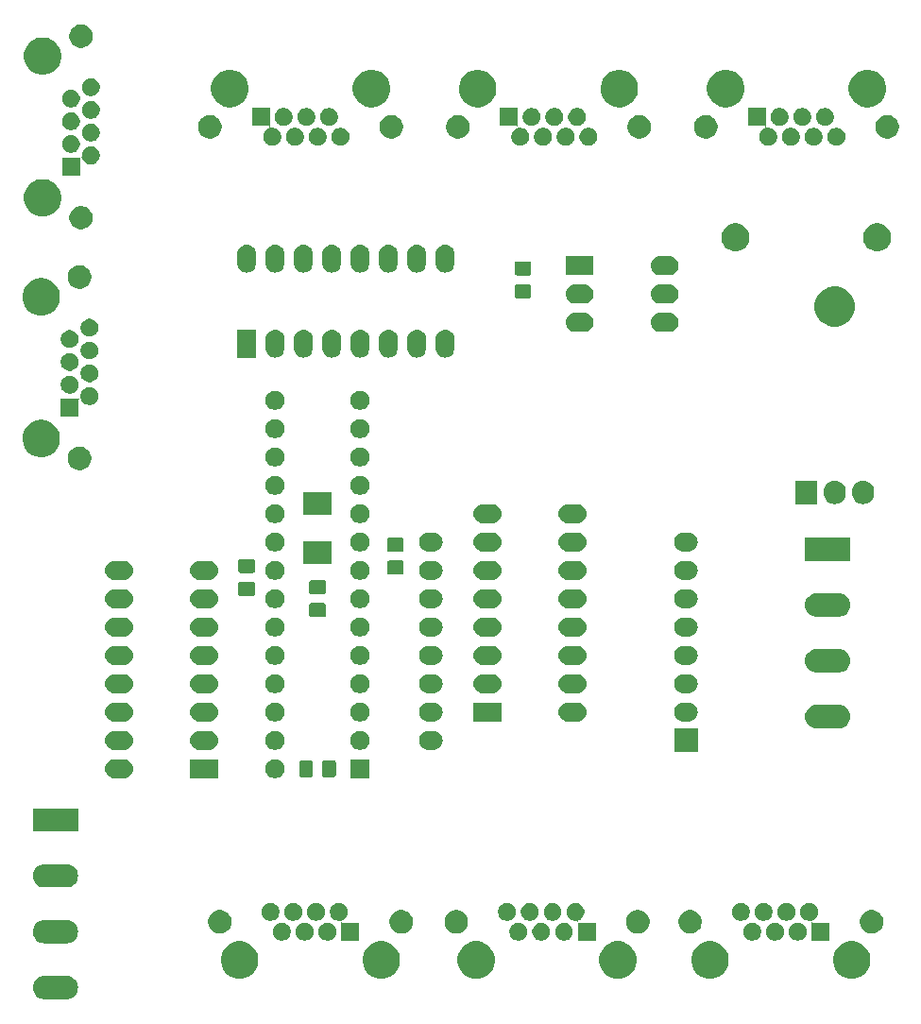
<source format=gbr>
G04 #@! TF.GenerationSoftware,KiCad,Pcbnew,5.1.5-52549c5~84~ubuntu18.04.1*
G04 #@! TF.CreationDate,2020-03-02T16:39:28-05:00*
G04 #@! TF.ProjectId,Etapa de potencia,45746170-6120-4646-9520-706f74656e63,rev?*
G04 #@! TF.SameCoordinates,Original*
G04 #@! TF.FileFunction,Soldermask,Bot*
G04 #@! TF.FilePolarity,Negative*
%FSLAX46Y46*%
G04 Gerber Fmt 4.6, Leading zero omitted, Abs format (unit mm)*
G04 Created by KiCad (PCBNEW 5.1.5-52549c5~84~ubuntu18.04.1) date 2020-03-02 16:39:28*
%MOMM*%
%LPD*%
G04 APERTURE LIST*
%ADD10C,0.100000*%
G04 APERTURE END LIST*
D10*
G36*
X76022112Y-134139021D02*
G01*
X76124072Y-134149063D01*
X76320301Y-134208589D01*
X76320303Y-134208590D01*
X76501145Y-134305252D01*
X76659660Y-134435340D01*
X76789747Y-134593854D01*
X76886411Y-134774699D01*
X76945937Y-134970928D01*
X76966036Y-135175000D01*
X76945937Y-135379072D01*
X76886411Y-135575301D01*
X76886410Y-135575303D01*
X76789748Y-135756145D01*
X76659660Y-135914660D01*
X76501145Y-136044748D01*
X76320303Y-136141410D01*
X76320301Y-136141411D01*
X76124072Y-136200937D01*
X76022112Y-136210979D01*
X75971133Y-136216000D01*
X73888867Y-136216000D01*
X73837888Y-136210979D01*
X73735928Y-136200937D01*
X73539699Y-136141411D01*
X73539697Y-136141410D01*
X73358855Y-136044748D01*
X73200340Y-135914660D01*
X73070252Y-135756145D01*
X72973590Y-135575303D01*
X72973589Y-135575301D01*
X72914063Y-135379072D01*
X72893964Y-135175000D01*
X72914063Y-134970928D01*
X72973589Y-134774699D01*
X73070253Y-134593854D01*
X73200340Y-134435340D01*
X73358855Y-134305252D01*
X73539697Y-134208590D01*
X73539699Y-134208589D01*
X73735928Y-134149063D01*
X73837888Y-134139021D01*
X73888867Y-134134000D01*
X75971133Y-134134000D01*
X76022112Y-134139021D01*
G37*
G36*
X146788871Y-131103408D02*
G01*
X147093883Y-131229748D01*
X147368387Y-131413166D01*
X147601834Y-131646613D01*
X147785252Y-131921117D01*
X147911592Y-132226129D01*
X147976000Y-132549928D01*
X147976000Y-132880072D01*
X147911592Y-133203871D01*
X147785252Y-133508883D01*
X147601834Y-133783387D01*
X147368387Y-134016834D01*
X147093883Y-134200252D01*
X146788871Y-134326592D01*
X146626971Y-134358796D01*
X146465073Y-134391000D01*
X146134927Y-134391000D01*
X145973029Y-134358796D01*
X145811129Y-134326592D01*
X145506117Y-134200252D01*
X145231613Y-134016834D01*
X144998166Y-133783387D01*
X144814748Y-133508883D01*
X144688408Y-133203871D01*
X144624000Y-132880072D01*
X144624000Y-132549928D01*
X144688408Y-132226129D01*
X144814748Y-131921117D01*
X144998166Y-131646613D01*
X145231613Y-131413166D01*
X145506117Y-131229748D01*
X145811129Y-131103408D01*
X146134927Y-131039000D01*
X146465073Y-131039000D01*
X146788871Y-131103408D01*
G37*
G36*
X125833871Y-131103408D02*
G01*
X126138883Y-131229748D01*
X126413387Y-131413166D01*
X126646834Y-131646613D01*
X126830252Y-131921117D01*
X126956592Y-132226129D01*
X127021000Y-132549928D01*
X127021000Y-132880072D01*
X126956592Y-133203871D01*
X126830252Y-133508883D01*
X126646834Y-133783387D01*
X126413387Y-134016834D01*
X126138883Y-134200252D01*
X125833871Y-134326592D01*
X125671971Y-134358796D01*
X125510073Y-134391000D01*
X125179927Y-134391000D01*
X125018029Y-134358796D01*
X124856129Y-134326592D01*
X124551117Y-134200252D01*
X124276613Y-134016834D01*
X124043166Y-133783387D01*
X123859748Y-133508883D01*
X123733408Y-133203871D01*
X123669000Y-132880072D01*
X123669000Y-132549928D01*
X123733408Y-132226129D01*
X123859748Y-131921117D01*
X124043166Y-131646613D01*
X124276613Y-131413166D01*
X124551117Y-131229748D01*
X124856129Y-131103408D01*
X125179927Y-131039000D01*
X125510073Y-131039000D01*
X125833871Y-131103408D01*
G37*
G36*
X113133871Y-131103408D02*
G01*
X113438883Y-131229748D01*
X113713387Y-131413166D01*
X113946834Y-131646613D01*
X114130252Y-131921117D01*
X114256592Y-132226129D01*
X114321000Y-132549928D01*
X114321000Y-132880072D01*
X114256592Y-133203871D01*
X114130252Y-133508883D01*
X113946834Y-133783387D01*
X113713387Y-134016834D01*
X113438883Y-134200252D01*
X113133871Y-134326592D01*
X112971971Y-134358796D01*
X112810073Y-134391000D01*
X112479927Y-134391000D01*
X112318029Y-134358796D01*
X112156129Y-134326592D01*
X111851117Y-134200252D01*
X111576613Y-134016834D01*
X111343166Y-133783387D01*
X111159748Y-133508883D01*
X111033408Y-133203871D01*
X110969000Y-132880072D01*
X110969000Y-132549928D01*
X111033408Y-132226129D01*
X111159748Y-131921117D01*
X111343166Y-131646613D01*
X111576613Y-131413166D01*
X111851117Y-131229748D01*
X112156129Y-131103408D01*
X112479927Y-131039000D01*
X112810073Y-131039000D01*
X113133871Y-131103408D01*
G37*
G36*
X91928871Y-131103408D02*
G01*
X92233883Y-131229748D01*
X92508387Y-131413166D01*
X92741834Y-131646613D01*
X92925252Y-131921117D01*
X93051592Y-132226129D01*
X93116000Y-132549928D01*
X93116000Y-132880072D01*
X93051592Y-133203871D01*
X92925252Y-133508883D01*
X92741834Y-133783387D01*
X92508387Y-134016834D01*
X92233883Y-134200252D01*
X91928871Y-134326592D01*
X91766971Y-134358796D01*
X91605073Y-134391000D01*
X91274927Y-134391000D01*
X91113029Y-134358796D01*
X90951129Y-134326592D01*
X90646117Y-134200252D01*
X90371613Y-134016834D01*
X90138166Y-133783387D01*
X89954748Y-133508883D01*
X89828408Y-133203871D01*
X89764000Y-132880072D01*
X89764000Y-132549928D01*
X89828408Y-132226129D01*
X89954748Y-131921117D01*
X90138166Y-131646613D01*
X90371613Y-131413166D01*
X90646117Y-131229748D01*
X90951129Y-131103408D01*
X91274927Y-131039000D01*
X91605073Y-131039000D01*
X91928871Y-131103408D01*
G37*
G36*
X104628871Y-131103408D02*
G01*
X104933883Y-131229748D01*
X105208387Y-131413166D01*
X105441834Y-131646613D01*
X105625252Y-131921117D01*
X105751592Y-132226129D01*
X105816000Y-132549928D01*
X105816000Y-132880072D01*
X105751592Y-133203871D01*
X105625252Y-133508883D01*
X105441834Y-133783387D01*
X105208387Y-134016834D01*
X104933883Y-134200252D01*
X104628871Y-134326592D01*
X104466971Y-134358796D01*
X104305073Y-134391000D01*
X103974927Y-134391000D01*
X103813029Y-134358796D01*
X103651129Y-134326592D01*
X103346117Y-134200252D01*
X103071613Y-134016834D01*
X102838166Y-133783387D01*
X102654748Y-133508883D01*
X102528408Y-133203871D01*
X102464000Y-132880072D01*
X102464000Y-132549928D01*
X102528408Y-132226129D01*
X102654748Y-131921117D01*
X102838166Y-131646613D01*
X103071613Y-131413166D01*
X103346117Y-131229748D01*
X103651129Y-131103408D01*
X103974927Y-131039000D01*
X104305073Y-131039000D01*
X104628871Y-131103408D01*
G37*
G36*
X134088871Y-131103408D02*
G01*
X134393883Y-131229748D01*
X134668387Y-131413166D01*
X134901834Y-131646613D01*
X135085252Y-131921117D01*
X135211592Y-132226129D01*
X135276000Y-132549928D01*
X135276000Y-132880072D01*
X135211592Y-133203871D01*
X135085252Y-133508883D01*
X134901834Y-133783387D01*
X134668387Y-134016834D01*
X134393883Y-134200252D01*
X134088871Y-134326592D01*
X133926971Y-134358796D01*
X133765073Y-134391000D01*
X133434927Y-134391000D01*
X133273029Y-134358796D01*
X133111129Y-134326592D01*
X132806117Y-134200252D01*
X132531613Y-134016834D01*
X132298166Y-133783387D01*
X132114748Y-133508883D01*
X131988408Y-133203871D01*
X131924000Y-132880072D01*
X131924000Y-132549928D01*
X131988408Y-132226129D01*
X132114748Y-131921117D01*
X132298166Y-131646613D01*
X132531613Y-131413166D01*
X132806117Y-131229748D01*
X133111129Y-131103408D01*
X133434927Y-131039000D01*
X133765073Y-131039000D01*
X134088871Y-131103408D01*
G37*
G36*
X76022112Y-129139021D02*
G01*
X76124072Y-129149063D01*
X76320301Y-129208589D01*
X76320303Y-129208590D01*
X76501145Y-129305252D01*
X76659660Y-129435340D01*
X76789748Y-129593855D01*
X76827451Y-129664393D01*
X76886411Y-129774699D01*
X76945937Y-129970928D01*
X76966036Y-130175000D01*
X76945937Y-130379072D01*
X76892747Y-130554414D01*
X76886410Y-130575303D01*
X76789748Y-130756145D01*
X76659660Y-130914660D01*
X76501145Y-131044748D01*
X76320303Y-131141410D01*
X76320301Y-131141411D01*
X76124072Y-131200937D01*
X76022112Y-131210979D01*
X75971133Y-131216000D01*
X73888867Y-131216000D01*
X73837888Y-131210979D01*
X73735928Y-131200937D01*
X73539699Y-131141411D01*
X73539697Y-131141410D01*
X73358855Y-131044748D01*
X73200340Y-130914660D01*
X73070252Y-130756145D01*
X72973590Y-130575303D01*
X72967253Y-130554414D01*
X72914063Y-130379072D01*
X72893964Y-130175000D01*
X72914063Y-129970928D01*
X72973589Y-129774699D01*
X73032549Y-129664393D01*
X73070252Y-129593855D01*
X73200340Y-129435340D01*
X73358855Y-129305252D01*
X73539697Y-129208590D01*
X73539699Y-129208589D01*
X73735928Y-129149063D01*
X73837888Y-129139021D01*
X73888867Y-129134000D01*
X75971133Y-129134000D01*
X76022112Y-129139021D01*
G37*
G36*
X97503642Y-129404781D02*
G01*
X97649414Y-129465162D01*
X97649416Y-129465163D01*
X97780608Y-129552822D01*
X97892178Y-129664392D01*
X97965882Y-129774699D01*
X97979838Y-129795586D01*
X98040219Y-129941358D01*
X98071000Y-130096107D01*
X98071000Y-130253893D01*
X98040219Y-130408642D01*
X97979838Y-130554414D01*
X97979837Y-130554416D01*
X97892178Y-130685608D01*
X97780608Y-130797178D01*
X97649416Y-130884837D01*
X97649415Y-130884838D01*
X97649414Y-130884838D01*
X97503642Y-130945219D01*
X97348893Y-130976000D01*
X97191107Y-130976000D01*
X97036358Y-130945219D01*
X96890586Y-130884838D01*
X96890585Y-130884838D01*
X96890584Y-130884837D01*
X96759392Y-130797178D01*
X96647822Y-130685608D01*
X96560163Y-130554416D01*
X96560162Y-130554414D01*
X96499781Y-130408642D01*
X96469000Y-130253893D01*
X96469000Y-130096107D01*
X96499781Y-129941358D01*
X96560162Y-129795586D01*
X96574118Y-129774699D01*
X96647822Y-129664392D01*
X96759392Y-129552822D01*
X96890584Y-129465163D01*
X96890586Y-129465162D01*
X97036358Y-129404781D01*
X97191107Y-129374000D01*
X97348893Y-129374000D01*
X97503642Y-129404781D01*
G37*
G36*
X118708642Y-129404781D02*
G01*
X118854414Y-129465162D01*
X118854416Y-129465163D01*
X118985608Y-129552822D01*
X119097178Y-129664392D01*
X119170882Y-129774699D01*
X119184838Y-129795586D01*
X119245219Y-129941358D01*
X119276000Y-130096107D01*
X119276000Y-130253893D01*
X119245219Y-130408642D01*
X119184838Y-130554414D01*
X119184837Y-130554416D01*
X119097178Y-130685608D01*
X118985608Y-130797178D01*
X118854416Y-130884837D01*
X118854415Y-130884838D01*
X118854414Y-130884838D01*
X118708642Y-130945219D01*
X118553893Y-130976000D01*
X118396107Y-130976000D01*
X118241358Y-130945219D01*
X118095586Y-130884838D01*
X118095585Y-130884838D01*
X118095584Y-130884837D01*
X117964392Y-130797178D01*
X117852822Y-130685608D01*
X117765163Y-130554416D01*
X117765162Y-130554414D01*
X117704781Y-130408642D01*
X117674000Y-130253893D01*
X117674000Y-130096107D01*
X117704781Y-129941358D01*
X117765162Y-129795586D01*
X117779118Y-129774699D01*
X117852822Y-129664392D01*
X117964392Y-129552822D01*
X118095584Y-129465163D01*
X118095586Y-129465162D01*
X118241358Y-129404781D01*
X118396107Y-129374000D01*
X118553893Y-129374000D01*
X118708642Y-129404781D01*
G37*
G36*
X116668642Y-129404781D02*
G01*
X116814414Y-129465162D01*
X116814416Y-129465163D01*
X116945608Y-129552822D01*
X117057178Y-129664392D01*
X117130882Y-129774699D01*
X117144838Y-129795586D01*
X117205219Y-129941358D01*
X117236000Y-130096107D01*
X117236000Y-130253893D01*
X117205219Y-130408642D01*
X117144838Y-130554414D01*
X117144837Y-130554416D01*
X117057178Y-130685608D01*
X116945608Y-130797178D01*
X116814416Y-130884837D01*
X116814415Y-130884838D01*
X116814414Y-130884838D01*
X116668642Y-130945219D01*
X116513893Y-130976000D01*
X116356107Y-130976000D01*
X116201358Y-130945219D01*
X116055586Y-130884838D01*
X116055585Y-130884838D01*
X116055584Y-130884837D01*
X115924392Y-130797178D01*
X115812822Y-130685608D01*
X115725163Y-130554416D01*
X115725162Y-130554414D01*
X115664781Y-130408642D01*
X115634000Y-130253893D01*
X115634000Y-130096107D01*
X115664781Y-129941358D01*
X115725162Y-129795586D01*
X115739118Y-129774699D01*
X115812822Y-129664392D01*
X115924392Y-129552822D01*
X116055584Y-129465163D01*
X116055586Y-129465162D01*
X116201358Y-129404781D01*
X116356107Y-129374000D01*
X116513893Y-129374000D01*
X116668642Y-129404781D01*
G37*
G36*
X121768642Y-127624781D02*
G01*
X121914414Y-127685162D01*
X121914416Y-127685163D01*
X122045608Y-127772822D01*
X122157178Y-127884392D01*
X122244837Y-128015584D01*
X122244838Y-128015586D01*
X122305219Y-128161358D01*
X122336000Y-128316107D01*
X122336000Y-128473893D01*
X122305219Y-128628642D01*
X122244838Y-128774414D01*
X122244837Y-128774416D01*
X122157178Y-128905608D01*
X122045608Y-129017178D01*
X121914416Y-129104837D01*
X121914415Y-129104838D01*
X121914414Y-129104838D01*
X121845177Y-129133517D01*
X121823566Y-129145068D01*
X121804624Y-129160613D01*
X121789079Y-129179555D01*
X121777528Y-129201166D01*
X121770415Y-129224615D01*
X121768013Y-129249001D01*
X121770415Y-129273387D01*
X121777528Y-129296836D01*
X121789079Y-129318447D01*
X121804624Y-129337389D01*
X121823566Y-129352934D01*
X121845177Y-129364485D01*
X121868626Y-129371598D01*
X121893012Y-129374000D01*
X123356000Y-129374000D01*
X123356000Y-130976000D01*
X121754000Y-130976000D01*
X121754000Y-129320442D01*
X121751598Y-129296056D01*
X121744485Y-129272607D01*
X121732934Y-129250996D01*
X121717389Y-129232054D01*
X121698447Y-129216509D01*
X121676836Y-129204958D01*
X121653387Y-129197845D01*
X121629001Y-129195443D01*
X121623351Y-129196000D01*
X121456107Y-129196000D01*
X121301358Y-129165219D01*
X121155586Y-129104838D01*
X121155585Y-129104838D01*
X121155584Y-129104837D01*
X121024392Y-129017178D01*
X120912822Y-128905608D01*
X120825163Y-128774416D01*
X120825162Y-128774414D01*
X120764781Y-128628642D01*
X120734000Y-128473893D01*
X120734000Y-128316107D01*
X120764781Y-128161358D01*
X120825162Y-128015586D01*
X120825163Y-128015584D01*
X120912822Y-127884392D01*
X121024392Y-127772822D01*
X121155584Y-127685163D01*
X121155586Y-127685162D01*
X121301358Y-127624781D01*
X121456107Y-127594000D01*
X121613893Y-127594000D01*
X121768642Y-127624781D01*
G37*
G36*
X100563642Y-127624781D02*
G01*
X100709414Y-127685162D01*
X100709416Y-127685163D01*
X100840608Y-127772822D01*
X100952178Y-127884392D01*
X101039837Y-128015584D01*
X101039838Y-128015586D01*
X101100219Y-128161358D01*
X101131000Y-128316107D01*
X101131000Y-128473893D01*
X101100219Y-128628642D01*
X101039838Y-128774414D01*
X101039837Y-128774416D01*
X100952178Y-128905608D01*
X100840608Y-129017178D01*
X100709416Y-129104837D01*
X100709415Y-129104838D01*
X100709414Y-129104838D01*
X100640177Y-129133517D01*
X100618566Y-129145068D01*
X100599624Y-129160613D01*
X100584079Y-129179555D01*
X100572528Y-129201166D01*
X100565415Y-129224615D01*
X100563013Y-129249001D01*
X100565415Y-129273387D01*
X100572528Y-129296836D01*
X100584079Y-129318447D01*
X100599624Y-129337389D01*
X100618566Y-129352934D01*
X100640177Y-129364485D01*
X100663626Y-129371598D01*
X100688012Y-129374000D01*
X102151000Y-129374000D01*
X102151000Y-130976000D01*
X100549000Y-130976000D01*
X100549000Y-129320442D01*
X100546598Y-129296056D01*
X100539485Y-129272607D01*
X100527934Y-129250996D01*
X100512389Y-129232054D01*
X100493447Y-129216509D01*
X100471836Y-129204958D01*
X100448387Y-129197845D01*
X100424001Y-129195443D01*
X100418351Y-129196000D01*
X100251107Y-129196000D01*
X100096358Y-129165219D01*
X99950586Y-129104838D01*
X99950585Y-129104838D01*
X99950584Y-129104837D01*
X99819392Y-129017178D01*
X99707822Y-128905608D01*
X99620163Y-128774416D01*
X99620162Y-128774414D01*
X99559781Y-128628642D01*
X99529000Y-128473893D01*
X99529000Y-128316107D01*
X99559781Y-128161358D01*
X99620162Y-128015586D01*
X99620163Y-128015584D01*
X99707822Y-127884392D01*
X99819392Y-127772822D01*
X99950584Y-127685163D01*
X99950586Y-127685162D01*
X100096358Y-127624781D01*
X100251107Y-127594000D01*
X100408893Y-127594000D01*
X100563642Y-127624781D01*
G37*
G36*
X99543642Y-129404781D02*
G01*
X99689414Y-129465162D01*
X99689416Y-129465163D01*
X99820608Y-129552822D01*
X99932178Y-129664392D01*
X100005882Y-129774699D01*
X100019838Y-129795586D01*
X100080219Y-129941358D01*
X100111000Y-130096107D01*
X100111000Y-130253893D01*
X100080219Y-130408642D01*
X100019838Y-130554414D01*
X100019837Y-130554416D01*
X99932178Y-130685608D01*
X99820608Y-130797178D01*
X99689416Y-130884837D01*
X99689415Y-130884838D01*
X99689414Y-130884838D01*
X99543642Y-130945219D01*
X99388893Y-130976000D01*
X99231107Y-130976000D01*
X99076358Y-130945219D01*
X98930586Y-130884838D01*
X98930585Y-130884838D01*
X98930584Y-130884837D01*
X98799392Y-130797178D01*
X98687822Y-130685608D01*
X98600163Y-130554416D01*
X98600162Y-130554414D01*
X98539781Y-130408642D01*
X98509000Y-130253893D01*
X98509000Y-130096107D01*
X98539781Y-129941358D01*
X98600162Y-129795586D01*
X98614118Y-129774699D01*
X98687822Y-129664392D01*
X98799392Y-129552822D01*
X98930584Y-129465163D01*
X98930586Y-129465162D01*
X99076358Y-129404781D01*
X99231107Y-129374000D01*
X99388893Y-129374000D01*
X99543642Y-129404781D01*
G37*
G36*
X120748642Y-129404781D02*
G01*
X120894414Y-129465162D01*
X120894416Y-129465163D01*
X121025608Y-129552822D01*
X121137178Y-129664392D01*
X121210882Y-129774699D01*
X121224838Y-129795586D01*
X121285219Y-129941358D01*
X121316000Y-130096107D01*
X121316000Y-130253893D01*
X121285219Y-130408642D01*
X121224838Y-130554414D01*
X121224837Y-130554416D01*
X121137178Y-130685608D01*
X121025608Y-130797178D01*
X120894416Y-130884837D01*
X120894415Y-130884838D01*
X120894414Y-130884838D01*
X120748642Y-130945219D01*
X120593893Y-130976000D01*
X120436107Y-130976000D01*
X120281358Y-130945219D01*
X120135586Y-130884838D01*
X120135585Y-130884838D01*
X120135584Y-130884837D01*
X120004392Y-130797178D01*
X119892822Y-130685608D01*
X119805163Y-130554416D01*
X119805162Y-130554414D01*
X119744781Y-130408642D01*
X119714000Y-130253893D01*
X119714000Y-130096107D01*
X119744781Y-129941358D01*
X119805162Y-129795586D01*
X119819118Y-129774699D01*
X119892822Y-129664392D01*
X120004392Y-129552822D01*
X120135584Y-129465163D01*
X120135586Y-129465162D01*
X120281358Y-129404781D01*
X120436107Y-129374000D01*
X120593893Y-129374000D01*
X120748642Y-129404781D01*
G37*
G36*
X95463642Y-129404781D02*
G01*
X95609414Y-129465162D01*
X95609416Y-129465163D01*
X95740608Y-129552822D01*
X95852178Y-129664392D01*
X95925882Y-129774699D01*
X95939838Y-129795586D01*
X96000219Y-129941358D01*
X96031000Y-130096107D01*
X96031000Y-130253893D01*
X96000219Y-130408642D01*
X95939838Y-130554414D01*
X95939837Y-130554416D01*
X95852178Y-130685608D01*
X95740608Y-130797178D01*
X95609416Y-130884837D01*
X95609415Y-130884838D01*
X95609414Y-130884838D01*
X95463642Y-130945219D01*
X95308893Y-130976000D01*
X95151107Y-130976000D01*
X94996358Y-130945219D01*
X94850586Y-130884838D01*
X94850585Y-130884838D01*
X94850584Y-130884837D01*
X94719392Y-130797178D01*
X94607822Y-130685608D01*
X94520163Y-130554416D01*
X94520162Y-130554414D01*
X94459781Y-130408642D01*
X94429000Y-130253893D01*
X94429000Y-130096107D01*
X94459781Y-129941358D01*
X94520162Y-129795586D01*
X94534118Y-129774699D01*
X94607822Y-129664392D01*
X94719392Y-129552822D01*
X94850584Y-129465163D01*
X94850586Y-129465162D01*
X94996358Y-129404781D01*
X95151107Y-129374000D01*
X95308893Y-129374000D01*
X95463642Y-129404781D01*
G37*
G36*
X137623642Y-129404781D02*
G01*
X137769414Y-129465162D01*
X137769416Y-129465163D01*
X137900608Y-129552822D01*
X138012178Y-129664392D01*
X138085882Y-129774699D01*
X138099838Y-129795586D01*
X138160219Y-129941358D01*
X138191000Y-130096107D01*
X138191000Y-130253893D01*
X138160219Y-130408642D01*
X138099838Y-130554414D01*
X138099837Y-130554416D01*
X138012178Y-130685608D01*
X137900608Y-130797178D01*
X137769416Y-130884837D01*
X137769415Y-130884838D01*
X137769414Y-130884838D01*
X137623642Y-130945219D01*
X137468893Y-130976000D01*
X137311107Y-130976000D01*
X137156358Y-130945219D01*
X137010586Y-130884838D01*
X137010585Y-130884838D01*
X137010584Y-130884837D01*
X136879392Y-130797178D01*
X136767822Y-130685608D01*
X136680163Y-130554416D01*
X136680162Y-130554414D01*
X136619781Y-130408642D01*
X136589000Y-130253893D01*
X136589000Y-130096107D01*
X136619781Y-129941358D01*
X136680162Y-129795586D01*
X136694118Y-129774699D01*
X136767822Y-129664392D01*
X136879392Y-129552822D01*
X137010584Y-129465163D01*
X137010586Y-129465162D01*
X137156358Y-129404781D01*
X137311107Y-129374000D01*
X137468893Y-129374000D01*
X137623642Y-129404781D01*
G37*
G36*
X139663642Y-129404781D02*
G01*
X139809414Y-129465162D01*
X139809416Y-129465163D01*
X139940608Y-129552822D01*
X140052178Y-129664392D01*
X140125882Y-129774699D01*
X140139838Y-129795586D01*
X140200219Y-129941358D01*
X140231000Y-130096107D01*
X140231000Y-130253893D01*
X140200219Y-130408642D01*
X140139838Y-130554414D01*
X140139837Y-130554416D01*
X140052178Y-130685608D01*
X139940608Y-130797178D01*
X139809416Y-130884837D01*
X139809415Y-130884838D01*
X139809414Y-130884838D01*
X139663642Y-130945219D01*
X139508893Y-130976000D01*
X139351107Y-130976000D01*
X139196358Y-130945219D01*
X139050586Y-130884838D01*
X139050585Y-130884838D01*
X139050584Y-130884837D01*
X138919392Y-130797178D01*
X138807822Y-130685608D01*
X138720163Y-130554416D01*
X138720162Y-130554414D01*
X138659781Y-130408642D01*
X138629000Y-130253893D01*
X138629000Y-130096107D01*
X138659781Y-129941358D01*
X138720162Y-129795586D01*
X138734118Y-129774699D01*
X138807822Y-129664392D01*
X138919392Y-129552822D01*
X139050584Y-129465163D01*
X139050586Y-129465162D01*
X139196358Y-129404781D01*
X139351107Y-129374000D01*
X139508893Y-129374000D01*
X139663642Y-129404781D01*
G37*
G36*
X141703642Y-129404781D02*
G01*
X141849414Y-129465162D01*
X141849416Y-129465163D01*
X141980608Y-129552822D01*
X142092178Y-129664392D01*
X142165882Y-129774699D01*
X142179838Y-129795586D01*
X142240219Y-129941358D01*
X142271000Y-130096107D01*
X142271000Y-130253893D01*
X142240219Y-130408642D01*
X142179838Y-130554414D01*
X142179837Y-130554416D01*
X142092178Y-130685608D01*
X141980608Y-130797178D01*
X141849416Y-130884837D01*
X141849415Y-130884838D01*
X141849414Y-130884838D01*
X141703642Y-130945219D01*
X141548893Y-130976000D01*
X141391107Y-130976000D01*
X141236358Y-130945219D01*
X141090586Y-130884838D01*
X141090585Y-130884838D01*
X141090584Y-130884837D01*
X140959392Y-130797178D01*
X140847822Y-130685608D01*
X140760163Y-130554416D01*
X140760162Y-130554414D01*
X140699781Y-130408642D01*
X140669000Y-130253893D01*
X140669000Y-130096107D01*
X140699781Y-129941358D01*
X140760162Y-129795586D01*
X140774118Y-129774699D01*
X140847822Y-129664392D01*
X140959392Y-129552822D01*
X141090584Y-129465163D01*
X141090586Y-129465162D01*
X141236358Y-129404781D01*
X141391107Y-129374000D01*
X141548893Y-129374000D01*
X141703642Y-129404781D01*
G37*
G36*
X142723642Y-127624781D02*
G01*
X142869414Y-127685162D01*
X142869416Y-127685163D01*
X143000608Y-127772822D01*
X143112178Y-127884392D01*
X143199837Y-128015584D01*
X143199838Y-128015586D01*
X143260219Y-128161358D01*
X143291000Y-128316107D01*
X143291000Y-128473893D01*
X143260219Y-128628642D01*
X143199838Y-128774414D01*
X143199837Y-128774416D01*
X143112178Y-128905608D01*
X143000608Y-129017178D01*
X142869416Y-129104837D01*
X142869415Y-129104838D01*
X142869414Y-129104838D01*
X142800177Y-129133517D01*
X142778566Y-129145068D01*
X142759624Y-129160613D01*
X142744079Y-129179555D01*
X142732528Y-129201166D01*
X142725415Y-129224615D01*
X142723013Y-129249001D01*
X142725415Y-129273387D01*
X142732528Y-129296836D01*
X142744079Y-129318447D01*
X142759624Y-129337389D01*
X142778566Y-129352934D01*
X142800177Y-129364485D01*
X142823626Y-129371598D01*
X142848012Y-129374000D01*
X144311000Y-129374000D01*
X144311000Y-130976000D01*
X142709000Y-130976000D01*
X142709000Y-129320442D01*
X142706598Y-129296056D01*
X142699485Y-129272607D01*
X142687934Y-129250996D01*
X142672389Y-129232054D01*
X142653447Y-129216509D01*
X142631836Y-129204958D01*
X142608387Y-129197845D01*
X142584001Y-129195443D01*
X142578351Y-129196000D01*
X142411107Y-129196000D01*
X142256358Y-129165219D01*
X142110586Y-129104838D01*
X142110585Y-129104838D01*
X142110584Y-129104837D01*
X141979392Y-129017178D01*
X141867822Y-128905608D01*
X141780163Y-128774416D01*
X141780162Y-128774414D01*
X141719781Y-128628642D01*
X141689000Y-128473893D01*
X141689000Y-128316107D01*
X141719781Y-128161358D01*
X141780162Y-128015586D01*
X141780163Y-128015584D01*
X141867822Y-127884392D01*
X141979392Y-127772822D01*
X142110584Y-127685163D01*
X142110586Y-127685162D01*
X142256358Y-127624781D01*
X142411107Y-127594000D01*
X142568893Y-127594000D01*
X142723642Y-127624781D01*
G37*
G36*
X148386564Y-128274389D02*
G01*
X148577833Y-128353615D01*
X148577835Y-128353616D01*
X148749973Y-128468635D01*
X148896365Y-128615027D01*
X149011385Y-128787167D01*
X149090611Y-128978436D01*
X149131000Y-129181484D01*
X149131000Y-129388516D01*
X149090611Y-129591564D01*
X149060444Y-129664393D01*
X149011384Y-129782835D01*
X148896365Y-129954973D01*
X148749973Y-130101365D01*
X148577835Y-130216384D01*
X148577834Y-130216385D01*
X148577833Y-130216385D01*
X148386564Y-130295611D01*
X148183516Y-130336000D01*
X147976484Y-130336000D01*
X147773436Y-130295611D01*
X147582167Y-130216385D01*
X147582166Y-130216385D01*
X147582165Y-130216384D01*
X147410027Y-130101365D01*
X147263635Y-129954973D01*
X147148616Y-129782835D01*
X147099556Y-129664393D01*
X147069389Y-129591564D01*
X147029000Y-129388516D01*
X147029000Y-129181484D01*
X147069389Y-128978436D01*
X147148615Y-128787167D01*
X147263635Y-128615027D01*
X147410027Y-128468635D01*
X147582165Y-128353616D01*
X147582167Y-128353615D01*
X147773436Y-128274389D01*
X147976484Y-128234000D01*
X148183516Y-128234000D01*
X148386564Y-128274389D01*
G37*
G36*
X132126564Y-128274389D02*
G01*
X132317833Y-128353615D01*
X132317835Y-128353616D01*
X132489973Y-128468635D01*
X132636365Y-128615027D01*
X132751385Y-128787167D01*
X132830611Y-128978436D01*
X132871000Y-129181484D01*
X132871000Y-129388516D01*
X132830611Y-129591564D01*
X132800444Y-129664393D01*
X132751384Y-129782835D01*
X132636365Y-129954973D01*
X132489973Y-130101365D01*
X132317835Y-130216384D01*
X132317834Y-130216385D01*
X132317833Y-130216385D01*
X132126564Y-130295611D01*
X131923516Y-130336000D01*
X131716484Y-130336000D01*
X131513436Y-130295611D01*
X131322167Y-130216385D01*
X131322166Y-130216385D01*
X131322165Y-130216384D01*
X131150027Y-130101365D01*
X131003635Y-129954973D01*
X130888616Y-129782835D01*
X130839556Y-129664393D01*
X130809389Y-129591564D01*
X130769000Y-129388516D01*
X130769000Y-129181484D01*
X130809389Y-128978436D01*
X130888615Y-128787167D01*
X131003635Y-128615027D01*
X131150027Y-128468635D01*
X131322165Y-128353616D01*
X131322167Y-128353615D01*
X131513436Y-128274389D01*
X131716484Y-128234000D01*
X131923516Y-128234000D01*
X132126564Y-128274389D01*
G37*
G36*
X89966564Y-128274389D02*
G01*
X90157833Y-128353615D01*
X90157835Y-128353616D01*
X90329973Y-128468635D01*
X90476365Y-128615027D01*
X90591385Y-128787167D01*
X90670611Y-128978436D01*
X90711000Y-129181484D01*
X90711000Y-129388516D01*
X90670611Y-129591564D01*
X90640444Y-129664393D01*
X90591384Y-129782835D01*
X90476365Y-129954973D01*
X90329973Y-130101365D01*
X90157835Y-130216384D01*
X90157834Y-130216385D01*
X90157833Y-130216385D01*
X89966564Y-130295611D01*
X89763516Y-130336000D01*
X89556484Y-130336000D01*
X89353436Y-130295611D01*
X89162167Y-130216385D01*
X89162166Y-130216385D01*
X89162165Y-130216384D01*
X88990027Y-130101365D01*
X88843635Y-129954973D01*
X88728616Y-129782835D01*
X88679556Y-129664393D01*
X88649389Y-129591564D01*
X88609000Y-129388516D01*
X88609000Y-129181484D01*
X88649389Y-128978436D01*
X88728615Y-128787167D01*
X88843635Y-128615027D01*
X88990027Y-128468635D01*
X89162165Y-128353616D01*
X89162167Y-128353615D01*
X89353436Y-128274389D01*
X89556484Y-128234000D01*
X89763516Y-128234000D01*
X89966564Y-128274389D01*
G37*
G36*
X106226564Y-128274389D02*
G01*
X106417833Y-128353615D01*
X106417835Y-128353616D01*
X106589973Y-128468635D01*
X106736365Y-128615027D01*
X106851385Y-128787167D01*
X106930611Y-128978436D01*
X106971000Y-129181484D01*
X106971000Y-129388516D01*
X106930611Y-129591564D01*
X106900444Y-129664393D01*
X106851384Y-129782835D01*
X106736365Y-129954973D01*
X106589973Y-130101365D01*
X106417835Y-130216384D01*
X106417834Y-130216385D01*
X106417833Y-130216385D01*
X106226564Y-130295611D01*
X106023516Y-130336000D01*
X105816484Y-130336000D01*
X105613436Y-130295611D01*
X105422167Y-130216385D01*
X105422166Y-130216385D01*
X105422165Y-130216384D01*
X105250027Y-130101365D01*
X105103635Y-129954973D01*
X104988616Y-129782835D01*
X104939556Y-129664393D01*
X104909389Y-129591564D01*
X104869000Y-129388516D01*
X104869000Y-129181484D01*
X104909389Y-128978436D01*
X104988615Y-128787167D01*
X105103635Y-128615027D01*
X105250027Y-128468635D01*
X105422165Y-128353616D01*
X105422167Y-128353615D01*
X105613436Y-128274389D01*
X105816484Y-128234000D01*
X106023516Y-128234000D01*
X106226564Y-128274389D01*
G37*
G36*
X127431564Y-128274389D02*
G01*
X127622833Y-128353615D01*
X127622835Y-128353616D01*
X127794973Y-128468635D01*
X127941365Y-128615027D01*
X128056385Y-128787167D01*
X128135611Y-128978436D01*
X128176000Y-129181484D01*
X128176000Y-129388516D01*
X128135611Y-129591564D01*
X128105444Y-129664393D01*
X128056384Y-129782835D01*
X127941365Y-129954973D01*
X127794973Y-130101365D01*
X127622835Y-130216384D01*
X127622834Y-130216385D01*
X127622833Y-130216385D01*
X127431564Y-130295611D01*
X127228516Y-130336000D01*
X127021484Y-130336000D01*
X126818436Y-130295611D01*
X126627167Y-130216385D01*
X126627166Y-130216385D01*
X126627165Y-130216384D01*
X126455027Y-130101365D01*
X126308635Y-129954973D01*
X126193616Y-129782835D01*
X126144556Y-129664393D01*
X126114389Y-129591564D01*
X126074000Y-129388516D01*
X126074000Y-129181484D01*
X126114389Y-128978436D01*
X126193615Y-128787167D01*
X126308635Y-128615027D01*
X126455027Y-128468635D01*
X126627165Y-128353616D01*
X126627167Y-128353615D01*
X126818436Y-128274389D01*
X127021484Y-128234000D01*
X127228516Y-128234000D01*
X127431564Y-128274389D01*
G37*
G36*
X111171564Y-128274389D02*
G01*
X111362833Y-128353615D01*
X111362835Y-128353616D01*
X111534973Y-128468635D01*
X111681365Y-128615027D01*
X111796385Y-128787167D01*
X111875611Y-128978436D01*
X111916000Y-129181484D01*
X111916000Y-129388516D01*
X111875611Y-129591564D01*
X111845444Y-129664393D01*
X111796384Y-129782835D01*
X111681365Y-129954973D01*
X111534973Y-130101365D01*
X111362835Y-130216384D01*
X111362834Y-130216385D01*
X111362833Y-130216385D01*
X111171564Y-130295611D01*
X110968516Y-130336000D01*
X110761484Y-130336000D01*
X110558436Y-130295611D01*
X110367167Y-130216385D01*
X110367166Y-130216385D01*
X110367165Y-130216384D01*
X110195027Y-130101365D01*
X110048635Y-129954973D01*
X109933616Y-129782835D01*
X109884556Y-129664393D01*
X109854389Y-129591564D01*
X109814000Y-129388516D01*
X109814000Y-129181484D01*
X109854389Y-128978436D01*
X109933615Y-128787167D01*
X110048635Y-128615027D01*
X110195027Y-128468635D01*
X110367165Y-128353616D01*
X110367167Y-128353615D01*
X110558436Y-128274389D01*
X110761484Y-128234000D01*
X110968516Y-128234000D01*
X111171564Y-128274389D01*
G37*
G36*
X136603642Y-127624781D02*
G01*
X136749414Y-127685162D01*
X136749416Y-127685163D01*
X136880608Y-127772822D01*
X136992178Y-127884392D01*
X137079837Y-128015584D01*
X137079838Y-128015586D01*
X137140219Y-128161358D01*
X137171000Y-128316107D01*
X137171000Y-128473893D01*
X137140219Y-128628642D01*
X137079838Y-128774414D01*
X137079837Y-128774416D01*
X136992178Y-128905608D01*
X136880608Y-129017178D01*
X136749416Y-129104837D01*
X136749415Y-129104838D01*
X136749414Y-129104838D01*
X136603642Y-129165219D01*
X136448893Y-129196000D01*
X136291107Y-129196000D01*
X136136358Y-129165219D01*
X135990586Y-129104838D01*
X135990585Y-129104838D01*
X135990584Y-129104837D01*
X135859392Y-129017178D01*
X135747822Y-128905608D01*
X135660163Y-128774416D01*
X135660162Y-128774414D01*
X135599781Y-128628642D01*
X135569000Y-128473893D01*
X135569000Y-128316107D01*
X135599781Y-128161358D01*
X135660162Y-128015586D01*
X135660163Y-128015584D01*
X135747822Y-127884392D01*
X135859392Y-127772822D01*
X135990584Y-127685163D01*
X135990586Y-127685162D01*
X136136358Y-127624781D01*
X136291107Y-127594000D01*
X136448893Y-127594000D01*
X136603642Y-127624781D01*
G37*
G36*
X96483642Y-127624781D02*
G01*
X96629414Y-127685162D01*
X96629416Y-127685163D01*
X96760608Y-127772822D01*
X96872178Y-127884392D01*
X96959837Y-128015584D01*
X96959838Y-128015586D01*
X97020219Y-128161358D01*
X97051000Y-128316107D01*
X97051000Y-128473893D01*
X97020219Y-128628642D01*
X96959838Y-128774414D01*
X96959837Y-128774416D01*
X96872178Y-128905608D01*
X96760608Y-129017178D01*
X96629416Y-129104837D01*
X96629415Y-129104838D01*
X96629414Y-129104838D01*
X96483642Y-129165219D01*
X96328893Y-129196000D01*
X96171107Y-129196000D01*
X96016358Y-129165219D01*
X95870586Y-129104838D01*
X95870585Y-129104838D01*
X95870584Y-129104837D01*
X95739392Y-129017178D01*
X95627822Y-128905608D01*
X95540163Y-128774416D01*
X95540162Y-128774414D01*
X95479781Y-128628642D01*
X95449000Y-128473893D01*
X95449000Y-128316107D01*
X95479781Y-128161358D01*
X95540162Y-128015586D01*
X95540163Y-128015584D01*
X95627822Y-127884392D01*
X95739392Y-127772822D01*
X95870584Y-127685163D01*
X95870586Y-127685162D01*
X96016358Y-127624781D01*
X96171107Y-127594000D01*
X96328893Y-127594000D01*
X96483642Y-127624781D01*
G37*
G36*
X119728642Y-127624781D02*
G01*
X119874414Y-127685162D01*
X119874416Y-127685163D01*
X120005608Y-127772822D01*
X120117178Y-127884392D01*
X120204837Y-128015584D01*
X120204838Y-128015586D01*
X120265219Y-128161358D01*
X120296000Y-128316107D01*
X120296000Y-128473893D01*
X120265219Y-128628642D01*
X120204838Y-128774414D01*
X120204837Y-128774416D01*
X120117178Y-128905608D01*
X120005608Y-129017178D01*
X119874416Y-129104837D01*
X119874415Y-129104838D01*
X119874414Y-129104838D01*
X119728642Y-129165219D01*
X119573893Y-129196000D01*
X119416107Y-129196000D01*
X119261358Y-129165219D01*
X119115586Y-129104838D01*
X119115585Y-129104838D01*
X119115584Y-129104837D01*
X118984392Y-129017178D01*
X118872822Y-128905608D01*
X118785163Y-128774416D01*
X118785162Y-128774414D01*
X118724781Y-128628642D01*
X118694000Y-128473893D01*
X118694000Y-128316107D01*
X118724781Y-128161358D01*
X118785162Y-128015586D01*
X118785163Y-128015584D01*
X118872822Y-127884392D01*
X118984392Y-127772822D01*
X119115584Y-127685163D01*
X119115586Y-127685162D01*
X119261358Y-127624781D01*
X119416107Y-127594000D01*
X119573893Y-127594000D01*
X119728642Y-127624781D01*
G37*
G36*
X115648642Y-127624781D02*
G01*
X115794414Y-127685162D01*
X115794416Y-127685163D01*
X115925608Y-127772822D01*
X116037178Y-127884392D01*
X116124837Y-128015584D01*
X116124838Y-128015586D01*
X116185219Y-128161358D01*
X116216000Y-128316107D01*
X116216000Y-128473893D01*
X116185219Y-128628642D01*
X116124838Y-128774414D01*
X116124837Y-128774416D01*
X116037178Y-128905608D01*
X115925608Y-129017178D01*
X115794416Y-129104837D01*
X115794415Y-129104838D01*
X115794414Y-129104838D01*
X115648642Y-129165219D01*
X115493893Y-129196000D01*
X115336107Y-129196000D01*
X115181358Y-129165219D01*
X115035586Y-129104838D01*
X115035585Y-129104838D01*
X115035584Y-129104837D01*
X114904392Y-129017178D01*
X114792822Y-128905608D01*
X114705163Y-128774416D01*
X114705162Y-128774414D01*
X114644781Y-128628642D01*
X114614000Y-128473893D01*
X114614000Y-128316107D01*
X114644781Y-128161358D01*
X114705162Y-128015586D01*
X114705163Y-128015584D01*
X114792822Y-127884392D01*
X114904392Y-127772822D01*
X115035584Y-127685163D01*
X115035586Y-127685162D01*
X115181358Y-127624781D01*
X115336107Y-127594000D01*
X115493893Y-127594000D01*
X115648642Y-127624781D01*
G37*
G36*
X98523642Y-127624781D02*
G01*
X98669414Y-127685162D01*
X98669416Y-127685163D01*
X98800608Y-127772822D01*
X98912178Y-127884392D01*
X98999837Y-128015584D01*
X98999838Y-128015586D01*
X99060219Y-128161358D01*
X99091000Y-128316107D01*
X99091000Y-128473893D01*
X99060219Y-128628642D01*
X98999838Y-128774414D01*
X98999837Y-128774416D01*
X98912178Y-128905608D01*
X98800608Y-129017178D01*
X98669416Y-129104837D01*
X98669415Y-129104838D01*
X98669414Y-129104838D01*
X98523642Y-129165219D01*
X98368893Y-129196000D01*
X98211107Y-129196000D01*
X98056358Y-129165219D01*
X97910586Y-129104838D01*
X97910585Y-129104838D01*
X97910584Y-129104837D01*
X97779392Y-129017178D01*
X97667822Y-128905608D01*
X97580163Y-128774416D01*
X97580162Y-128774414D01*
X97519781Y-128628642D01*
X97489000Y-128473893D01*
X97489000Y-128316107D01*
X97519781Y-128161358D01*
X97580162Y-128015586D01*
X97580163Y-128015584D01*
X97667822Y-127884392D01*
X97779392Y-127772822D01*
X97910584Y-127685163D01*
X97910586Y-127685162D01*
X98056358Y-127624781D01*
X98211107Y-127594000D01*
X98368893Y-127594000D01*
X98523642Y-127624781D01*
G37*
G36*
X94443642Y-127624781D02*
G01*
X94589414Y-127685162D01*
X94589416Y-127685163D01*
X94720608Y-127772822D01*
X94832178Y-127884392D01*
X94919837Y-128015584D01*
X94919838Y-128015586D01*
X94980219Y-128161358D01*
X95011000Y-128316107D01*
X95011000Y-128473893D01*
X94980219Y-128628642D01*
X94919838Y-128774414D01*
X94919837Y-128774416D01*
X94832178Y-128905608D01*
X94720608Y-129017178D01*
X94589416Y-129104837D01*
X94589415Y-129104838D01*
X94589414Y-129104838D01*
X94443642Y-129165219D01*
X94288893Y-129196000D01*
X94131107Y-129196000D01*
X93976358Y-129165219D01*
X93830586Y-129104838D01*
X93830585Y-129104838D01*
X93830584Y-129104837D01*
X93699392Y-129017178D01*
X93587822Y-128905608D01*
X93500163Y-128774416D01*
X93500162Y-128774414D01*
X93439781Y-128628642D01*
X93409000Y-128473893D01*
X93409000Y-128316107D01*
X93439781Y-128161358D01*
X93500162Y-128015586D01*
X93500163Y-128015584D01*
X93587822Y-127884392D01*
X93699392Y-127772822D01*
X93830584Y-127685163D01*
X93830586Y-127685162D01*
X93976358Y-127624781D01*
X94131107Y-127594000D01*
X94288893Y-127594000D01*
X94443642Y-127624781D01*
G37*
G36*
X140683642Y-127624781D02*
G01*
X140829414Y-127685162D01*
X140829416Y-127685163D01*
X140960608Y-127772822D01*
X141072178Y-127884392D01*
X141159837Y-128015584D01*
X141159838Y-128015586D01*
X141220219Y-128161358D01*
X141251000Y-128316107D01*
X141251000Y-128473893D01*
X141220219Y-128628642D01*
X141159838Y-128774414D01*
X141159837Y-128774416D01*
X141072178Y-128905608D01*
X140960608Y-129017178D01*
X140829416Y-129104837D01*
X140829415Y-129104838D01*
X140829414Y-129104838D01*
X140683642Y-129165219D01*
X140528893Y-129196000D01*
X140371107Y-129196000D01*
X140216358Y-129165219D01*
X140070586Y-129104838D01*
X140070585Y-129104838D01*
X140070584Y-129104837D01*
X139939392Y-129017178D01*
X139827822Y-128905608D01*
X139740163Y-128774416D01*
X139740162Y-128774414D01*
X139679781Y-128628642D01*
X139649000Y-128473893D01*
X139649000Y-128316107D01*
X139679781Y-128161358D01*
X139740162Y-128015586D01*
X139740163Y-128015584D01*
X139827822Y-127884392D01*
X139939392Y-127772822D01*
X140070584Y-127685163D01*
X140070586Y-127685162D01*
X140216358Y-127624781D01*
X140371107Y-127594000D01*
X140528893Y-127594000D01*
X140683642Y-127624781D01*
G37*
G36*
X117688642Y-127624781D02*
G01*
X117834414Y-127685162D01*
X117834416Y-127685163D01*
X117965608Y-127772822D01*
X118077178Y-127884392D01*
X118164837Y-128015584D01*
X118164838Y-128015586D01*
X118225219Y-128161358D01*
X118256000Y-128316107D01*
X118256000Y-128473893D01*
X118225219Y-128628642D01*
X118164838Y-128774414D01*
X118164837Y-128774416D01*
X118077178Y-128905608D01*
X117965608Y-129017178D01*
X117834416Y-129104837D01*
X117834415Y-129104838D01*
X117834414Y-129104838D01*
X117688642Y-129165219D01*
X117533893Y-129196000D01*
X117376107Y-129196000D01*
X117221358Y-129165219D01*
X117075586Y-129104838D01*
X117075585Y-129104838D01*
X117075584Y-129104837D01*
X116944392Y-129017178D01*
X116832822Y-128905608D01*
X116745163Y-128774416D01*
X116745162Y-128774414D01*
X116684781Y-128628642D01*
X116654000Y-128473893D01*
X116654000Y-128316107D01*
X116684781Y-128161358D01*
X116745162Y-128015586D01*
X116745163Y-128015584D01*
X116832822Y-127884392D01*
X116944392Y-127772822D01*
X117075584Y-127685163D01*
X117075586Y-127685162D01*
X117221358Y-127624781D01*
X117376107Y-127594000D01*
X117533893Y-127594000D01*
X117688642Y-127624781D01*
G37*
G36*
X138643642Y-127624781D02*
G01*
X138789414Y-127685162D01*
X138789416Y-127685163D01*
X138920608Y-127772822D01*
X139032178Y-127884392D01*
X139119837Y-128015584D01*
X139119838Y-128015586D01*
X139180219Y-128161358D01*
X139211000Y-128316107D01*
X139211000Y-128473893D01*
X139180219Y-128628642D01*
X139119838Y-128774414D01*
X139119837Y-128774416D01*
X139032178Y-128905608D01*
X138920608Y-129017178D01*
X138789416Y-129104837D01*
X138789415Y-129104838D01*
X138789414Y-129104838D01*
X138643642Y-129165219D01*
X138488893Y-129196000D01*
X138331107Y-129196000D01*
X138176358Y-129165219D01*
X138030586Y-129104838D01*
X138030585Y-129104838D01*
X138030584Y-129104837D01*
X137899392Y-129017178D01*
X137787822Y-128905608D01*
X137700163Y-128774416D01*
X137700162Y-128774414D01*
X137639781Y-128628642D01*
X137609000Y-128473893D01*
X137609000Y-128316107D01*
X137639781Y-128161358D01*
X137700162Y-128015586D01*
X137700163Y-128015584D01*
X137787822Y-127884392D01*
X137899392Y-127772822D01*
X138030584Y-127685163D01*
X138030586Y-127685162D01*
X138176358Y-127624781D01*
X138331107Y-127594000D01*
X138488893Y-127594000D01*
X138643642Y-127624781D01*
G37*
G36*
X76022112Y-124139021D02*
G01*
X76124072Y-124149063D01*
X76320301Y-124208589D01*
X76320303Y-124208590D01*
X76501145Y-124305252D01*
X76659660Y-124435340D01*
X76789747Y-124593854D01*
X76886411Y-124774699D01*
X76945937Y-124970928D01*
X76966036Y-125175000D01*
X76945937Y-125379072D01*
X76886411Y-125575301D01*
X76886410Y-125575303D01*
X76789748Y-125756145D01*
X76659660Y-125914660D01*
X76501145Y-126044748D01*
X76320303Y-126141410D01*
X76320301Y-126141411D01*
X76124072Y-126200937D01*
X76022112Y-126210979D01*
X75971133Y-126216000D01*
X73888867Y-126216000D01*
X73837888Y-126210979D01*
X73735928Y-126200937D01*
X73539699Y-126141411D01*
X73539697Y-126141410D01*
X73358855Y-126044748D01*
X73200340Y-125914660D01*
X73070252Y-125756145D01*
X72973590Y-125575303D01*
X72973589Y-125575301D01*
X72914063Y-125379072D01*
X72893964Y-125175000D01*
X72914063Y-124970928D01*
X72973589Y-124774699D01*
X73070253Y-124593854D01*
X73200340Y-124435340D01*
X73358855Y-124305252D01*
X73539697Y-124208590D01*
X73539699Y-124208589D01*
X73735928Y-124149063D01*
X73837888Y-124139021D01*
X73888867Y-124134000D01*
X75971133Y-124134000D01*
X76022112Y-124139021D01*
G37*
G36*
X76961000Y-121216000D02*
G01*
X72899000Y-121216000D01*
X72899000Y-119134000D01*
X76961000Y-119134000D01*
X76961000Y-121216000D01*
G37*
G36*
X81211823Y-114731313D02*
G01*
X81372242Y-114779976D01*
X81484011Y-114839718D01*
X81520078Y-114858996D01*
X81649659Y-114965341D01*
X81756004Y-115094922D01*
X81756005Y-115094924D01*
X81835024Y-115242758D01*
X81883687Y-115403177D01*
X81900117Y-115570000D01*
X81883687Y-115736823D01*
X81835024Y-115897242D01*
X81794477Y-115973100D01*
X81756004Y-116045078D01*
X81649659Y-116174659D01*
X81520078Y-116281004D01*
X81520076Y-116281005D01*
X81372242Y-116360024D01*
X81211823Y-116408687D01*
X81086804Y-116421000D01*
X80203196Y-116421000D01*
X80078177Y-116408687D01*
X79917758Y-116360024D01*
X79769924Y-116281005D01*
X79769922Y-116281004D01*
X79640341Y-116174659D01*
X79533996Y-116045078D01*
X79495523Y-115973100D01*
X79454976Y-115897242D01*
X79406313Y-115736823D01*
X79389883Y-115570000D01*
X79406313Y-115403177D01*
X79454976Y-115242758D01*
X79533995Y-115094924D01*
X79533996Y-115094922D01*
X79640341Y-114965341D01*
X79769922Y-114858996D01*
X79805989Y-114839718D01*
X79917758Y-114779976D01*
X80078177Y-114731313D01*
X80203196Y-114719000D01*
X81086804Y-114719000D01*
X81211823Y-114731313D01*
G37*
G36*
X89516000Y-116421000D02*
G01*
X87014000Y-116421000D01*
X87014000Y-114719000D01*
X89516000Y-114719000D01*
X89516000Y-116421000D01*
G37*
G36*
X103086000Y-116421000D02*
G01*
X101384000Y-116421000D01*
X101384000Y-114719000D01*
X103086000Y-114719000D01*
X103086000Y-116421000D01*
G37*
G36*
X94863228Y-114751703D02*
G01*
X95018100Y-114815853D01*
X95157481Y-114908985D01*
X95276015Y-115027519D01*
X95369147Y-115166900D01*
X95433297Y-115321772D01*
X95466000Y-115486184D01*
X95466000Y-115653816D01*
X95433297Y-115818228D01*
X95369147Y-115973100D01*
X95276015Y-116112481D01*
X95157481Y-116231015D01*
X95018100Y-116324147D01*
X94863228Y-116388297D01*
X94698816Y-116421000D01*
X94531184Y-116421000D01*
X94366772Y-116388297D01*
X94211900Y-116324147D01*
X94072519Y-116231015D01*
X93953985Y-116112481D01*
X93860853Y-115973100D01*
X93796703Y-115818228D01*
X93764000Y-115653816D01*
X93764000Y-115486184D01*
X93796703Y-115321772D01*
X93860853Y-115166900D01*
X93953985Y-115027519D01*
X94072519Y-114908985D01*
X94211900Y-114815853D01*
X94366772Y-114751703D01*
X94531184Y-114719000D01*
X94698816Y-114719000D01*
X94863228Y-114751703D01*
G37*
G36*
X97863674Y-114823465D02*
G01*
X97901367Y-114834899D01*
X97936103Y-114853466D01*
X97966548Y-114878452D01*
X97991534Y-114908897D01*
X98010101Y-114943633D01*
X98021535Y-114981326D01*
X98026000Y-115026661D01*
X98026000Y-116113339D01*
X98021535Y-116158674D01*
X98010101Y-116196367D01*
X97991534Y-116231103D01*
X97966548Y-116261548D01*
X97936103Y-116286534D01*
X97901367Y-116305101D01*
X97863674Y-116316535D01*
X97818339Y-116321000D01*
X96981661Y-116321000D01*
X96936326Y-116316535D01*
X96898633Y-116305101D01*
X96863897Y-116286534D01*
X96833452Y-116261548D01*
X96808466Y-116231103D01*
X96789899Y-116196367D01*
X96778465Y-116158674D01*
X96774000Y-116113339D01*
X96774000Y-115026661D01*
X96778465Y-114981326D01*
X96789899Y-114943633D01*
X96808466Y-114908897D01*
X96833452Y-114878452D01*
X96863897Y-114853466D01*
X96898633Y-114834899D01*
X96936326Y-114823465D01*
X96981661Y-114819000D01*
X97818339Y-114819000D01*
X97863674Y-114823465D01*
G37*
G36*
X99913674Y-114823465D02*
G01*
X99951367Y-114834899D01*
X99986103Y-114853466D01*
X100016548Y-114878452D01*
X100041534Y-114908897D01*
X100060101Y-114943633D01*
X100071535Y-114981326D01*
X100076000Y-115026661D01*
X100076000Y-116113339D01*
X100071535Y-116158674D01*
X100060101Y-116196367D01*
X100041534Y-116231103D01*
X100016548Y-116261548D01*
X99986103Y-116286534D01*
X99951367Y-116305101D01*
X99913674Y-116316535D01*
X99868339Y-116321000D01*
X99031661Y-116321000D01*
X98986326Y-116316535D01*
X98948633Y-116305101D01*
X98913897Y-116286534D01*
X98883452Y-116261548D01*
X98858466Y-116231103D01*
X98839899Y-116196367D01*
X98828465Y-116158674D01*
X98824000Y-116113339D01*
X98824000Y-115026661D01*
X98828465Y-114981326D01*
X98839899Y-114943633D01*
X98858466Y-114908897D01*
X98883452Y-114878452D01*
X98913897Y-114853466D01*
X98948633Y-114834899D01*
X98986326Y-114823465D01*
X99031661Y-114819000D01*
X99868339Y-114819000D01*
X99913674Y-114823465D01*
G37*
G36*
X132496000Y-114081000D02*
G01*
X130394000Y-114081000D01*
X130394000Y-111979000D01*
X132496000Y-111979000D01*
X132496000Y-114081000D01*
G37*
G36*
X108951823Y-112191313D02*
G01*
X109112242Y-112239976D01*
X109179361Y-112275852D01*
X109260078Y-112318996D01*
X109389659Y-112425341D01*
X109496004Y-112554922D01*
X109496005Y-112554924D01*
X109575024Y-112702758D01*
X109623687Y-112863177D01*
X109640117Y-113030000D01*
X109623687Y-113196823D01*
X109575024Y-113357242D01*
X109534477Y-113433100D01*
X109496004Y-113505078D01*
X109389659Y-113634659D01*
X109260078Y-113741004D01*
X109260076Y-113741005D01*
X109112242Y-113820024D01*
X108951823Y-113868687D01*
X108826804Y-113881000D01*
X108343196Y-113881000D01*
X108218177Y-113868687D01*
X108057758Y-113820024D01*
X107909924Y-113741005D01*
X107909922Y-113741004D01*
X107780341Y-113634659D01*
X107673996Y-113505078D01*
X107635523Y-113433100D01*
X107594976Y-113357242D01*
X107546313Y-113196823D01*
X107529883Y-113030000D01*
X107546313Y-112863177D01*
X107594976Y-112702758D01*
X107673995Y-112554924D01*
X107673996Y-112554922D01*
X107780341Y-112425341D01*
X107909922Y-112318996D01*
X107990639Y-112275852D01*
X108057758Y-112239976D01*
X108218177Y-112191313D01*
X108343196Y-112179000D01*
X108826804Y-112179000D01*
X108951823Y-112191313D01*
G37*
G36*
X81211823Y-112191313D02*
G01*
X81372242Y-112239976D01*
X81439361Y-112275852D01*
X81520078Y-112318996D01*
X81649659Y-112425341D01*
X81756004Y-112554922D01*
X81756005Y-112554924D01*
X81835024Y-112702758D01*
X81883687Y-112863177D01*
X81900117Y-113030000D01*
X81883687Y-113196823D01*
X81835024Y-113357242D01*
X81794477Y-113433100D01*
X81756004Y-113505078D01*
X81649659Y-113634659D01*
X81520078Y-113741004D01*
X81520076Y-113741005D01*
X81372242Y-113820024D01*
X81211823Y-113868687D01*
X81086804Y-113881000D01*
X80203196Y-113881000D01*
X80078177Y-113868687D01*
X79917758Y-113820024D01*
X79769924Y-113741005D01*
X79769922Y-113741004D01*
X79640341Y-113634659D01*
X79533996Y-113505078D01*
X79495523Y-113433100D01*
X79454976Y-113357242D01*
X79406313Y-113196823D01*
X79389883Y-113030000D01*
X79406313Y-112863177D01*
X79454976Y-112702758D01*
X79533995Y-112554924D01*
X79533996Y-112554922D01*
X79640341Y-112425341D01*
X79769922Y-112318996D01*
X79850639Y-112275852D01*
X79917758Y-112239976D01*
X80078177Y-112191313D01*
X80203196Y-112179000D01*
X81086804Y-112179000D01*
X81211823Y-112191313D01*
G37*
G36*
X102483228Y-112211703D02*
G01*
X102638100Y-112275853D01*
X102777481Y-112368985D01*
X102896015Y-112487519D01*
X102989147Y-112626900D01*
X103053297Y-112781772D01*
X103086000Y-112946184D01*
X103086000Y-113113816D01*
X103053297Y-113278228D01*
X102989147Y-113433100D01*
X102896015Y-113572481D01*
X102777481Y-113691015D01*
X102638100Y-113784147D01*
X102483228Y-113848297D01*
X102318816Y-113881000D01*
X102151184Y-113881000D01*
X101986772Y-113848297D01*
X101831900Y-113784147D01*
X101692519Y-113691015D01*
X101573985Y-113572481D01*
X101480853Y-113433100D01*
X101416703Y-113278228D01*
X101384000Y-113113816D01*
X101384000Y-112946184D01*
X101416703Y-112781772D01*
X101480853Y-112626900D01*
X101573985Y-112487519D01*
X101692519Y-112368985D01*
X101831900Y-112275853D01*
X101986772Y-112211703D01*
X102151184Y-112179000D01*
X102318816Y-112179000D01*
X102483228Y-112211703D01*
G37*
G36*
X94863228Y-112211703D02*
G01*
X95018100Y-112275853D01*
X95157481Y-112368985D01*
X95276015Y-112487519D01*
X95369147Y-112626900D01*
X95433297Y-112781772D01*
X95466000Y-112946184D01*
X95466000Y-113113816D01*
X95433297Y-113278228D01*
X95369147Y-113433100D01*
X95276015Y-113572481D01*
X95157481Y-113691015D01*
X95018100Y-113784147D01*
X94863228Y-113848297D01*
X94698816Y-113881000D01*
X94531184Y-113881000D01*
X94366772Y-113848297D01*
X94211900Y-113784147D01*
X94072519Y-113691015D01*
X93953985Y-113572481D01*
X93860853Y-113433100D01*
X93796703Y-113278228D01*
X93764000Y-113113816D01*
X93764000Y-112946184D01*
X93796703Y-112781772D01*
X93860853Y-112626900D01*
X93953985Y-112487519D01*
X94072519Y-112368985D01*
X94211900Y-112275853D01*
X94366772Y-112211703D01*
X94531184Y-112179000D01*
X94698816Y-112179000D01*
X94863228Y-112211703D01*
G37*
G36*
X88831823Y-112191313D02*
G01*
X88992242Y-112239976D01*
X89059361Y-112275852D01*
X89140078Y-112318996D01*
X89269659Y-112425341D01*
X89376004Y-112554922D01*
X89376005Y-112554924D01*
X89455024Y-112702758D01*
X89503687Y-112863177D01*
X89520117Y-113030000D01*
X89503687Y-113196823D01*
X89455024Y-113357242D01*
X89414477Y-113433100D01*
X89376004Y-113505078D01*
X89269659Y-113634659D01*
X89140078Y-113741004D01*
X89140076Y-113741005D01*
X88992242Y-113820024D01*
X88831823Y-113868687D01*
X88706804Y-113881000D01*
X87823196Y-113881000D01*
X87698177Y-113868687D01*
X87537758Y-113820024D01*
X87389924Y-113741005D01*
X87389922Y-113741004D01*
X87260341Y-113634659D01*
X87153996Y-113505078D01*
X87115523Y-113433100D01*
X87074976Y-113357242D01*
X87026313Y-113196823D01*
X87009883Y-113030000D01*
X87026313Y-112863177D01*
X87074976Y-112702758D01*
X87153995Y-112554924D01*
X87153996Y-112554922D01*
X87260341Y-112425341D01*
X87389922Y-112318996D01*
X87470639Y-112275852D01*
X87537758Y-112239976D01*
X87698177Y-112191313D01*
X87823196Y-112179000D01*
X88706804Y-112179000D01*
X88831823Y-112191313D01*
G37*
G36*
X145237112Y-109849021D02*
G01*
X145339072Y-109859063D01*
X145535301Y-109918589D01*
X145535303Y-109918590D01*
X145716145Y-110015252D01*
X145874660Y-110145340D01*
X146004748Y-110303855D01*
X146059444Y-110406184D01*
X146101411Y-110484699D01*
X146160937Y-110680928D01*
X146181036Y-110885000D01*
X146160937Y-111089072D01*
X146103011Y-111280025D01*
X146101410Y-111285303D01*
X146004748Y-111466145D01*
X145874660Y-111624660D01*
X145716145Y-111754748D01*
X145535303Y-111851410D01*
X145535301Y-111851411D01*
X145339072Y-111910937D01*
X145237112Y-111920979D01*
X145186133Y-111926000D01*
X143103867Y-111926000D01*
X143052888Y-111920979D01*
X142950928Y-111910937D01*
X142754699Y-111851411D01*
X142754697Y-111851410D01*
X142573855Y-111754748D01*
X142415340Y-111624660D01*
X142285252Y-111466145D01*
X142188590Y-111285303D01*
X142186989Y-111280025D01*
X142129063Y-111089072D01*
X142108964Y-110885000D01*
X142129063Y-110680928D01*
X142188589Y-110484699D01*
X142230556Y-110406184D01*
X142285252Y-110303855D01*
X142415340Y-110145340D01*
X142573855Y-110015252D01*
X142754697Y-109918590D01*
X142754699Y-109918589D01*
X142950928Y-109859063D01*
X143052888Y-109849021D01*
X143103867Y-109844000D01*
X145186133Y-109844000D01*
X145237112Y-109849021D01*
G37*
G36*
X131811823Y-109651313D02*
G01*
X131972242Y-109699976D01*
X132039361Y-109735852D01*
X132120078Y-109778996D01*
X132249659Y-109885341D01*
X132356004Y-110014922D01*
X132356005Y-110014924D01*
X132435024Y-110162758D01*
X132483687Y-110323177D01*
X132500117Y-110490000D01*
X132483687Y-110656823D01*
X132435024Y-110817242D01*
X132394477Y-110893100D01*
X132356004Y-110965078D01*
X132249659Y-111094659D01*
X132120078Y-111201004D01*
X132120076Y-111201005D01*
X131972242Y-111280024D01*
X131811823Y-111328687D01*
X131686804Y-111341000D01*
X131203196Y-111341000D01*
X131078177Y-111328687D01*
X130917758Y-111280024D01*
X130769924Y-111201005D01*
X130769922Y-111201004D01*
X130640341Y-111094659D01*
X130533996Y-110965078D01*
X130495523Y-110893100D01*
X130454976Y-110817242D01*
X130406313Y-110656823D01*
X130389883Y-110490000D01*
X130406313Y-110323177D01*
X130454976Y-110162758D01*
X130533995Y-110014924D01*
X130533996Y-110014922D01*
X130640341Y-109885341D01*
X130769922Y-109778996D01*
X130850639Y-109735852D01*
X130917758Y-109699976D01*
X131078177Y-109651313D01*
X131203196Y-109639000D01*
X131686804Y-109639000D01*
X131811823Y-109651313D01*
G37*
G36*
X94863228Y-109671703D02*
G01*
X95018100Y-109735853D01*
X95157481Y-109828985D01*
X95276015Y-109947519D01*
X95369147Y-110086900D01*
X95433297Y-110241772D01*
X95466000Y-110406184D01*
X95466000Y-110573816D01*
X95433297Y-110738228D01*
X95369147Y-110893100D01*
X95276015Y-111032481D01*
X95157481Y-111151015D01*
X95018100Y-111244147D01*
X94863228Y-111308297D01*
X94698816Y-111341000D01*
X94531184Y-111341000D01*
X94366772Y-111308297D01*
X94211900Y-111244147D01*
X94072519Y-111151015D01*
X93953985Y-111032481D01*
X93860853Y-110893100D01*
X93796703Y-110738228D01*
X93764000Y-110573816D01*
X93764000Y-110406184D01*
X93796703Y-110241772D01*
X93860853Y-110086900D01*
X93953985Y-109947519D01*
X94072519Y-109828985D01*
X94211900Y-109735853D01*
X94366772Y-109671703D01*
X94531184Y-109639000D01*
X94698816Y-109639000D01*
X94863228Y-109671703D01*
G37*
G36*
X108951823Y-109651313D02*
G01*
X109112242Y-109699976D01*
X109179361Y-109735852D01*
X109260078Y-109778996D01*
X109389659Y-109885341D01*
X109496004Y-110014922D01*
X109496005Y-110014924D01*
X109575024Y-110162758D01*
X109623687Y-110323177D01*
X109640117Y-110490000D01*
X109623687Y-110656823D01*
X109575024Y-110817242D01*
X109534477Y-110893100D01*
X109496004Y-110965078D01*
X109389659Y-111094659D01*
X109260078Y-111201004D01*
X109260076Y-111201005D01*
X109112242Y-111280024D01*
X108951823Y-111328687D01*
X108826804Y-111341000D01*
X108343196Y-111341000D01*
X108218177Y-111328687D01*
X108057758Y-111280024D01*
X107909924Y-111201005D01*
X107909922Y-111201004D01*
X107780341Y-111094659D01*
X107673996Y-110965078D01*
X107635523Y-110893100D01*
X107594976Y-110817242D01*
X107546313Y-110656823D01*
X107529883Y-110490000D01*
X107546313Y-110323177D01*
X107594976Y-110162758D01*
X107673995Y-110014924D01*
X107673996Y-110014922D01*
X107780341Y-109885341D01*
X107909922Y-109778996D01*
X107990639Y-109735852D01*
X108057758Y-109699976D01*
X108218177Y-109651313D01*
X108343196Y-109639000D01*
X108826804Y-109639000D01*
X108951823Y-109651313D01*
G37*
G36*
X102483228Y-109671703D02*
G01*
X102638100Y-109735853D01*
X102777481Y-109828985D01*
X102896015Y-109947519D01*
X102989147Y-110086900D01*
X103053297Y-110241772D01*
X103086000Y-110406184D01*
X103086000Y-110573816D01*
X103053297Y-110738228D01*
X102989147Y-110893100D01*
X102896015Y-111032481D01*
X102777481Y-111151015D01*
X102638100Y-111244147D01*
X102483228Y-111308297D01*
X102318816Y-111341000D01*
X102151184Y-111341000D01*
X101986772Y-111308297D01*
X101831900Y-111244147D01*
X101692519Y-111151015D01*
X101573985Y-111032481D01*
X101480853Y-110893100D01*
X101416703Y-110738228D01*
X101384000Y-110573816D01*
X101384000Y-110406184D01*
X101416703Y-110241772D01*
X101480853Y-110086900D01*
X101573985Y-109947519D01*
X101692519Y-109828985D01*
X101831900Y-109735853D01*
X101986772Y-109671703D01*
X102151184Y-109639000D01*
X102318816Y-109639000D01*
X102483228Y-109671703D01*
G37*
G36*
X114916000Y-111341000D02*
G01*
X112414000Y-111341000D01*
X112414000Y-109639000D01*
X114916000Y-109639000D01*
X114916000Y-111341000D01*
G37*
G36*
X81211823Y-109651313D02*
G01*
X81372242Y-109699976D01*
X81439361Y-109735852D01*
X81520078Y-109778996D01*
X81649659Y-109885341D01*
X81756004Y-110014922D01*
X81756005Y-110014924D01*
X81835024Y-110162758D01*
X81883687Y-110323177D01*
X81900117Y-110490000D01*
X81883687Y-110656823D01*
X81835024Y-110817242D01*
X81794477Y-110893100D01*
X81756004Y-110965078D01*
X81649659Y-111094659D01*
X81520078Y-111201004D01*
X81520076Y-111201005D01*
X81372242Y-111280024D01*
X81211823Y-111328687D01*
X81086804Y-111341000D01*
X80203196Y-111341000D01*
X80078177Y-111328687D01*
X79917758Y-111280024D01*
X79769924Y-111201005D01*
X79769922Y-111201004D01*
X79640341Y-111094659D01*
X79533996Y-110965078D01*
X79495523Y-110893100D01*
X79454976Y-110817242D01*
X79406313Y-110656823D01*
X79389883Y-110490000D01*
X79406313Y-110323177D01*
X79454976Y-110162758D01*
X79533995Y-110014924D01*
X79533996Y-110014922D01*
X79640341Y-109885341D01*
X79769922Y-109778996D01*
X79850639Y-109735852D01*
X79917758Y-109699976D01*
X80078177Y-109651313D01*
X80203196Y-109639000D01*
X81086804Y-109639000D01*
X81211823Y-109651313D01*
G37*
G36*
X88831823Y-109651313D02*
G01*
X88992242Y-109699976D01*
X89059361Y-109735852D01*
X89140078Y-109778996D01*
X89269659Y-109885341D01*
X89376004Y-110014922D01*
X89376005Y-110014924D01*
X89455024Y-110162758D01*
X89503687Y-110323177D01*
X89520117Y-110490000D01*
X89503687Y-110656823D01*
X89455024Y-110817242D01*
X89414477Y-110893100D01*
X89376004Y-110965078D01*
X89269659Y-111094659D01*
X89140078Y-111201004D01*
X89140076Y-111201005D01*
X88992242Y-111280024D01*
X88831823Y-111328687D01*
X88706804Y-111341000D01*
X87823196Y-111341000D01*
X87698177Y-111328687D01*
X87537758Y-111280024D01*
X87389924Y-111201005D01*
X87389922Y-111201004D01*
X87260341Y-111094659D01*
X87153996Y-110965078D01*
X87115523Y-110893100D01*
X87074976Y-110817242D01*
X87026313Y-110656823D01*
X87009883Y-110490000D01*
X87026313Y-110323177D01*
X87074976Y-110162758D01*
X87153995Y-110014924D01*
X87153996Y-110014922D01*
X87260341Y-109885341D01*
X87389922Y-109778996D01*
X87470639Y-109735852D01*
X87537758Y-109699976D01*
X87698177Y-109651313D01*
X87823196Y-109639000D01*
X88706804Y-109639000D01*
X88831823Y-109651313D01*
G37*
G36*
X121851823Y-109651313D02*
G01*
X122012242Y-109699976D01*
X122079361Y-109735852D01*
X122160078Y-109778996D01*
X122289659Y-109885341D01*
X122396004Y-110014922D01*
X122396005Y-110014924D01*
X122475024Y-110162758D01*
X122523687Y-110323177D01*
X122540117Y-110490000D01*
X122523687Y-110656823D01*
X122475024Y-110817242D01*
X122434477Y-110893100D01*
X122396004Y-110965078D01*
X122289659Y-111094659D01*
X122160078Y-111201004D01*
X122160076Y-111201005D01*
X122012242Y-111280024D01*
X121851823Y-111328687D01*
X121726804Y-111341000D01*
X120843196Y-111341000D01*
X120718177Y-111328687D01*
X120557758Y-111280024D01*
X120409924Y-111201005D01*
X120409922Y-111201004D01*
X120280341Y-111094659D01*
X120173996Y-110965078D01*
X120135523Y-110893100D01*
X120094976Y-110817242D01*
X120046313Y-110656823D01*
X120029883Y-110490000D01*
X120046313Y-110323177D01*
X120094976Y-110162758D01*
X120173995Y-110014924D01*
X120173996Y-110014922D01*
X120280341Y-109885341D01*
X120409922Y-109778996D01*
X120490639Y-109735852D01*
X120557758Y-109699976D01*
X120718177Y-109651313D01*
X120843196Y-109639000D01*
X121726804Y-109639000D01*
X121851823Y-109651313D01*
G37*
G36*
X102483228Y-107131703D02*
G01*
X102638100Y-107195853D01*
X102777481Y-107288985D01*
X102896015Y-107407519D01*
X102989147Y-107546900D01*
X103053297Y-107701772D01*
X103086000Y-107866184D01*
X103086000Y-108033816D01*
X103053297Y-108198228D01*
X102989147Y-108353100D01*
X102896015Y-108492481D01*
X102777481Y-108611015D01*
X102638100Y-108704147D01*
X102483228Y-108768297D01*
X102318816Y-108801000D01*
X102151184Y-108801000D01*
X101986772Y-108768297D01*
X101831900Y-108704147D01*
X101692519Y-108611015D01*
X101573985Y-108492481D01*
X101480853Y-108353100D01*
X101416703Y-108198228D01*
X101384000Y-108033816D01*
X101384000Y-107866184D01*
X101416703Y-107701772D01*
X101480853Y-107546900D01*
X101573985Y-107407519D01*
X101692519Y-107288985D01*
X101831900Y-107195853D01*
X101986772Y-107131703D01*
X102151184Y-107099000D01*
X102318816Y-107099000D01*
X102483228Y-107131703D01*
G37*
G36*
X114231823Y-107111313D02*
G01*
X114392242Y-107159976D01*
X114459361Y-107195852D01*
X114540078Y-107238996D01*
X114669659Y-107345341D01*
X114776004Y-107474922D01*
X114776005Y-107474924D01*
X114855024Y-107622758D01*
X114903687Y-107783177D01*
X114920117Y-107950000D01*
X114903687Y-108116823D01*
X114855024Y-108277242D01*
X114814477Y-108353100D01*
X114776004Y-108425078D01*
X114669659Y-108554659D01*
X114540078Y-108661004D01*
X114540076Y-108661005D01*
X114392242Y-108740024D01*
X114231823Y-108788687D01*
X114106804Y-108801000D01*
X113223196Y-108801000D01*
X113098177Y-108788687D01*
X112937758Y-108740024D01*
X112789924Y-108661005D01*
X112789922Y-108661004D01*
X112660341Y-108554659D01*
X112553996Y-108425078D01*
X112515523Y-108353100D01*
X112474976Y-108277242D01*
X112426313Y-108116823D01*
X112409883Y-107950000D01*
X112426313Y-107783177D01*
X112474976Y-107622758D01*
X112553995Y-107474924D01*
X112553996Y-107474922D01*
X112660341Y-107345341D01*
X112789922Y-107238996D01*
X112870639Y-107195852D01*
X112937758Y-107159976D01*
X113098177Y-107111313D01*
X113223196Y-107099000D01*
X114106804Y-107099000D01*
X114231823Y-107111313D01*
G37*
G36*
X108951823Y-107111313D02*
G01*
X109112242Y-107159976D01*
X109179361Y-107195852D01*
X109260078Y-107238996D01*
X109389659Y-107345341D01*
X109496004Y-107474922D01*
X109496005Y-107474924D01*
X109575024Y-107622758D01*
X109623687Y-107783177D01*
X109640117Y-107950000D01*
X109623687Y-108116823D01*
X109575024Y-108277242D01*
X109534477Y-108353100D01*
X109496004Y-108425078D01*
X109389659Y-108554659D01*
X109260078Y-108661004D01*
X109260076Y-108661005D01*
X109112242Y-108740024D01*
X108951823Y-108788687D01*
X108826804Y-108801000D01*
X108343196Y-108801000D01*
X108218177Y-108788687D01*
X108057758Y-108740024D01*
X107909924Y-108661005D01*
X107909922Y-108661004D01*
X107780341Y-108554659D01*
X107673996Y-108425078D01*
X107635523Y-108353100D01*
X107594976Y-108277242D01*
X107546313Y-108116823D01*
X107529883Y-107950000D01*
X107546313Y-107783177D01*
X107594976Y-107622758D01*
X107673995Y-107474924D01*
X107673996Y-107474922D01*
X107780341Y-107345341D01*
X107909922Y-107238996D01*
X107990639Y-107195852D01*
X108057758Y-107159976D01*
X108218177Y-107111313D01*
X108343196Y-107099000D01*
X108826804Y-107099000D01*
X108951823Y-107111313D01*
G37*
G36*
X81211823Y-107111313D02*
G01*
X81372242Y-107159976D01*
X81439361Y-107195852D01*
X81520078Y-107238996D01*
X81649659Y-107345341D01*
X81756004Y-107474922D01*
X81756005Y-107474924D01*
X81835024Y-107622758D01*
X81883687Y-107783177D01*
X81900117Y-107950000D01*
X81883687Y-108116823D01*
X81835024Y-108277242D01*
X81794477Y-108353100D01*
X81756004Y-108425078D01*
X81649659Y-108554659D01*
X81520078Y-108661004D01*
X81520076Y-108661005D01*
X81372242Y-108740024D01*
X81211823Y-108788687D01*
X81086804Y-108801000D01*
X80203196Y-108801000D01*
X80078177Y-108788687D01*
X79917758Y-108740024D01*
X79769924Y-108661005D01*
X79769922Y-108661004D01*
X79640341Y-108554659D01*
X79533996Y-108425078D01*
X79495523Y-108353100D01*
X79454976Y-108277242D01*
X79406313Y-108116823D01*
X79389883Y-107950000D01*
X79406313Y-107783177D01*
X79454976Y-107622758D01*
X79533995Y-107474924D01*
X79533996Y-107474922D01*
X79640341Y-107345341D01*
X79769922Y-107238996D01*
X79850639Y-107195852D01*
X79917758Y-107159976D01*
X80078177Y-107111313D01*
X80203196Y-107099000D01*
X81086804Y-107099000D01*
X81211823Y-107111313D01*
G37*
G36*
X94863228Y-107131703D02*
G01*
X95018100Y-107195853D01*
X95157481Y-107288985D01*
X95276015Y-107407519D01*
X95369147Y-107546900D01*
X95433297Y-107701772D01*
X95466000Y-107866184D01*
X95466000Y-108033816D01*
X95433297Y-108198228D01*
X95369147Y-108353100D01*
X95276015Y-108492481D01*
X95157481Y-108611015D01*
X95018100Y-108704147D01*
X94863228Y-108768297D01*
X94698816Y-108801000D01*
X94531184Y-108801000D01*
X94366772Y-108768297D01*
X94211900Y-108704147D01*
X94072519Y-108611015D01*
X93953985Y-108492481D01*
X93860853Y-108353100D01*
X93796703Y-108198228D01*
X93764000Y-108033816D01*
X93764000Y-107866184D01*
X93796703Y-107701772D01*
X93860853Y-107546900D01*
X93953985Y-107407519D01*
X94072519Y-107288985D01*
X94211900Y-107195853D01*
X94366772Y-107131703D01*
X94531184Y-107099000D01*
X94698816Y-107099000D01*
X94863228Y-107131703D01*
G37*
G36*
X121851823Y-107111313D02*
G01*
X122012242Y-107159976D01*
X122079361Y-107195852D01*
X122160078Y-107238996D01*
X122289659Y-107345341D01*
X122396004Y-107474922D01*
X122396005Y-107474924D01*
X122475024Y-107622758D01*
X122523687Y-107783177D01*
X122540117Y-107950000D01*
X122523687Y-108116823D01*
X122475024Y-108277242D01*
X122434477Y-108353100D01*
X122396004Y-108425078D01*
X122289659Y-108554659D01*
X122160078Y-108661004D01*
X122160076Y-108661005D01*
X122012242Y-108740024D01*
X121851823Y-108788687D01*
X121726804Y-108801000D01*
X120843196Y-108801000D01*
X120718177Y-108788687D01*
X120557758Y-108740024D01*
X120409924Y-108661005D01*
X120409922Y-108661004D01*
X120280341Y-108554659D01*
X120173996Y-108425078D01*
X120135523Y-108353100D01*
X120094976Y-108277242D01*
X120046313Y-108116823D01*
X120029883Y-107950000D01*
X120046313Y-107783177D01*
X120094976Y-107622758D01*
X120173995Y-107474924D01*
X120173996Y-107474922D01*
X120280341Y-107345341D01*
X120409922Y-107238996D01*
X120490639Y-107195852D01*
X120557758Y-107159976D01*
X120718177Y-107111313D01*
X120843196Y-107099000D01*
X121726804Y-107099000D01*
X121851823Y-107111313D01*
G37*
G36*
X88831823Y-107111313D02*
G01*
X88992242Y-107159976D01*
X89059361Y-107195852D01*
X89140078Y-107238996D01*
X89269659Y-107345341D01*
X89376004Y-107474922D01*
X89376005Y-107474924D01*
X89455024Y-107622758D01*
X89503687Y-107783177D01*
X89520117Y-107950000D01*
X89503687Y-108116823D01*
X89455024Y-108277242D01*
X89414477Y-108353100D01*
X89376004Y-108425078D01*
X89269659Y-108554659D01*
X89140078Y-108661004D01*
X89140076Y-108661005D01*
X88992242Y-108740024D01*
X88831823Y-108788687D01*
X88706804Y-108801000D01*
X87823196Y-108801000D01*
X87698177Y-108788687D01*
X87537758Y-108740024D01*
X87389924Y-108661005D01*
X87389922Y-108661004D01*
X87260341Y-108554659D01*
X87153996Y-108425078D01*
X87115523Y-108353100D01*
X87074976Y-108277242D01*
X87026313Y-108116823D01*
X87009883Y-107950000D01*
X87026313Y-107783177D01*
X87074976Y-107622758D01*
X87153995Y-107474924D01*
X87153996Y-107474922D01*
X87260341Y-107345341D01*
X87389922Y-107238996D01*
X87470639Y-107195852D01*
X87537758Y-107159976D01*
X87698177Y-107111313D01*
X87823196Y-107099000D01*
X88706804Y-107099000D01*
X88831823Y-107111313D01*
G37*
G36*
X131811823Y-107111313D02*
G01*
X131972242Y-107159976D01*
X132039361Y-107195852D01*
X132120078Y-107238996D01*
X132249659Y-107345341D01*
X132356004Y-107474922D01*
X132356005Y-107474924D01*
X132435024Y-107622758D01*
X132483687Y-107783177D01*
X132500117Y-107950000D01*
X132483687Y-108116823D01*
X132435024Y-108277242D01*
X132394477Y-108353100D01*
X132356004Y-108425078D01*
X132249659Y-108554659D01*
X132120078Y-108661004D01*
X132120076Y-108661005D01*
X131972242Y-108740024D01*
X131811823Y-108788687D01*
X131686804Y-108801000D01*
X131203196Y-108801000D01*
X131078177Y-108788687D01*
X130917758Y-108740024D01*
X130769924Y-108661005D01*
X130769922Y-108661004D01*
X130640341Y-108554659D01*
X130533996Y-108425078D01*
X130495523Y-108353100D01*
X130454976Y-108277242D01*
X130406313Y-108116823D01*
X130389883Y-107950000D01*
X130406313Y-107783177D01*
X130454976Y-107622758D01*
X130533995Y-107474924D01*
X130533996Y-107474922D01*
X130640341Y-107345341D01*
X130769922Y-107238996D01*
X130850639Y-107195852D01*
X130917758Y-107159976D01*
X131078177Y-107111313D01*
X131203196Y-107099000D01*
X131686804Y-107099000D01*
X131811823Y-107111313D01*
G37*
G36*
X145237112Y-104849021D02*
G01*
X145339072Y-104859063D01*
X145535301Y-104918589D01*
X145535303Y-104918590D01*
X145716145Y-105015252D01*
X145874660Y-105145340D01*
X146004748Y-105303855D01*
X146101410Y-105484697D01*
X146101411Y-105484699D01*
X146160937Y-105680928D01*
X146181036Y-105885000D01*
X146160937Y-106089072D01*
X146101411Y-106285301D01*
X146101410Y-106285303D01*
X146004748Y-106466145D01*
X145874660Y-106624660D01*
X145716145Y-106754748D01*
X145535303Y-106851410D01*
X145535301Y-106851411D01*
X145339072Y-106910937D01*
X145237112Y-106920979D01*
X145186133Y-106926000D01*
X143103867Y-106926000D01*
X143052888Y-106920979D01*
X142950928Y-106910937D01*
X142754699Y-106851411D01*
X142754697Y-106851410D01*
X142573855Y-106754748D01*
X142415340Y-106624660D01*
X142285252Y-106466145D01*
X142188590Y-106285303D01*
X142188589Y-106285301D01*
X142129063Y-106089072D01*
X142108964Y-105885000D01*
X142129063Y-105680928D01*
X142188589Y-105484699D01*
X142188590Y-105484697D01*
X142285252Y-105303855D01*
X142415340Y-105145340D01*
X142573855Y-105015252D01*
X142754697Y-104918590D01*
X142754699Y-104918589D01*
X142950928Y-104859063D01*
X143052888Y-104849021D01*
X143103867Y-104844000D01*
X145186133Y-104844000D01*
X145237112Y-104849021D01*
G37*
G36*
X114231823Y-104571313D02*
G01*
X114392242Y-104619976D01*
X114459361Y-104655852D01*
X114540078Y-104698996D01*
X114669659Y-104805341D01*
X114776004Y-104934922D01*
X114776005Y-104934924D01*
X114855024Y-105082758D01*
X114903687Y-105243177D01*
X114920117Y-105410000D01*
X114903687Y-105576823D01*
X114855024Y-105737242D01*
X114814477Y-105813100D01*
X114776004Y-105885078D01*
X114669659Y-106014659D01*
X114540078Y-106121004D01*
X114540076Y-106121005D01*
X114392242Y-106200024D01*
X114231823Y-106248687D01*
X114106804Y-106261000D01*
X113223196Y-106261000D01*
X113098177Y-106248687D01*
X112937758Y-106200024D01*
X112789924Y-106121005D01*
X112789922Y-106121004D01*
X112660341Y-106014659D01*
X112553996Y-105885078D01*
X112515523Y-105813100D01*
X112474976Y-105737242D01*
X112426313Y-105576823D01*
X112409883Y-105410000D01*
X112426313Y-105243177D01*
X112474976Y-105082758D01*
X112553995Y-104934924D01*
X112553996Y-104934922D01*
X112660341Y-104805341D01*
X112789922Y-104698996D01*
X112870639Y-104655852D01*
X112937758Y-104619976D01*
X113098177Y-104571313D01*
X113223196Y-104559000D01*
X114106804Y-104559000D01*
X114231823Y-104571313D01*
G37*
G36*
X81211823Y-104571313D02*
G01*
X81372242Y-104619976D01*
X81439361Y-104655852D01*
X81520078Y-104698996D01*
X81649659Y-104805341D01*
X81756004Y-104934922D01*
X81756005Y-104934924D01*
X81835024Y-105082758D01*
X81883687Y-105243177D01*
X81900117Y-105410000D01*
X81883687Y-105576823D01*
X81835024Y-105737242D01*
X81794477Y-105813100D01*
X81756004Y-105885078D01*
X81649659Y-106014659D01*
X81520078Y-106121004D01*
X81520076Y-106121005D01*
X81372242Y-106200024D01*
X81211823Y-106248687D01*
X81086804Y-106261000D01*
X80203196Y-106261000D01*
X80078177Y-106248687D01*
X79917758Y-106200024D01*
X79769924Y-106121005D01*
X79769922Y-106121004D01*
X79640341Y-106014659D01*
X79533996Y-105885078D01*
X79495523Y-105813100D01*
X79454976Y-105737242D01*
X79406313Y-105576823D01*
X79389883Y-105410000D01*
X79406313Y-105243177D01*
X79454976Y-105082758D01*
X79533995Y-104934924D01*
X79533996Y-104934922D01*
X79640341Y-104805341D01*
X79769922Y-104698996D01*
X79850639Y-104655852D01*
X79917758Y-104619976D01*
X80078177Y-104571313D01*
X80203196Y-104559000D01*
X81086804Y-104559000D01*
X81211823Y-104571313D01*
G37*
G36*
X131811823Y-104571313D02*
G01*
X131972242Y-104619976D01*
X132039361Y-104655852D01*
X132120078Y-104698996D01*
X132249659Y-104805341D01*
X132356004Y-104934922D01*
X132356005Y-104934924D01*
X132435024Y-105082758D01*
X132483687Y-105243177D01*
X132500117Y-105410000D01*
X132483687Y-105576823D01*
X132435024Y-105737242D01*
X132394477Y-105813100D01*
X132356004Y-105885078D01*
X132249659Y-106014659D01*
X132120078Y-106121004D01*
X132120076Y-106121005D01*
X131972242Y-106200024D01*
X131811823Y-106248687D01*
X131686804Y-106261000D01*
X131203196Y-106261000D01*
X131078177Y-106248687D01*
X130917758Y-106200024D01*
X130769924Y-106121005D01*
X130769922Y-106121004D01*
X130640341Y-106014659D01*
X130533996Y-105885078D01*
X130495523Y-105813100D01*
X130454976Y-105737242D01*
X130406313Y-105576823D01*
X130389883Y-105410000D01*
X130406313Y-105243177D01*
X130454976Y-105082758D01*
X130533995Y-104934924D01*
X130533996Y-104934922D01*
X130640341Y-104805341D01*
X130769922Y-104698996D01*
X130850639Y-104655852D01*
X130917758Y-104619976D01*
X131078177Y-104571313D01*
X131203196Y-104559000D01*
X131686804Y-104559000D01*
X131811823Y-104571313D01*
G37*
G36*
X121851823Y-104571313D02*
G01*
X122012242Y-104619976D01*
X122079361Y-104655852D01*
X122160078Y-104698996D01*
X122289659Y-104805341D01*
X122396004Y-104934922D01*
X122396005Y-104934924D01*
X122475024Y-105082758D01*
X122523687Y-105243177D01*
X122540117Y-105410000D01*
X122523687Y-105576823D01*
X122475024Y-105737242D01*
X122434477Y-105813100D01*
X122396004Y-105885078D01*
X122289659Y-106014659D01*
X122160078Y-106121004D01*
X122160076Y-106121005D01*
X122012242Y-106200024D01*
X121851823Y-106248687D01*
X121726804Y-106261000D01*
X120843196Y-106261000D01*
X120718177Y-106248687D01*
X120557758Y-106200024D01*
X120409924Y-106121005D01*
X120409922Y-106121004D01*
X120280341Y-106014659D01*
X120173996Y-105885078D01*
X120135523Y-105813100D01*
X120094976Y-105737242D01*
X120046313Y-105576823D01*
X120029883Y-105410000D01*
X120046313Y-105243177D01*
X120094976Y-105082758D01*
X120173995Y-104934924D01*
X120173996Y-104934922D01*
X120280341Y-104805341D01*
X120409922Y-104698996D01*
X120490639Y-104655852D01*
X120557758Y-104619976D01*
X120718177Y-104571313D01*
X120843196Y-104559000D01*
X121726804Y-104559000D01*
X121851823Y-104571313D01*
G37*
G36*
X88831823Y-104571313D02*
G01*
X88992242Y-104619976D01*
X89059361Y-104655852D01*
X89140078Y-104698996D01*
X89269659Y-104805341D01*
X89376004Y-104934922D01*
X89376005Y-104934924D01*
X89455024Y-105082758D01*
X89503687Y-105243177D01*
X89520117Y-105410000D01*
X89503687Y-105576823D01*
X89455024Y-105737242D01*
X89414477Y-105813100D01*
X89376004Y-105885078D01*
X89269659Y-106014659D01*
X89140078Y-106121004D01*
X89140076Y-106121005D01*
X88992242Y-106200024D01*
X88831823Y-106248687D01*
X88706804Y-106261000D01*
X87823196Y-106261000D01*
X87698177Y-106248687D01*
X87537758Y-106200024D01*
X87389924Y-106121005D01*
X87389922Y-106121004D01*
X87260341Y-106014659D01*
X87153996Y-105885078D01*
X87115523Y-105813100D01*
X87074976Y-105737242D01*
X87026313Y-105576823D01*
X87009883Y-105410000D01*
X87026313Y-105243177D01*
X87074976Y-105082758D01*
X87153995Y-104934924D01*
X87153996Y-104934922D01*
X87260341Y-104805341D01*
X87389922Y-104698996D01*
X87470639Y-104655852D01*
X87537758Y-104619976D01*
X87698177Y-104571313D01*
X87823196Y-104559000D01*
X88706804Y-104559000D01*
X88831823Y-104571313D01*
G37*
G36*
X108951823Y-104571313D02*
G01*
X109112242Y-104619976D01*
X109179361Y-104655852D01*
X109260078Y-104698996D01*
X109389659Y-104805341D01*
X109496004Y-104934922D01*
X109496005Y-104934924D01*
X109575024Y-105082758D01*
X109623687Y-105243177D01*
X109640117Y-105410000D01*
X109623687Y-105576823D01*
X109575024Y-105737242D01*
X109534477Y-105813100D01*
X109496004Y-105885078D01*
X109389659Y-106014659D01*
X109260078Y-106121004D01*
X109260076Y-106121005D01*
X109112242Y-106200024D01*
X108951823Y-106248687D01*
X108826804Y-106261000D01*
X108343196Y-106261000D01*
X108218177Y-106248687D01*
X108057758Y-106200024D01*
X107909924Y-106121005D01*
X107909922Y-106121004D01*
X107780341Y-106014659D01*
X107673996Y-105885078D01*
X107635523Y-105813100D01*
X107594976Y-105737242D01*
X107546313Y-105576823D01*
X107529883Y-105410000D01*
X107546313Y-105243177D01*
X107594976Y-105082758D01*
X107673995Y-104934924D01*
X107673996Y-104934922D01*
X107780341Y-104805341D01*
X107909922Y-104698996D01*
X107990639Y-104655852D01*
X108057758Y-104619976D01*
X108218177Y-104571313D01*
X108343196Y-104559000D01*
X108826804Y-104559000D01*
X108951823Y-104571313D01*
G37*
G36*
X94863228Y-104591703D02*
G01*
X95018100Y-104655853D01*
X95157481Y-104748985D01*
X95276015Y-104867519D01*
X95369147Y-105006900D01*
X95433297Y-105161772D01*
X95466000Y-105326184D01*
X95466000Y-105493816D01*
X95433297Y-105658228D01*
X95369147Y-105813100D01*
X95276015Y-105952481D01*
X95157481Y-106071015D01*
X95018100Y-106164147D01*
X94863228Y-106228297D01*
X94698816Y-106261000D01*
X94531184Y-106261000D01*
X94366772Y-106228297D01*
X94211900Y-106164147D01*
X94072519Y-106071015D01*
X93953985Y-105952481D01*
X93860853Y-105813100D01*
X93796703Y-105658228D01*
X93764000Y-105493816D01*
X93764000Y-105326184D01*
X93796703Y-105161772D01*
X93860853Y-105006900D01*
X93953985Y-104867519D01*
X94072519Y-104748985D01*
X94211900Y-104655853D01*
X94366772Y-104591703D01*
X94531184Y-104559000D01*
X94698816Y-104559000D01*
X94863228Y-104591703D01*
G37*
G36*
X102483228Y-104591703D02*
G01*
X102638100Y-104655853D01*
X102777481Y-104748985D01*
X102896015Y-104867519D01*
X102989147Y-105006900D01*
X103053297Y-105161772D01*
X103086000Y-105326184D01*
X103086000Y-105493816D01*
X103053297Y-105658228D01*
X102989147Y-105813100D01*
X102896015Y-105952481D01*
X102777481Y-106071015D01*
X102638100Y-106164147D01*
X102483228Y-106228297D01*
X102318816Y-106261000D01*
X102151184Y-106261000D01*
X101986772Y-106228297D01*
X101831900Y-106164147D01*
X101692519Y-106071015D01*
X101573985Y-105952481D01*
X101480853Y-105813100D01*
X101416703Y-105658228D01*
X101384000Y-105493816D01*
X101384000Y-105326184D01*
X101416703Y-105161772D01*
X101480853Y-105006900D01*
X101573985Y-104867519D01*
X101692519Y-104748985D01*
X101831900Y-104655853D01*
X101986772Y-104591703D01*
X102151184Y-104559000D01*
X102318816Y-104559000D01*
X102483228Y-104591703D01*
G37*
G36*
X81211823Y-102031313D02*
G01*
X81372242Y-102079976D01*
X81439361Y-102115852D01*
X81520078Y-102158996D01*
X81649659Y-102265341D01*
X81756004Y-102394922D01*
X81756005Y-102394924D01*
X81835024Y-102542758D01*
X81883687Y-102703177D01*
X81900117Y-102870000D01*
X81883687Y-103036823D01*
X81835024Y-103197242D01*
X81794477Y-103273100D01*
X81756004Y-103345078D01*
X81649659Y-103474659D01*
X81520078Y-103581004D01*
X81520076Y-103581005D01*
X81372242Y-103660024D01*
X81211823Y-103708687D01*
X81086804Y-103721000D01*
X80203196Y-103721000D01*
X80078177Y-103708687D01*
X79917758Y-103660024D01*
X79769924Y-103581005D01*
X79769922Y-103581004D01*
X79640341Y-103474659D01*
X79533996Y-103345078D01*
X79495523Y-103273100D01*
X79454976Y-103197242D01*
X79406313Y-103036823D01*
X79389883Y-102870000D01*
X79406313Y-102703177D01*
X79454976Y-102542758D01*
X79533995Y-102394924D01*
X79533996Y-102394922D01*
X79640341Y-102265341D01*
X79769922Y-102158996D01*
X79850639Y-102115852D01*
X79917758Y-102079976D01*
X80078177Y-102031313D01*
X80203196Y-102019000D01*
X81086804Y-102019000D01*
X81211823Y-102031313D01*
G37*
G36*
X88831823Y-102031313D02*
G01*
X88992242Y-102079976D01*
X89059361Y-102115852D01*
X89140078Y-102158996D01*
X89269659Y-102265341D01*
X89376004Y-102394922D01*
X89376005Y-102394924D01*
X89455024Y-102542758D01*
X89503687Y-102703177D01*
X89520117Y-102870000D01*
X89503687Y-103036823D01*
X89455024Y-103197242D01*
X89414477Y-103273100D01*
X89376004Y-103345078D01*
X89269659Y-103474659D01*
X89140078Y-103581004D01*
X89140076Y-103581005D01*
X88992242Y-103660024D01*
X88831823Y-103708687D01*
X88706804Y-103721000D01*
X87823196Y-103721000D01*
X87698177Y-103708687D01*
X87537758Y-103660024D01*
X87389924Y-103581005D01*
X87389922Y-103581004D01*
X87260341Y-103474659D01*
X87153996Y-103345078D01*
X87115523Y-103273100D01*
X87074976Y-103197242D01*
X87026313Y-103036823D01*
X87009883Y-102870000D01*
X87026313Y-102703177D01*
X87074976Y-102542758D01*
X87153995Y-102394924D01*
X87153996Y-102394922D01*
X87260341Y-102265341D01*
X87389922Y-102158996D01*
X87470639Y-102115852D01*
X87537758Y-102079976D01*
X87698177Y-102031313D01*
X87823196Y-102019000D01*
X88706804Y-102019000D01*
X88831823Y-102031313D01*
G37*
G36*
X94863228Y-102051703D02*
G01*
X95018100Y-102115853D01*
X95157481Y-102208985D01*
X95276015Y-102327519D01*
X95369147Y-102466900D01*
X95433297Y-102621772D01*
X95466000Y-102786184D01*
X95466000Y-102953816D01*
X95433297Y-103118228D01*
X95369147Y-103273100D01*
X95276015Y-103412481D01*
X95157481Y-103531015D01*
X95018100Y-103624147D01*
X94863228Y-103688297D01*
X94698816Y-103721000D01*
X94531184Y-103721000D01*
X94366772Y-103688297D01*
X94211900Y-103624147D01*
X94072519Y-103531015D01*
X93953985Y-103412481D01*
X93860853Y-103273100D01*
X93796703Y-103118228D01*
X93764000Y-102953816D01*
X93764000Y-102786184D01*
X93796703Y-102621772D01*
X93860853Y-102466900D01*
X93953985Y-102327519D01*
X94072519Y-102208985D01*
X94211900Y-102115853D01*
X94366772Y-102051703D01*
X94531184Y-102019000D01*
X94698816Y-102019000D01*
X94863228Y-102051703D01*
G37*
G36*
X102483228Y-102051703D02*
G01*
X102638100Y-102115853D01*
X102777481Y-102208985D01*
X102896015Y-102327519D01*
X102989147Y-102466900D01*
X103053297Y-102621772D01*
X103086000Y-102786184D01*
X103086000Y-102953816D01*
X103053297Y-103118228D01*
X102989147Y-103273100D01*
X102896015Y-103412481D01*
X102777481Y-103531015D01*
X102638100Y-103624147D01*
X102483228Y-103688297D01*
X102318816Y-103721000D01*
X102151184Y-103721000D01*
X101986772Y-103688297D01*
X101831900Y-103624147D01*
X101692519Y-103531015D01*
X101573985Y-103412481D01*
X101480853Y-103273100D01*
X101416703Y-103118228D01*
X101384000Y-102953816D01*
X101384000Y-102786184D01*
X101416703Y-102621772D01*
X101480853Y-102466900D01*
X101573985Y-102327519D01*
X101692519Y-102208985D01*
X101831900Y-102115853D01*
X101986772Y-102051703D01*
X102151184Y-102019000D01*
X102318816Y-102019000D01*
X102483228Y-102051703D01*
G37*
G36*
X121851823Y-102031313D02*
G01*
X122012242Y-102079976D01*
X122079361Y-102115852D01*
X122160078Y-102158996D01*
X122289659Y-102265341D01*
X122396004Y-102394922D01*
X122396005Y-102394924D01*
X122475024Y-102542758D01*
X122523687Y-102703177D01*
X122540117Y-102870000D01*
X122523687Y-103036823D01*
X122475024Y-103197242D01*
X122434477Y-103273100D01*
X122396004Y-103345078D01*
X122289659Y-103474659D01*
X122160078Y-103581004D01*
X122160076Y-103581005D01*
X122012242Y-103660024D01*
X121851823Y-103708687D01*
X121726804Y-103721000D01*
X120843196Y-103721000D01*
X120718177Y-103708687D01*
X120557758Y-103660024D01*
X120409924Y-103581005D01*
X120409922Y-103581004D01*
X120280341Y-103474659D01*
X120173996Y-103345078D01*
X120135523Y-103273100D01*
X120094976Y-103197242D01*
X120046313Y-103036823D01*
X120029883Y-102870000D01*
X120046313Y-102703177D01*
X120094976Y-102542758D01*
X120173995Y-102394924D01*
X120173996Y-102394922D01*
X120280341Y-102265341D01*
X120409922Y-102158996D01*
X120490639Y-102115852D01*
X120557758Y-102079976D01*
X120718177Y-102031313D01*
X120843196Y-102019000D01*
X121726804Y-102019000D01*
X121851823Y-102031313D01*
G37*
G36*
X114231823Y-102031313D02*
G01*
X114392242Y-102079976D01*
X114459361Y-102115852D01*
X114540078Y-102158996D01*
X114669659Y-102265341D01*
X114776004Y-102394922D01*
X114776005Y-102394924D01*
X114855024Y-102542758D01*
X114903687Y-102703177D01*
X114920117Y-102870000D01*
X114903687Y-103036823D01*
X114855024Y-103197242D01*
X114814477Y-103273100D01*
X114776004Y-103345078D01*
X114669659Y-103474659D01*
X114540078Y-103581004D01*
X114540076Y-103581005D01*
X114392242Y-103660024D01*
X114231823Y-103708687D01*
X114106804Y-103721000D01*
X113223196Y-103721000D01*
X113098177Y-103708687D01*
X112937758Y-103660024D01*
X112789924Y-103581005D01*
X112789922Y-103581004D01*
X112660341Y-103474659D01*
X112553996Y-103345078D01*
X112515523Y-103273100D01*
X112474976Y-103197242D01*
X112426313Y-103036823D01*
X112409883Y-102870000D01*
X112426313Y-102703177D01*
X112474976Y-102542758D01*
X112553995Y-102394924D01*
X112553996Y-102394922D01*
X112660341Y-102265341D01*
X112789922Y-102158996D01*
X112870639Y-102115852D01*
X112937758Y-102079976D01*
X113098177Y-102031313D01*
X113223196Y-102019000D01*
X114106804Y-102019000D01*
X114231823Y-102031313D01*
G37*
G36*
X108951823Y-102031313D02*
G01*
X109112242Y-102079976D01*
X109179361Y-102115852D01*
X109260078Y-102158996D01*
X109389659Y-102265341D01*
X109496004Y-102394922D01*
X109496005Y-102394924D01*
X109575024Y-102542758D01*
X109623687Y-102703177D01*
X109640117Y-102870000D01*
X109623687Y-103036823D01*
X109575024Y-103197242D01*
X109534477Y-103273100D01*
X109496004Y-103345078D01*
X109389659Y-103474659D01*
X109260078Y-103581004D01*
X109260076Y-103581005D01*
X109112242Y-103660024D01*
X108951823Y-103708687D01*
X108826804Y-103721000D01*
X108343196Y-103721000D01*
X108218177Y-103708687D01*
X108057758Y-103660024D01*
X107909924Y-103581005D01*
X107909922Y-103581004D01*
X107780341Y-103474659D01*
X107673996Y-103345078D01*
X107635523Y-103273100D01*
X107594976Y-103197242D01*
X107546313Y-103036823D01*
X107529883Y-102870000D01*
X107546313Y-102703177D01*
X107594976Y-102542758D01*
X107673995Y-102394924D01*
X107673996Y-102394922D01*
X107780341Y-102265341D01*
X107909922Y-102158996D01*
X107990639Y-102115852D01*
X108057758Y-102079976D01*
X108218177Y-102031313D01*
X108343196Y-102019000D01*
X108826804Y-102019000D01*
X108951823Y-102031313D01*
G37*
G36*
X131811823Y-102031313D02*
G01*
X131972242Y-102079976D01*
X132039361Y-102115852D01*
X132120078Y-102158996D01*
X132249659Y-102265341D01*
X132356004Y-102394922D01*
X132356005Y-102394924D01*
X132435024Y-102542758D01*
X132483687Y-102703177D01*
X132500117Y-102870000D01*
X132483687Y-103036823D01*
X132435024Y-103197242D01*
X132394477Y-103273100D01*
X132356004Y-103345078D01*
X132249659Y-103474659D01*
X132120078Y-103581004D01*
X132120076Y-103581005D01*
X131972242Y-103660024D01*
X131811823Y-103708687D01*
X131686804Y-103721000D01*
X131203196Y-103721000D01*
X131078177Y-103708687D01*
X130917758Y-103660024D01*
X130769924Y-103581005D01*
X130769922Y-103581004D01*
X130640341Y-103474659D01*
X130533996Y-103345078D01*
X130495523Y-103273100D01*
X130454976Y-103197242D01*
X130406313Y-103036823D01*
X130389883Y-102870000D01*
X130406313Y-102703177D01*
X130454976Y-102542758D01*
X130533995Y-102394924D01*
X130533996Y-102394922D01*
X130640341Y-102265341D01*
X130769922Y-102158996D01*
X130850639Y-102115852D01*
X130917758Y-102079976D01*
X131078177Y-102031313D01*
X131203196Y-102019000D01*
X131686804Y-102019000D01*
X131811823Y-102031313D01*
G37*
G36*
X99013674Y-100733465D02*
G01*
X99051367Y-100744899D01*
X99086103Y-100763466D01*
X99116548Y-100788452D01*
X99141534Y-100818897D01*
X99160101Y-100853633D01*
X99171535Y-100891326D01*
X99176000Y-100936661D01*
X99176000Y-101773339D01*
X99171535Y-101818674D01*
X99160101Y-101856367D01*
X99141534Y-101891103D01*
X99116548Y-101921548D01*
X99086103Y-101946534D01*
X99051367Y-101965101D01*
X99013674Y-101976535D01*
X98968339Y-101981000D01*
X97881661Y-101981000D01*
X97836326Y-101976535D01*
X97798633Y-101965101D01*
X97763897Y-101946534D01*
X97733452Y-101921548D01*
X97708466Y-101891103D01*
X97689899Y-101856367D01*
X97678465Y-101818674D01*
X97674000Y-101773339D01*
X97674000Y-100936661D01*
X97678465Y-100891326D01*
X97689899Y-100853633D01*
X97708466Y-100818897D01*
X97733452Y-100788452D01*
X97763897Y-100763466D01*
X97798633Y-100744899D01*
X97836326Y-100733465D01*
X97881661Y-100729000D01*
X98968339Y-100729000D01*
X99013674Y-100733465D01*
G37*
G36*
X145237112Y-99849021D02*
G01*
X145339072Y-99859063D01*
X145535301Y-99918589D01*
X145535303Y-99918590D01*
X145716145Y-100015252D01*
X145874660Y-100145340D01*
X146004748Y-100303855D01*
X146063523Y-100413815D01*
X146101411Y-100484699D01*
X146160937Y-100680928D01*
X146181036Y-100885000D01*
X146160937Y-101089072D01*
X146101411Y-101285301D01*
X146101410Y-101285303D01*
X146004748Y-101466145D01*
X145874660Y-101624660D01*
X145716145Y-101754748D01*
X145535303Y-101851410D01*
X145535301Y-101851411D01*
X145339072Y-101910937D01*
X145237112Y-101920979D01*
X145186133Y-101926000D01*
X143103867Y-101926000D01*
X143052888Y-101920979D01*
X142950928Y-101910937D01*
X142754699Y-101851411D01*
X142754697Y-101851410D01*
X142573855Y-101754748D01*
X142415340Y-101624660D01*
X142285252Y-101466145D01*
X142188590Y-101285303D01*
X142188589Y-101285301D01*
X142129063Y-101089072D01*
X142108964Y-100885000D01*
X142129063Y-100680928D01*
X142188589Y-100484699D01*
X142226477Y-100413815D01*
X142285252Y-100303855D01*
X142415340Y-100145340D01*
X142573855Y-100015252D01*
X142754697Y-99918590D01*
X142754699Y-99918589D01*
X142950928Y-99859063D01*
X143052888Y-99849021D01*
X143103867Y-99844000D01*
X145186133Y-99844000D01*
X145237112Y-99849021D01*
G37*
G36*
X94863228Y-99511703D02*
G01*
X95018100Y-99575853D01*
X95157481Y-99668985D01*
X95276015Y-99787519D01*
X95369147Y-99926900D01*
X95433297Y-100081772D01*
X95466000Y-100246184D01*
X95466000Y-100413816D01*
X95433297Y-100578228D01*
X95369147Y-100733100D01*
X95276015Y-100872481D01*
X95157481Y-100991015D01*
X95018100Y-101084147D01*
X94863228Y-101148297D01*
X94698816Y-101181000D01*
X94531184Y-101181000D01*
X94366772Y-101148297D01*
X94211900Y-101084147D01*
X94072519Y-100991015D01*
X93953985Y-100872481D01*
X93860853Y-100733100D01*
X93796703Y-100578228D01*
X93764000Y-100413816D01*
X93764000Y-100246184D01*
X93796703Y-100081772D01*
X93860853Y-99926900D01*
X93953985Y-99787519D01*
X94072519Y-99668985D01*
X94211900Y-99575853D01*
X94366772Y-99511703D01*
X94531184Y-99479000D01*
X94698816Y-99479000D01*
X94863228Y-99511703D01*
G37*
G36*
X102483228Y-99511703D02*
G01*
X102638100Y-99575853D01*
X102777481Y-99668985D01*
X102896015Y-99787519D01*
X102989147Y-99926900D01*
X103053297Y-100081772D01*
X103086000Y-100246184D01*
X103086000Y-100413816D01*
X103053297Y-100578228D01*
X102989147Y-100733100D01*
X102896015Y-100872481D01*
X102777481Y-100991015D01*
X102638100Y-101084147D01*
X102483228Y-101148297D01*
X102318816Y-101181000D01*
X102151184Y-101181000D01*
X101986772Y-101148297D01*
X101831900Y-101084147D01*
X101692519Y-100991015D01*
X101573985Y-100872481D01*
X101480853Y-100733100D01*
X101416703Y-100578228D01*
X101384000Y-100413816D01*
X101384000Y-100246184D01*
X101416703Y-100081772D01*
X101480853Y-99926900D01*
X101573985Y-99787519D01*
X101692519Y-99668985D01*
X101831900Y-99575853D01*
X101986772Y-99511703D01*
X102151184Y-99479000D01*
X102318816Y-99479000D01*
X102483228Y-99511703D01*
G37*
G36*
X131811823Y-99491313D02*
G01*
X131972242Y-99539976D01*
X132039361Y-99575852D01*
X132120078Y-99618996D01*
X132249659Y-99725341D01*
X132356004Y-99854922D01*
X132356005Y-99854924D01*
X132435024Y-100002758D01*
X132483687Y-100163177D01*
X132500117Y-100330000D01*
X132483687Y-100496823D01*
X132435024Y-100657242D01*
X132394477Y-100733100D01*
X132356004Y-100805078D01*
X132249659Y-100934659D01*
X132120078Y-101041004D01*
X132120076Y-101041005D01*
X131972242Y-101120024D01*
X131811823Y-101168687D01*
X131686804Y-101181000D01*
X131203196Y-101181000D01*
X131078177Y-101168687D01*
X130917758Y-101120024D01*
X130769924Y-101041005D01*
X130769922Y-101041004D01*
X130640341Y-100934659D01*
X130533996Y-100805078D01*
X130495523Y-100733100D01*
X130454976Y-100657242D01*
X130406313Y-100496823D01*
X130389883Y-100330000D01*
X130406313Y-100163177D01*
X130454976Y-100002758D01*
X130533995Y-99854924D01*
X130533996Y-99854922D01*
X130640341Y-99725341D01*
X130769922Y-99618996D01*
X130850639Y-99575852D01*
X130917758Y-99539976D01*
X131078177Y-99491313D01*
X131203196Y-99479000D01*
X131686804Y-99479000D01*
X131811823Y-99491313D01*
G37*
G36*
X121851823Y-99491313D02*
G01*
X122012242Y-99539976D01*
X122079361Y-99575852D01*
X122160078Y-99618996D01*
X122289659Y-99725341D01*
X122396004Y-99854922D01*
X122396005Y-99854924D01*
X122475024Y-100002758D01*
X122523687Y-100163177D01*
X122540117Y-100330000D01*
X122523687Y-100496823D01*
X122475024Y-100657242D01*
X122434477Y-100733100D01*
X122396004Y-100805078D01*
X122289659Y-100934659D01*
X122160078Y-101041004D01*
X122160076Y-101041005D01*
X122012242Y-101120024D01*
X121851823Y-101168687D01*
X121726804Y-101181000D01*
X120843196Y-101181000D01*
X120718177Y-101168687D01*
X120557758Y-101120024D01*
X120409924Y-101041005D01*
X120409922Y-101041004D01*
X120280341Y-100934659D01*
X120173996Y-100805078D01*
X120135523Y-100733100D01*
X120094976Y-100657242D01*
X120046313Y-100496823D01*
X120029883Y-100330000D01*
X120046313Y-100163177D01*
X120094976Y-100002758D01*
X120173995Y-99854924D01*
X120173996Y-99854922D01*
X120280341Y-99725341D01*
X120409922Y-99618996D01*
X120490639Y-99575852D01*
X120557758Y-99539976D01*
X120718177Y-99491313D01*
X120843196Y-99479000D01*
X121726804Y-99479000D01*
X121851823Y-99491313D01*
G37*
G36*
X114231823Y-99491313D02*
G01*
X114392242Y-99539976D01*
X114459361Y-99575852D01*
X114540078Y-99618996D01*
X114669659Y-99725341D01*
X114776004Y-99854922D01*
X114776005Y-99854924D01*
X114855024Y-100002758D01*
X114903687Y-100163177D01*
X114920117Y-100330000D01*
X114903687Y-100496823D01*
X114855024Y-100657242D01*
X114814477Y-100733100D01*
X114776004Y-100805078D01*
X114669659Y-100934659D01*
X114540078Y-101041004D01*
X114540076Y-101041005D01*
X114392242Y-101120024D01*
X114231823Y-101168687D01*
X114106804Y-101181000D01*
X113223196Y-101181000D01*
X113098177Y-101168687D01*
X112937758Y-101120024D01*
X112789924Y-101041005D01*
X112789922Y-101041004D01*
X112660341Y-100934659D01*
X112553996Y-100805078D01*
X112515523Y-100733100D01*
X112474976Y-100657242D01*
X112426313Y-100496823D01*
X112409883Y-100330000D01*
X112426313Y-100163177D01*
X112474976Y-100002758D01*
X112553995Y-99854924D01*
X112553996Y-99854922D01*
X112660341Y-99725341D01*
X112789922Y-99618996D01*
X112870639Y-99575852D01*
X112937758Y-99539976D01*
X113098177Y-99491313D01*
X113223196Y-99479000D01*
X114106804Y-99479000D01*
X114231823Y-99491313D01*
G37*
G36*
X88831823Y-99491313D02*
G01*
X88992242Y-99539976D01*
X89059361Y-99575852D01*
X89140078Y-99618996D01*
X89269659Y-99725341D01*
X89376004Y-99854922D01*
X89376005Y-99854924D01*
X89455024Y-100002758D01*
X89503687Y-100163177D01*
X89520117Y-100330000D01*
X89503687Y-100496823D01*
X89455024Y-100657242D01*
X89414477Y-100733100D01*
X89376004Y-100805078D01*
X89269659Y-100934659D01*
X89140078Y-101041004D01*
X89140076Y-101041005D01*
X88992242Y-101120024D01*
X88831823Y-101168687D01*
X88706804Y-101181000D01*
X87823196Y-101181000D01*
X87698177Y-101168687D01*
X87537758Y-101120024D01*
X87389924Y-101041005D01*
X87389922Y-101041004D01*
X87260341Y-100934659D01*
X87153996Y-100805078D01*
X87115523Y-100733100D01*
X87074976Y-100657242D01*
X87026313Y-100496823D01*
X87009883Y-100330000D01*
X87026313Y-100163177D01*
X87074976Y-100002758D01*
X87153995Y-99854924D01*
X87153996Y-99854922D01*
X87260341Y-99725341D01*
X87389922Y-99618996D01*
X87470639Y-99575852D01*
X87537758Y-99539976D01*
X87698177Y-99491313D01*
X87823196Y-99479000D01*
X88706804Y-99479000D01*
X88831823Y-99491313D01*
G37*
G36*
X108951823Y-99491313D02*
G01*
X109112242Y-99539976D01*
X109179361Y-99575852D01*
X109260078Y-99618996D01*
X109389659Y-99725341D01*
X109496004Y-99854922D01*
X109496005Y-99854924D01*
X109575024Y-100002758D01*
X109623687Y-100163177D01*
X109640117Y-100330000D01*
X109623687Y-100496823D01*
X109575024Y-100657242D01*
X109534477Y-100733100D01*
X109496004Y-100805078D01*
X109389659Y-100934659D01*
X109260078Y-101041004D01*
X109260076Y-101041005D01*
X109112242Y-101120024D01*
X108951823Y-101168687D01*
X108826804Y-101181000D01*
X108343196Y-101181000D01*
X108218177Y-101168687D01*
X108057758Y-101120024D01*
X107909924Y-101041005D01*
X107909922Y-101041004D01*
X107780341Y-100934659D01*
X107673996Y-100805078D01*
X107635523Y-100733100D01*
X107594976Y-100657242D01*
X107546313Y-100496823D01*
X107529883Y-100330000D01*
X107546313Y-100163177D01*
X107594976Y-100002758D01*
X107673995Y-99854924D01*
X107673996Y-99854922D01*
X107780341Y-99725341D01*
X107909922Y-99618996D01*
X107990639Y-99575852D01*
X108057758Y-99539976D01*
X108218177Y-99491313D01*
X108343196Y-99479000D01*
X108826804Y-99479000D01*
X108951823Y-99491313D01*
G37*
G36*
X81211823Y-99491313D02*
G01*
X81372242Y-99539976D01*
X81439361Y-99575852D01*
X81520078Y-99618996D01*
X81649659Y-99725341D01*
X81756004Y-99854922D01*
X81756005Y-99854924D01*
X81835024Y-100002758D01*
X81883687Y-100163177D01*
X81900117Y-100330000D01*
X81883687Y-100496823D01*
X81835024Y-100657242D01*
X81794477Y-100733100D01*
X81756004Y-100805078D01*
X81649659Y-100934659D01*
X81520078Y-101041004D01*
X81520076Y-101041005D01*
X81372242Y-101120024D01*
X81211823Y-101168687D01*
X81086804Y-101181000D01*
X80203196Y-101181000D01*
X80078177Y-101168687D01*
X79917758Y-101120024D01*
X79769924Y-101041005D01*
X79769922Y-101041004D01*
X79640341Y-100934659D01*
X79533996Y-100805078D01*
X79495523Y-100733100D01*
X79454976Y-100657242D01*
X79406313Y-100496823D01*
X79389883Y-100330000D01*
X79406313Y-100163177D01*
X79454976Y-100002758D01*
X79533995Y-99854924D01*
X79533996Y-99854922D01*
X79640341Y-99725341D01*
X79769922Y-99618996D01*
X79850639Y-99575852D01*
X79917758Y-99539976D01*
X80078177Y-99491313D01*
X80203196Y-99479000D01*
X81086804Y-99479000D01*
X81211823Y-99491313D01*
G37*
G36*
X92663674Y-98828465D02*
G01*
X92701367Y-98839899D01*
X92736103Y-98858466D01*
X92766548Y-98883452D01*
X92791534Y-98913897D01*
X92810101Y-98948633D01*
X92821535Y-98986326D01*
X92826000Y-99031661D01*
X92826000Y-99868339D01*
X92821535Y-99913674D01*
X92810101Y-99951367D01*
X92791534Y-99986103D01*
X92766548Y-100016548D01*
X92736103Y-100041534D01*
X92701367Y-100060101D01*
X92663674Y-100071535D01*
X92618339Y-100076000D01*
X91531661Y-100076000D01*
X91486326Y-100071535D01*
X91448633Y-100060101D01*
X91413897Y-100041534D01*
X91383452Y-100016548D01*
X91358466Y-99986103D01*
X91339899Y-99951367D01*
X91328465Y-99913674D01*
X91324000Y-99868339D01*
X91324000Y-99031661D01*
X91328465Y-98986326D01*
X91339899Y-98948633D01*
X91358466Y-98913897D01*
X91383452Y-98883452D01*
X91413897Y-98858466D01*
X91448633Y-98839899D01*
X91486326Y-98828465D01*
X91531661Y-98824000D01*
X92618339Y-98824000D01*
X92663674Y-98828465D01*
G37*
G36*
X99013674Y-98683465D02*
G01*
X99051367Y-98694899D01*
X99086103Y-98713466D01*
X99116548Y-98738452D01*
X99141534Y-98768897D01*
X99160101Y-98803633D01*
X99171535Y-98841326D01*
X99176000Y-98886661D01*
X99176000Y-99723339D01*
X99171535Y-99768674D01*
X99160101Y-99806367D01*
X99141534Y-99841103D01*
X99116548Y-99871548D01*
X99086103Y-99896534D01*
X99051367Y-99915101D01*
X99013674Y-99926535D01*
X98968339Y-99931000D01*
X97881661Y-99931000D01*
X97836326Y-99926535D01*
X97798633Y-99915101D01*
X97763897Y-99896534D01*
X97733452Y-99871548D01*
X97708466Y-99841103D01*
X97689899Y-99806367D01*
X97678465Y-99768674D01*
X97674000Y-99723339D01*
X97674000Y-98886661D01*
X97678465Y-98841326D01*
X97689899Y-98803633D01*
X97708466Y-98768897D01*
X97733452Y-98738452D01*
X97763897Y-98713466D01*
X97798633Y-98694899D01*
X97836326Y-98683465D01*
X97881661Y-98679000D01*
X98968339Y-98679000D01*
X99013674Y-98683465D01*
G37*
G36*
X102483228Y-96971703D02*
G01*
X102638100Y-97035853D01*
X102777481Y-97128985D01*
X102896015Y-97247519D01*
X102989147Y-97386900D01*
X103053297Y-97541772D01*
X103086000Y-97706184D01*
X103086000Y-97873816D01*
X103053297Y-98038228D01*
X102989147Y-98193100D01*
X102896015Y-98332481D01*
X102777481Y-98451015D01*
X102638100Y-98544147D01*
X102483228Y-98608297D01*
X102318816Y-98641000D01*
X102151184Y-98641000D01*
X101986772Y-98608297D01*
X101831900Y-98544147D01*
X101692519Y-98451015D01*
X101573985Y-98332481D01*
X101480853Y-98193100D01*
X101416703Y-98038228D01*
X101384000Y-97873816D01*
X101384000Y-97706184D01*
X101416703Y-97541772D01*
X101480853Y-97386900D01*
X101573985Y-97247519D01*
X101692519Y-97128985D01*
X101831900Y-97035853D01*
X101986772Y-96971703D01*
X102151184Y-96939000D01*
X102318816Y-96939000D01*
X102483228Y-96971703D01*
G37*
G36*
X114231823Y-96951313D02*
G01*
X114392242Y-96999976D01*
X114459361Y-97035852D01*
X114540078Y-97078996D01*
X114669659Y-97185341D01*
X114776004Y-97314922D01*
X114776005Y-97314924D01*
X114855024Y-97462758D01*
X114903687Y-97623177D01*
X114920117Y-97790000D01*
X114903687Y-97956823D01*
X114855024Y-98117242D01*
X114814477Y-98193100D01*
X114776004Y-98265078D01*
X114669659Y-98394659D01*
X114540078Y-98501004D01*
X114540076Y-98501005D01*
X114392242Y-98580024D01*
X114231823Y-98628687D01*
X114106804Y-98641000D01*
X113223196Y-98641000D01*
X113098177Y-98628687D01*
X112937758Y-98580024D01*
X112789924Y-98501005D01*
X112789922Y-98501004D01*
X112660341Y-98394659D01*
X112553996Y-98265078D01*
X112515523Y-98193100D01*
X112474976Y-98117242D01*
X112426313Y-97956823D01*
X112409883Y-97790000D01*
X112426313Y-97623177D01*
X112474976Y-97462758D01*
X112553995Y-97314924D01*
X112553996Y-97314922D01*
X112660341Y-97185341D01*
X112789922Y-97078996D01*
X112870639Y-97035852D01*
X112937758Y-96999976D01*
X113098177Y-96951313D01*
X113223196Y-96939000D01*
X114106804Y-96939000D01*
X114231823Y-96951313D01*
G37*
G36*
X81211823Y-96951313D02*
G01*
X81372242Y-96999976D01*
X81439361Y-97035852D01*
X81520078Y-97078996D01*
X81649659Y-97185341D01*
X81756004Y-97314922D01*
X81756005Y-97314924D01*
X81835024Y-97462758D01*
X81883687Y-97623177D01*
X81900117Y-97790000D01*
X81883687Y-97956823D01*
X81835024Y-98117242D01*
X81794477Y-98193100D01*
X81756004Y-98265078D01*
X81649659Y-98394659D01*
X81520078Y-98501004D01*
X81520076Y-98501005D01*
X81372242Y-98580024D01*
X81211823Y-98628687D01*
X81086804Y-98641000D01*
X80203196Y-98641000D01*
X80078177Y-98628687D01*
X79917758Y-98580024D01*
X79769924Y-98501005D01*
X79769922Y-98501004D01*
X79640341Y-98394659D01*
X79533996Y-98265078D01*
X79495523Y-98193100D01*
X79454976Y-98117242D01*
X79406313Y-97956823D01*
X79389883Y-97790000D01*
X79406313Y-97623177D01*
X79454976Y-97462758D01*
X79533995Y-97314924D01*
X79533996Y-97314922D01*
X79640341Y-97185341D01*
X79769922Y-97078996D01*
X79850639Y-97035852D01*
X79917758Y-96999976D01*
X80078177Y-96951313D01*
X80203196Y-96939000D01*
X81086804Y-96939000D01*
X81211823Y-96951313D01*
G37*
G36*
X88831823Y-96951313D02*
G01*
X88992242Y-96999976D01*
X89059361Y-97035852D01*
X89140078Y-97078996D01*
X89269659Y-97185341D01*
X89376004Y-97314922D01*
X89376005Y-97314924D01*
X89455024Y-97462758D01*
X89503687Y-97623177D01*
X89520117Y-97790000D01*
X89503687Y-97956823D01*
X89455024Y-98117242D01*
X89414477Y-98193100D01*
X89376004Y-98265078D01*
X89269659Y-98394659D01*
X89140078Y-98501004D01*
X89140076Y-98501005D01*
X88992242Y-98580024D01*
X88831823Y-98628687D01*
X88706804Y-98641000D01*
X87823196Y-98641000D01*
X87698177Y-98628687D01*
X87537758Y-98580024D01*
X87389924Y-98501005D01*
X87389922Y-98501004D01*
X87260341Y-98394659D01*
X87153996Y-98265078D01*
X87115523Y-98193100D01*
X87074976Y-98117242D01*
X87026313Y-97956823D01*
X87009883Y-97790000D01*
X87026313Y-97623177D01*
X87074976Y-97462758D01*
X87153995Y-97314924D01*
X87153996Y-97314922D01*
X87260341Y-97185341D01*
X87389922Y-97078996D01*
X87470639Y-97035852D01*
X87537758Y-96999976D01*
X87698177Y-96951313D01*
X87823196Y-96939000D01*
X88706804Y-96939000D01*
X88831823Y-96951313D01*
G37*
G36*
X94863228Y-96971703D02*
G01*
X95018100Y-97035853D01*
X95157481Y-97128985D01*
X95276015Y-97247519D01*
X95369147Y-97386900D01*
X95433297Y-97541772D01*
X95466000Y-97706184D01*
X95466000Y-97873816D01*
X95433297Y-98038228D01*
X95369147Y-98193100D01*
X95276015Y-98332481D01*
X95157481Y-98451015D01*
X95018100Y-98544147D01*
X94863228Y-98608297D01*
X94698816Y-98641000D01*
X94531184Y-98641000D01*
X94366772Y-98608297D01*
X94211900Y-98544147D01*
X94072519Y-98451015D01*
X93953985Y-98332481D01*
X93860853Y-98193100D01*
X93796703Y-98038228D01*
X93764000Y-97873816D01*
X93764000Y-97706184D01*
X93796703Y-97541772D01*
X93860853Y-97386900D01*
X93953985Y-97247519D01*
X94072519Y-97128985D01*
X94211900Y-97035853D01*
X94366772Y-96971703D01*
X94531184Y-96939000D01*
X94698816Y-96939000D01*
X94863228Y-96971703D01*
G37*
G36*
X131811823Y-96951313D02*
G01*
X131972242Y-96999976D01*
X132039361Y-97035852D01*
X132120078Y-97078996D01*
X132249659Y-97185341D01*
X132356004Y-97314922D01*
X132356005Y-97314924D01*
X132435024Y-97462758D01*
X132483687Y-97623177D01*
X132500117Y-97790000D01*
X132483687Y-97956823D01*
X132435024Y-98117242D01*
X132394477Y-98193100D01*
X132356004Y-98265078D01*
X132249659Y-98394659D01*
X132120078Y-98501004D01*
X132120076Y-98501005D01*
X131972242Y-98580024D01*
X131811823Y-98628687D01*
X131686804Y-98641000D01*
X131203196Y-98641000D01*
X131078177Y-98628687D01*
X130917758Y-98580024D01*
X130769924Y-98501005D01*
X130769922Y-98501004D01*
X130640341Y-98394659D01*
X130533996Y-98265078D01*
X130495523Y-98193100D01*
X130454976Y-98117242D01*
X130406313Y-97956823D01*
X130389883Y-97790000D01*
X130406313Y-97623177D01*
X130454976Y-97462758D01*
X130533995Y-97314924D01*
X130533996Y-97314922D01*
X130640341Y-97185341D01*
X130769922Y-97078996D01*
X130850639Y-97035852D01*
X130917758Y-96999976D01*
X131078177Y-96951313D01*
X131203196Y-96939000D01*
X131686804Y-96939000D01*
X131811823Y-96951313D01*
G37*
G36*
X108951823Y-96951313D02*
G01*
X109112242Y-96999976D01*
X109179361Y-97035852D01*
X109260078Y-97078996D01*
X109389659Y-97185341D01*
X109496004Y-97314922D01*
X109496005Y-97314924D01*
X109575024Y-97462758D01*
X109623687Y-97623177D01*
X109640117Y-97790000D01*
X109623687Y-97956823D01*
X109575024Y-98117242D01*
X109534477Y-98193100D01*
X109496004Y-98265078D01*
X109389659Y-98394659D01*
X109260078Y-98501004D01*
X109260076Y-98501005D01*
X109112242Y-98580024D01*
X108951823Y-98628687D01*
X108826804Y-98641000D01*
X108343196Y-98641000D01*
X108218177Y-98628687D01*
X108057758Y-98580024D01*
X107909924Y-98501005D01*
X107909922Y-98501004D01*
X107780341Y-98394659D01*
X107673996Y-98265078D01*
X107635523Y-98193100D01*
X107594976Y-98117242D01*
X107546313Y-97956823D01*
X107529883Y-97790000D01*
X107546313Y-97623177D01*
X107594976Y-97462758D01*
X107673995Y-97314924D01*
X107673996Y-97314922D01*
X107780341Y-97185341D01*
X107909922Y-97078996D01*
X107990639Y-97035852D01*
X108057758Y-96999976D01*
X108218177Y-96951313D01*
X108343196Y-96939000D01*
X108826804Y-96939000D01*
X108951823Y-96951313D01*
G37*
G36*
X121851823Y-96951313D02*
G01*
X122012242Y-96999976D01*
X122079361Y-97035852D01*
X122160078Y-97078996D01*
X122289659Y-97185341D01*
X122396004Y-97314922D01*
X122396005Y-97314924D01*
X122475024Y-97462758D01*
X122523687Y-97623177D01*
X122540117Y-97790000D01*
X122523687Y-97956823D01*
X122475024Y-98117242D01*
X122434477Y-98193100D01*
X122396004Y-98265078D01*
X122289659Y-98394659D01*
X122160078Y-98501004D01*
X122160076Y-98501005D01*
X122012242Y-98580024D01*
X121851823Y-98628687D01*
X121726804Y-98641000D01*
X120843196Y-98641000D01*
X120718177Y-98628687D01*
X120557758Y-98580024D01*
X120409924Y-98501005D01*
X120409922Y-98501004D01*
X120280341Y-98394659D01*
X120173996Y-98265078D01*
X120135523Y-98193100D01*
X120094976Y-98117242D01*
X120046313Y-97956823D01*
X120029883Y-97790000D01*
X120046313Y-97623177D01*
X120094976Y-97462758D01*
X120173995Y-97314924D01*
X120173996Y-97314922D01*
X120280341Y-97185341D01*
X120409922Y-97078996D01*
X120490639Y-97035852D01*
X120557758Y-96999976D01*
X120718177Y-96951313D01*
X120843196Y-96939000D01*
X121726804Y-96939000D01*
X121851823Y-96951313D01*
G37*
G36*
X105998674Y-96923465D02*
G01*
X106036367Y-96934899D01*
X106071103Y-96953466D01*
X106101548Y-96978452D01*
X106126534Y-97008897D01*
X106145101Y-97043633D01*
X106156535Y-97081326D01*
X106161000Y-97126661D01*
X106161000Y-97963339D01*
X106156535Y-98008674D01*
X106145101Y-98046367D01*
X106126534Y-98081103D01*
X106101548Y-98111548D01*
X106071103Y-98136534D01*
X106036367Y-98155101D01*
X105998674Y-98166535D01*
X105953339Y-98171000D01*
X104866661Y-98171000D01*
X104821326Y-98166535D01*
X104783633Y-98155101D01*
X104748897Y-98136534D01*
X104718452Y-98111548D01*
X104693466Y-98081103D01*
X104674899Y-98046367D01*
X104663465Y-98008674D01*
X104659000Y-97963339D01*
X104659000Y-97126661D01*
X104663465Y-97081326D01*
X104674899Y-97043633D01*
X104693466Y-97008897D01*
X104718452Y-96978452D01*
X104748897Y-96953466D01*
X104783633Y-96934899D01*
X104821326Y-96923465D01*
X104866661Y-96919000D01*
X105953339Y-96919000D01*
X105998674Y-96923465D01*
G37*
G36*
X92663674Y-96778465D02*
G01*
X92701367Y-96789899D01*
X92736103Y-96808466D01*
X92766548Y-96833452D01*
X92791534Y-96863897D01*
X92810101Y-96898633D01*
X92821535Y-96936326D01*
X92826000Y-96981661D01*
X92826000Y-97818339D01*
X92821535Y-97863674D01*
X92810101Y-97901367D01*
X92791534Y-97936103D01*
X92766548Y-97966548D01*
X92736103Y-97991534D01*
X92701367Y-98010101D01*
X92663674Y-98021535D01*
X92618339Y-98026000D01*
X91531661Y-98026000D01*
X91486326Y-98021535D01*
X91448633Y-98010101D01*
X91413897Y-97991534D01*
X91383452Y-97966548D01*
X91358466Y-97936103D01*
X91339899Y-97901367D01*
X91328465Y-97863674D01*
X91324000Y-97818339D01*
X91324000Y-96981661D01*
X91328465Y-96936326D01*
X91339899Y-96898633D01*
X91358466Y-96863897D01*
X91383452Y-96833452D01*
X91413897Y-96808466D01*
X91448633Y-96789899D01*
X91486326Y-96778465D01*
X91531661Y-96774000D01*
X92618339Y-96774000D01*
X92663674Y-96778465D01*
G37*
G36*
X99726000Y-97181000D02*
G01*
X97124000Y-97181000D01*
X97124000Y-95179000D01*
X99726000Y-95179000D01*
X99726000Y-97181000D01*
G37*
G36*
X146176000Y-96926000D02*
G01*
X142114000Y-96926000D01*
X142114000Y-94844000D01*
X146176000Y-94844000D01*
X146176000Y-96926000D01*
G37*
G36*
X105998674Y-94873465D02*
G01*
X106036367Y-94884899D01*
X106071103Y-94903466D01*
X106101548Y-94928452D01*
X106126534Y-94958897D01*
X106145101Y-94993633D01*
X106156535Y-95031326D01*
X106161000Y-95076661D01*
X106161000Y-95913339D01*
X106156535Y-95958674D01*
X106145101Y-95996367D01*
X106126534Y-96031103D01*
X106101548Y-96061548D01*
X106071103Y-96086534D01*
X106036367Y-96105101D01*
X105998674Y-96116535D01*
X105953339Y-96121000D01*
X104866661Y-96121000D01*
X104821326Y-96116535D01*
X104783633Y-96105101D01*
X104748897Y-96086534D01*
X104718452Y-96061548D01*
X104693466Y-96031103D01*
X104674899Y-95996367D01*
X104663465Y-95958674D01*
X104659000Y-95913339D01*
X104659000Y-95076661D01*
X104663465Y-95031326D01*
X104674899Y-94993633D01*
X104693466Y-94958897D01*
X104718452Y-94928452D01*
X104748897Y-94903466D01*
X104783633Y-94884899D01*
X104821326Y-94873465D01*
X104866661Y-94869000D01*
X105953339Y-94869000D01*
X105998674Y-94873465D01*
G37*
G36*
X121851823Y-94411313D02*
G01*
X122012242Y-94459976D01*
X122079361Y-94495852D01*
X122160078Y-94538996D01*
X122289659Y-94645341D01*
X122396004Y-94774922D01*
X122396005Y-94774924D01*
X122475024Y-94922758D01*
X122523687Y-95083177D01*
X122540117Y-95250000D01*
X122523687Y-95416823D01*
X122475024Y-95577242D01*
X122434477Y-95653100D01*
X122396004Y-95725078D01*
X122289659Y-95854659D01*
X122160078Y-95961004D01*
X122160076Y-95961005D01*
X122012242Y-96040024D01*
X121851823Y-96088687D01*
X121726804Y-96101000D01*
X120843196Y-96101000D01*
X120718177Y-96088687D01*
X120557758Y-96040024D01*
X120409924Y-95961005D01*
X120409922Y-95961004D01*
X120280341Y-95854659D01*
X120173996Y-95725078D01*
X120135523Y-95653100D01*
X120094976Y-95577242D01*
X120046313Y-95416823D01*
X120029883Y-95250000D01*
X120046313Y-95083177D01*
X120094976Y-94922758D01*
X120173995Y-94774924D01*
X120173996Y-94774922D01*
X120280341Y-94645341D01*
X120409922Y-94538996D01*
X120490639Y-94495852D01*
X120557758Y-94459976D01*
X120718177Y-94411313D01*
X120843196Y-94399000D01*
X121726804Y-94399000D01*
X121851823Y-94411313D01*
G37*
G36*
X114231823Y-94411313D02*
G01*
X114392242Y-94459976D01*
X114459361Y-94495852D01*
X114540078Y-94538996D01*
X114669659Y-94645341D01*
X114776004Y-94774922D01*
X114776005Y-94774924D01*
X114855024Y-94922758D01*
X114903687Y-95083177D01*
X114920117Y-95250000D01*
X114903687Y-95416823D01*
X114855024Y-95577242D01*
X114814477Y-95653100D01*
X114776004Y-95725078D01*
X114669659Y-95854659D01*
X114540078Y-95961004D01*
X114540076Y-95961005D01*
X114392242Y-96040024D01*
X114231823Y-96088687D01*
X114106804Y-96101000D01*
X113223196Y-96101000D01*
X113098177Y-96088687D01*
X112937758Y-96040024D01*
X112789924Y-95961005D01*
X112789922Y-95961004D01*
X112660341Y-95854659D01*
X112553996Y-95725078D01*
X112515523Y-95653100D01*
X112474976Y-95577242D01*
X112426313Y-95416823D01*
X112409883Y-95250000D01*
X112426313Y-95083177D01*
X112474976Y-94922758D01*
X112553995Y-94774924D01*
X112553996Y-94774922D01*
X112660341Y-94645341D01*
X112789922Y-94538996D01*
X112870639Y-94495852D01*
X112937758Y-94459976D01*
X113098177Y-94411313D01*
X113223196Y-94399000D01*
X114106804Y-94399000D01*
X114231823Y-94411313D01*
G37*
G36*
X94863228Y-94431703D02*
G01*
X95018100Y-94495853D01*
X95157481Y-94588985D01*
X95276015Y-94707519D01*
X95369147Y-94846900D01*
X95433297Y-95001772D01*
X95466000Y-95166184D01*
X95466000Y-95333816D01*
X95433297Y-95498228D01*
X95369147Y-95653100D01*
X95276015Y-95792481D01*
X95157481Y-95911015D01*
X95018100Y-96004147D01*
X94863228Y-96068297D01*
X94698816Y-96101000D01*
X94531184Y-96101000D01*
X94366772Y-96068297D01*
X94211900Y-96004147D01*
X94072519Y-95911015D01*
X93953985Y-95792481D01*
X93860853Y-95653100D01*
X93796703Y-95498228D01*
X93764000Y-95333816D01*
X93764000Y-95166184D01*
X93796703Y-95001772D01*
X93860853Y-94846900D01*
X93953985Y-94707519D01*
X94072519Y-94588985D01*
X94211900Y-94495853D01*
X94366772Y-94431703D01*
X94531184Y-94399000D01*
X94698816Y-94399000D01*
X94863228Y-94431703D01*
G37*
G36*
X102483228Y-94431703D02*
G01*
X102638100Y-94495853D01*
X102777481Y-94588985D01*
X102896015Y-94707519D01*
X102989147Y-94846900D01*
X103053297Y-95001772D01*
X103086000Y-95166184D01*
X103086000Y-95333816D01*
X103053297Y-95498228D01*
X102989147Y-95653100D01*
X102896015Y-95792481D01*
X102777481Y-95911015D01*
X102638100Y-96004147D01*
X102483228Y-96068297D01*
X102318816Y-96101000D01*
X102151184Y-96101000D01*
X101986772Y-96068297D01*
X101831900Y-96004147D01*
X101692519Y-95911015D01*
X101573985Y-95792481D01*
X101480853Y-95653100D01*
X101416703Y-95498228D01*
X101384000Y-95333816D01*
X101384000Y-95166184D01*
X101416703Y-95001772D01*
X101480853Y-94846900D01*
X101573985Y-94707519D01*
X101692519Y-94588985D01*
X101831900Y-94495853D01*
X101986772Y-94431703D01*
X102151184Y-94399000D01*
X102318816Y-94399000D01*
X102483228Y-94431703D01*
G37*
G36*
X108951823Y-94411313D02*
G01*
X109112242Y-94459976D01*
X109179361Y-94495852D01*
X109260078Y-94538996D01*
X109389659Y-94645341D01*
X109496004Y-94774922D01*
X109496005Y-94774924D01*
X109575024Y-94922758D01*
X109623687Y-95083177D01*
X109640117Y-95250000D01*
X109623687Y-95416823D01*
X109575024Y-95577242D01*
X109534477Y-95653100D01*
X109496004Y-95725078D01*
X109389659Y-95854659D01*
X109260078Y-95961004D01*
X109260076Y-95961005D01*
X109112242Y-96040024D01*
X108951823Y-96088687D01*
X108826804Y-96101000D01*
X108343196Y-96101000D01*
X108218177Y-96088687D01*
X108057758Y-96040024D01*
X107909924Y-95961005D01*
X107909922Y-95961004D01*
X107780341Y-95854659D01*
X107673996Y-95725078D01*
X107635523Y-95653100D01*
X107594976Y-95577242D01*
X107546313Y-95416823D01*
X107529883Y-95250000D01*
X107546313Y-95083177D01*
X107594976Y-94922758D01*
X107673995Y-94774924D01*
X107673996Y-94774922D01*
X107780341Y-94645341D01*
X107909922Y-94538996D01*
X107990639Y-94495852D01*
X108057758Y-94459976D01*
X108218177Y-94411313D01*
X108343196Y-94399000D01*
X108826804Y-94399000D01*
X108951823Y-94411313D01*
G37*
G36*
X131811823Y-94411313D02*
G01*
X131972242Y-94459976D01*
X132039361Y-94495852D01*
X132120078Y-94538996D01*
X132249659Y-94645341D01*
X132356004Y-94774922D01*
X132356005Y-94774924D01*
X132435024Y-94922758D01*
X132483687Y-95083177D01*
X132500117Y-95250000D01*
X132483687Y-95416823D01*
X132435024Y-95577242D01*
X132394477Y-95653100D01*
X132356004Y-95725078D01*
X132249659Y-95854659D01*
X132120078Y-95961004D01*
X132120076Y-95961005D01*
X131972242Y-96040024D01*
X131811823Y-96088687D01*
X131686804Y-96101000D01*
X131203196Y-96101000D01*
X131078177Y-96088687D01*
X130917758Y-96040024D01*
X130769924Y-95961005D01*
X130769922Y-95961004D01*
X130640341Y-95854659D01*
X130533996Y-95725078D01*
X130495523Y-95653100D01*
X130454976Y-95577242D01*
X130406313Y-95416823D01*
X130389883Y-95250000D01*
X130406313Y-95083177D01*
X130454976Y-94922758D01*
X130533995Y-94774924D01*
X130533996Y-94774922D01*
X130640341Y-94645341D01*
X130769922Y-94538996D01*
X130850639Y-94495852D01*
X130917758Y-94459976D01*
X131078177Y-94411313D01*
X131203196Y-94399000D01*
X131686804Y-94399000D01*
X131811823Y-94411313D01*
G37*
G36*
X102483228Y-91891703D02*
G01*
X102638100Y-91955853D01*
X102777481Y-92048985D01*
X102896015Y-92167519D01*
X102989147Y-92306900D01*
X103053297Y-92461772D01*
X103086000Y-92626184D01*
X103086000Y-92793816D01*
X103053297Y-92958228D01*
X102989147Y-93113100D01*
X102896015Y-93252481D01*
X102777481Y-93371015D01*
X102638100Y-93464147D01*
X102483228Y-93528297D01*
X102318816Y-93561000D01*
X102151184Y-93561000D01*
X101986772Y-93528297D01*
X101831900Y-93464147D01*
X101692519Y-93371015D01*
X101573985Y-93252481D01*
X101480853Y-93113100D01*
X101416703Y-92958228D01*
X101384000Y-92793816D01*
X101384000Y-92626184D01*
X101416703Y-92461772D01*
X101480853Y-92306900D01*
X101573985Y-92167519D01*
X101692519Y-92048985D01*
X101831900Y-91955853D01*
X101986772Y-91891703D01*
X102151184Y-91859000D01*
X102318816Y-91859000D01*
X102483228Y-91891703D01*
G37*
G36*
X114231823Y-91871313D02*
G01*
X114392242Y-91919976D01*
X114459361Y-91955852D01*
X114540078Y-91998996D01*
X114669659Y-92105341D01*
X114776004Y-92234922D01*
X114776005Y-92234924D01*
X114855024Y-92382758D01*
X114903687Y-92543177D01*
X114920117Y-92710000D01*
X114903687Y-92876823D01*
X114855024Y-93037242D01*
X114814477Y-93113100D01*
X114776004Y-93185078D01*
X114669659Y-93314659D01*
X114540078Y-93421004D01*
X114540076Y-93421005D01*
X114392242Y-93500024D01*
X114231823Y-93548687D01*
X114106804Y-93561000D01*
X113223196Y-93561000D01*
X113098177Y-93548687D01*
X112937758Y-93500024D01*
X112789924Y-93421005D01*
X112789922Y-93421004D01*
X112660341Y-93314659D01*
X112553996Y-93185078D01*
X112515523Y-93113100D01*
X112474976Y-93037242D01*
X112426313Y-92876823D01*
X112409883Y-92710000D01*
X112426313Y-92543177D01*
X112474976Y-92382758D01*
X112553995Y-92234924D01*
X112553996Y-92234922D01*
X112660341Y-92105341D01*
X112789922Y-91998996D01*
X112870639Y-91955852D01*
X112937758Y-91919976D01*
X113098177Y-91871313D01*
X113223196Y-91859000D01*
X114106804Y-91859000D01*
X114231823Y-91871313D01*
G37*
G36*
X94863228Y-91891703D02*
G01*
X95018100Y-91955853D01*
X95157481Y-92048985D01*
X95276015Y-92167519D01*
X95369147Y-92306900D01*
X95433297Y-92461772D01*
X95466000Y-92626184D01*
X95466000Y-92793816D01*
X95433297Y-92958228D01*
X95369147Y-93113100D01*
X95276015Y-93252481D01*
X95157481Y-93371015D01*
X95018100Y-93464147D01*
X94863228Y-93528297D01*
X94698816Y-93561000D01*
X94531184Y-93561000D01*
X94366772Y-93528297D01*
X94211900Y-93464147D01*
X94072519Y-93371015D01*
X93953985Y-93252481D01*
X93860853Y-93113100D01*
X93796703Y-92958228D01*
X93764000Y-92793816D01*
X93764000Y-92626184D01*
X93796703Y-92461772D01*
X93860853Y-92306900D01*
X93953985Y-92167519D01*
X94072519Y-92048985D01*
X94211900Y-91955853D01*
X94366772Y-91891703D01*
X94531184Y-91859000D01*
X94698816Y-91859000D01*
X94863228Y-91891703D01*
G37*
G36*
X121851823Y-91871313D02*
G01*
X122012242Y-91919976D01*
X122079361Y-91955852D01*
X122160078Y-91998996D01*
X122289659Y-92105341D01*
X122396004Y-92234922D01*
X122396005Y-92234924D01*
X122475024Y-92382758D01*
X122523687Y-92543177D01*
X122540117Y-92710000D01*
X122523687Y-92876823D01*
X122475024Y-93037242D01*
X122434477Y-93113100D01*
X122396004Y-93185078D01*
X122289659Y-93314659D01*
X122160078Y-93421004D01*
X122160076Y-93421005D01*
X122012242Y-93500024D01*
X121851823Y-93548687D01*
X121726804Y-93561000D01*
X120843196Y-93561000D01*
X120718177Y-93548687D01*
X120557758Y-93500024D01*
X120409924Y-93421005D01*
X120409922Y-93421004D01*
X120280341Y-93314659D01*
X120173996Y-93185078D01*
X120135523Y-93113100D01*
X120094976Y-93037242D01*
X120046313Y-92876823D01*
X120029883Y-92710000D01*
X120046313Y-92543177D01*
X120094976Y-92382758D01*
X120173995Y-92234924D01*
X120173996Y-92234922D01*
X120280341Y-92105341D01*
X120409922Y-91998996D01*
X120490639Y-91955852D01*
X120557758Y-91919976D01*
X120718177Y-91871313D01*
X120843196Y-91859000D01*
X121726804Y-91859000D01*
X121851823Y-91871313D01*
G37*
G36*
X99726000Y-92781000D02*
G01*
X97124000Y-92781000D01*
X97124000Y-90779000D01*
X99726000Y-90779000D01*
X99726000Y-92781000D01*
G37*
G36*
X144976719Y-89768520D02*
G01*
X145165880Y-89825901D01*
X145165883Y-89825902D01*
X145258333Y-89875318D01*
X145340212Y-89919083D01*
X145493015Y-90044485D01*
X145618417Y-90197288D01*
X145711599Y-90371619D01*
X145768980Y-90560780D01*
X145783500Y-90708206D01*
X145783500Y-90901793D01*
X145768980Y-91049219D01*
X145711599Y-91238380D01*
X145711598Y-91238383D01*
X145662182Y-91330833D01*
X145618417Y-91412712D01*
X145493015Y-91565515D01*
X145340212Y-91690917D01*
X145165881Y-91784099D01*
X144976720Y-91841480D01*
X144780000Y-91860855D01*
X144583281Y-91841480D01*
X144394120Y-91784099D01*
X144219788Y-91690917D01*
X144066985Y-91565515D01*
X143941583Y-91412712D01*
X143848401Y-91238381D01*
X143791020Y-91049220D01*
X143778702Y-90924148D01*
X143776500Y-90901795D01*
X143776500Y-90708206D01*
X143791020Y-90560783D01*
X143791020Y-90560781D01*
X143848401Y-90371620D01*
X143848402Y-90371617D01*
X143911369Y-90253815D01*
X143941583Y-90197288D01*
X144066985Y-90044485D01*
X144219788Y-89919083D01*
X144394119Y-89825901D01*
X144583280Y-89768520D01*
X144780000Y-89749145D01*
X144976719Y-89768520D01*
G37*
G36*
X147516719Y-89768520D02*
G01*
X147705880Y-89825901D01*
X147705883Y-89825902D01*
X147798333Y-89875318D01*
X147880212Y-89919083D01*
X148033015Y-90044485D01*
X148158417Y-90197288D01*
X148251599Y-90371619D01*
X148308980Y-90560780D01*
X148323500Y-90708206D01*
X148323500Y-90901793D01*
X148308980Y-91049219D01*
X148251599Y-91238380D01*
X148251598Y-91238383D01*
X148202182Y-91330833D01*
X148158417Y-91412712D01*
X148033015Y-91565515D01*
X147880212Y-91690917D01*
X147705881Y-91784099D01*
X147516720Y-91841480D01*
X147320000Y-91860855D01*
X147123281Y-91841480D01*
X146934120Y-91784099D01*
X146759788Y-91690917D01*
X146606985Y-91565515D01*
X146481583Y-91412712D01*
X146388401Y-91238381D01*
X146331020Y-91049220D01*
X146318702Y-90924148D01*
X146316500Y-90901795D01*
X146316500Y-90708206D01*
X146331020Y-90560783D01*
X146331020Y-90560781D01*
X146388401Y-90371620D01*
X146388402Y-90371617D01*
X146451369Y-90253815D01*
X146481583Y-90197288D01*
X146606985Y-90044485D01*
X146759788Y-89919083D01*
X146934119Y-89825901D01*
X147123280Y-89768520D01*
X147320000Y-89749145D01*
X147516719Y-89768520D01*
G37*
G36*
X143243500Y-91856000D02*
G01*
X141236500Y-91856000D01*
X141236500Y-89754000D01*
X143243500Y-89754000D01*
X143243500Y-91856000D01*
G37*
G36*
X94863228Y-89351703D02*
G01*
X95018100Y-89415853D01*
X95157481Y-89508985D01*
X95276015Y-89627519D01*
X95369147Y-89766900D01*
X95433297Y-89921772D01*
X95466000Y-90086184D01*
X95466000Y-90253816D01*
X95433297Y-90418228D01*
X95369147Y-90573100D01*
X95276015Y-90712481D01*
X95157481Y-90831015D01*
X95018100Y-90924147D01*
X94863228Y-90988297D01*
X94698816Y-91021000D01*
X94531184Y-91021000D01*
X94366772Y-90988297D01*
X94211900Y-90924147D01*
X94072519Y-90831015D01*
X93953985Y-90712481D01*
X93860853Y-90573100D01*
X93796703Y-90418228D01*
X93764000Y-90253816D01*
X93764000Y-90086184D01*
X93796703Y-89921772D01*
X93860853Y-89766900D01*
X93953985Y-89627519D01*
X94072519Y-89508985D01*
X94211900Y-89415853D01*
X94366772Y-89351703D01*
X94531184Y-89319000D01*
X94698816Y-89319000D01*
X94863228Y-89351703D01*
G37*
G36*
X102483228Y-89351703D02*
G01*
X102638100Y-89415853D01*
X102777481Y-89508985D01*
X102896015Y-89627519D01*
X102989147Y-89766900D01*
X103053297Y-89921772D01*
X103086000Y-90086184D01*
X103086000Y-90253816D01*
X103053297Y-90418228D01*
X102989147Y-90573100D01*
X102896015Y-90712481D01*
X102777481Y-90831015D01*
X102638100Y-90924147D01*
X102483228Y-90988297D01*
X102318816Y-91021000D01*
X102151184Y-91021000D01*
X101986772Y-90988297D01*
X101831900Y-90924147D01*
X101692519Y-90831015D01*
X101573985Y-90712481D01*
X101480853Y-90573100D01*
X101416703Y-90418228D01*
X101384000Y-90253816D01*
X101384000Y-90086184D01*
X101416703Y-89921772D01*
X101480853Y-89766900D01*
X101573985Y-89627519D01*
X101692519Y-89508985D01*
X101831900Y-89415853D01*
X101986772Y-89351703D01*
X102151184Y-89319000D01*
X102318816Y-89319000D01*
X102483228Y-89351703D01*
G37*
G36*
X77396564Y-86744389D02*
G01*
X77587833Y-86823615D01*
X77587835Y-86823616D01*
X77759973Y-86938635D01*
X77906365Y-87085027D01*
X78001164Y-87226903D01*
X78021385Y-87257167D01*
X78100611Y-87448436D01*
X78141000Y-87651484D01*
X78141000Y-87858516D01*
X78100611Y-88061564D01*
X78021385Y-88252833D01*
X78021384Y-88252835D01*
X77906365Y-88424973D01*
X77759973Y-88571365D01*
X77587835Y-88686384D01*
X77587834Y-88686385D01*
X77587833Y-88686385D01*
X77396564Y-88765611D01*
X77193516Y-88806000D01*
X76986484Y-88806000D01*
X76783436Y-88765611D01*
X76592167Y-88686385D01*
X76592166Y-88686385D01*
X76592165Y-88686384D01*
X76420027Y-88571365D01*
X76273635Y-88424973D01*
X76158616Y-88252835D01*
X76158615Y-88252833D01*
X76079389Y-88061564D01*
X76039000Y-87858516D01*
X76039000Y-87651484D01*
X76079389Y-87448436D01*
X76158615Y-87257167D01*
X76178837Y-87226903D01*
X76273635Y-87085027D01*
X76420027Y-86938635D01*
X76592165Y-86823616D01*
X76592167Y-86823615D01*
X76783436Y-86744389D01*
X76986484Y-86704000D01*
X77193516Y-86704000D01*
X77396564Y-86744389D01*
G37*
G36*
X102483228Y-86811703D02*
G01*
X102638100Y-86875853D01*
X102777481Y-86968985D01*
X102896015Y-87087519D01*
X102989147Y-87226900D01*
X103053297Y-87381772D01*
X103086000Y-87546184D01*
X103086000Y-87713816D01*
X103053297Y-87878228D01*
X102989147Y-88033100D01*
X102896015Y-88172481D01*
X102777481Y-88291015D01*
X102638100Y-88384147D01*
X102483228Y-88448297D01*
X102318816Y-88481000D01*
X102151184Y-88481000D01*
X101986772Y-88448297D01*
X101831900Y-88384147D01*
X101692519Y-88291015D01*
X101573985Y-88172481D01*
X101480853Y-88033100D01*
X101416703Y-87878228D01*
X101384000Y-87713816D01*
X101384000Y-87546184D01*
X101416703Y-87381772D01*
X101480853Y-87226900D01*
X101573985Y-87087519D01*
X101692519Y-86968985D01*
X101831900Y-86875853D01*
X101986772Y-86811703D01*
X102151184Y-86779000D01*
X102318816Y-86779000D01*
X102483228Y-86811703D01*
G37*
G36*
X94863228Y-86811703D02*
G01*
X95018100Y-86875853D01*
X95157481Y-86968985D01*
X95276015Y-87087519D01*
X95369147Y-87226900D01*
X95433297Y-87381772D01*
X95466000Y-87546184D01*
X95466000Y-87713816D01*
X95433297Y-87878228D01*
X95369147Y-88033100D01*
X95276015Y-88172481D01*
X95157481Y-88291015D01*
X95018100Y-88384147D01*
X94863228Y-88448297D01*
X94698816Y-88481000D01*
X94531184Y-88481000D01*
X94366772Y-88448297D01*
X94211900Y-88384147D01*
X94072519Y-88291015D01*
X93953985Y-88172481D01*
X93860853Y-88033100D01*
X93796703Y-87878228D01*
X93764000Y-87713816D01*
X93764000Y-87546184D01*
X93796703Y-87381772D01*
X93860853Y-87226900D01*
X93953985Y-87087519D01*
X94072519Y-86968985D01*
X94211900Y-86875853D01*
X94366772Y-86811703D01*
X94531184Y-86779000D01*
X94698816Y-86779000D01*
X94863228Y-86811703D01*
G37*
G36*
X73986971Y-84331204D02*
G01*
X74148871Y-84363408D01*
X74453883Y-84489748D01*
X74728387Y-84673166D01*
X74961834Y-84906613D01*
X75145252Y-85181117D01*
X75271592Y-85486129D01*
X75300703Y-85632480D01*
X75324282Y-85751015D01*
X75336000Y-85809928D01*
X75336000Y-86140072D01*
X75271592Y-86463871D01*
X75145252Y-86768883D01*
X74961834Y-87043387D01*
X74728387Y-87276834D01*
X74453883Y-87460252D01*
X74148871Y-87586592D01*
X73825073Y-87651000D01*
X73494927Y-87651000D01*
X73171129Y-87586592D01*
X72866117Y-87460252D01*
X72591613Y-87276834D01*
X72358166Y-87043387D01*
X72174748Y-86768883D01*
X72048408Y-86463871D01*
X71984000Y-86140072D01*
X71984000Y-85809928D01*
X71995719Y-85751015D01*
X72019297Y-85632480D01*
X72048408Y-85486129D01*
X72174748Y-85181117D01*
X72358166Y-84906613D01*
X72591613Y-84673166D01*
X72866117Y-84489748D01*
X73171129Y-84363408D01*
X73333029Y-84331204D01*
X73494927Y-84299000D01*
X73825073Y-84299000D01*
X73986971Y-84331204D01*
G37*
G36*
X94863228Y-84271703D02*
G01*
X95018100Y-84335853D01*
X95157481Y-84428985D01*
X95276015Y-84547519D01*
X95369147Y-84686900D01*
X95433297Y-84841772D01*
X95466000Y-85006184D01*
X95466000Y-85173816D01*
X95433297Y-85338228D01*
X95369147Y-85493100D01*
X95276015Y-85632481D01*
X95157481Y-85751015D01*
X95018100Y-85844147D01*
X94863228Y-85908297D01*
X94698816Y-85941000D01*
X94531184Y-85941000D01*
X94366772Y-85908297D01*
X94211900Y-85844147D01*
X94072519Y-85751015D01*
X93953985Y-85632481D01*
X93860853Y-85493100D01*
X93796703Y-85338228D01*
X93764000Y-85173816D01*
X93764000Y-85006184D01*
X93796703Y-84841772D01*
X93860853Y-84686900D01*
X93953985Y-84547519D01*
X94072519Y-84428985D01*
X94211900Y-84335853D01*
X94366772Y-84271703D01*
X94531184Y-84239000D01*
X94698816Y-84239000D01*
X94863228Y-84271703D01*
G37*
G36*
X102483228Y-84271703D02*
G01*
X102638100Y-84335853D01*
X102777481Y-84428985D01*
X102896015Y-84547519D01*
X102989147Y-84686900D01*
X103053297Y-84841772D01*
X103086000Y-85006184D01*
X103086000Y-85173816D01*
X103053297Y-85338228D01*
X102989147Y-85493100D01*
X102896015Y-85632481D01*
X102777481Y-85751015D01*
X102638100Y-85844147D01*
X102483228Y-85908297D01*
X102318816Y-85941000D01*
X102151184Y-85941000D01*
X101986772Y-85908297D01*
X101831900Y-85844147D01*
X101692519Y-85751015D01*
X101573985Y-85632481D01*
X101480853Y-85493100D01*
X101416703Y-85338228D01*
X101384000Y-85173816D01*
X101384000Y-85006184D01*
X101416703Y-84841772D01*
X101480853Y-84686900D01*
X101573985Y-84547519D01*
X101692519Y-84428985D01*
X101831900Y-84335853D01*
X101986772Y-84271703D01*
X102151184Y-84239000D01*
X102318816Y-84239000D01*
X102483228Y-84271703D01*
G37*
G36*
X78213642Y-81394781D02*
G01*
X78359414Y-81455162D01*
X78359416Y-81455163D01*
X78490608Y-81542822D01*
X78602178Y-81654392D01*
X78689837Y-81785584D01*
X78689838Y-81785586D01*
X78750219Y-81931358D01*
X78781000Y-82086107D01*
X78781000Y-82243893D01*
X78750219Y-82398642D01*
X78718517Y-82475177D01*
X78689837Y-82544416D01*
X78602178Y-82675608D01*
X78490608Y-82787178D01*
X78359416Y-82874837D01*
X78359415Y-82874838D01*
X78359414Y-82874838D01*
X78213642Y-82935219D01*
X78058893Y-82966000D01*
X77901107Y-82966000D01*
X77746358Y-82935219D01*
X77600586Y-82874838D01*
X77600585Y-82874838D01*
X77600584Y-82874837D01*
X77469392Y-82787178D01*
X77357822Y-82675608D01*
X77270163Y-82544416D01*
X77241483Y-82475177D01*
X77229932Y-82453566D01*
X77214387Y-82434624D01*
X77195445Y-82419079D01*
X77173834Y-82407528D01*
X77150385Y-82400415D01*
X77125999Y-82398013D01*
X77101613Y-82400415D01*
X77078164Y-82407528D01*
X77056553Y-82419079D01*
X77037611Y-82434624D01*
X77022066Y-82453566D01*
X77010515Y-82475177D01*
X77003402Y-82498626D01*
X77001000Y-82523012D01*
X77001000Y-83986000D01*
X75399000Y-83986000D01*
X75399000Y-82384000D01*
X77054558Y-82384000D01*
X77078944Y-82381598D01*
X77102393Y-82374485D01*
X77124004Y-82362934D01*
X77142946Y-82347389D01*
X77158491Y-82328447D01*
X77170042Y-82306836D01*
X77177155Y-82283387D01*
X77179557Y-82259001D01*
X77179000Y-82253351D01*
X77179000Y-82086107D01*
X77209781Y-81931358D01*
X77270162Y-81785586D01*
X77270163Y-81785584D01*
X77357822Y-81654392D01*
X77469392Y-81542822D01*
X77600584Y-81455163D01*
X77600586Y-81455162D01*
X77746358Y-81394781D01*
X77901107Y-81364000D01*
X78058893Y-81364000D01*
X78213642Y-81394781D01*
G37*
G36*
X94863228Y-81731703D02*
G01*
X95018100Y-81795853D01*
X95157481Y-81888985D01*
X95276015Y-82007519D01*
X95369147Y-82146900D01*
X95433297Y-82301772D01*
X95466000Y-82466184D01*
X95466000Y-82633816D01*
X95433297Y-82798228D01*
X95369147Y-82953100D01*
X95276015Y-83092481D01*
X95157481Y-83211015D01*
X95018100Y-83304147D01*
X94863228Y-83368297D01*
X94698816Y-83401000D01*
X94531184Y-83401000D01*
X94366772Y-83368297D01*
X94211900Y-83304147D01*
X94072519Y-83211015D01*
X93953985Y-83092481D01*
X93860853Y-82953100D01*
X93796703Y-82798228D01*
X93764000Y-82633816D01*
X93764000Y-82466184D01*
X93796703Y-82301772D01*
X93860853Y-82146900D01*
X93953985Y-82007519D01*
X94072519Y-81888985D01*
X94211900Y-81795853D01*
X94366772Y-81731703D01*
X94531184Y-81699000D01*
X94698816Y-81699000D01*
X94863228Y-81731703D01*
G37*
G36*
X102483228Y-81731703D02*
G01*
X102638100Y-81795853D01*
X102777481Y-81888985D01*
X102896015Y-82007519D01*
X102989147Y-82146900D01*
X103053297Y-82301772D01*
X103086000Y-82466184D01*
X103086000Y-82633816D01*
X103053297Y-82798228D01*
X102989147Y-82953100D01*
X102896015Y-83092481D01*
X102777481Y-83211015D01*
X102638100Y-83304147D01*
X102483228Y-83368297D01*
X102318816Y-83401000D01*
X102151184Y-83401000D01*
X101986772Y-83368297D01*
X101831900Y-83304147D01*
X101692519Y-83211015D01*
X101573985Y-83092481D01*
X101480853Y-82953100D01*
X101416703Y-82798228D01*
X101384000Y-82633816D01*
X101384000Y-82466184D01*
X101416703Y-82301772D01*
X101480853Y-82146900D01*
X101573985Y-82007519D01*
X101692519Y-81888985D01*
X101831900Y-81795853D01*
X101986772Y-81731703D01*
X102151184Y-81699000D01*
X102318816Y-81699000D01*
X102483228Y-81731703D01*
G37*
G36*
X76433642Y-80374781D02*
G01*
X76579414Y-80435162D01*
X76579416Y-80435163D01*
X76710608Y-80522822D01*
X76822178Y-80634392D01*
X76909837Y-80765584D01*
X76909838Y-80765586D01*
X76970219Y-80911358D01*
X77001000Y-81066107D01*
X77001000Y-81223893D01*
X76970219Y-81378642D01*
X76909838Y-81524414D01*
X76909837Y-81524416D01*
X76822178Y-81655608D01*
X76710608Y-81767178D01*
X76579416Y-81854837D01*
X76579415Y-81854838D01*
X76579414Y-81854838D01*
X76433642Y-81915219D01*
X76278893Y-81946000D01*
X76121107Y-81946000D01*
X75966358Y-81915219D01*
X75820586Y-81854838D01*
X75820585Y-81854838D01*
X75820584Y-81854837D01*
X75689392Y-81767178D01*
X75577822Y-81655608D01*
X75490163Y-81524416D01*
X75490162Y-81524414D01*
X75429781Y-81378642D01*
X75399000Y-81223893D01*
X75399000Y-81066107D01*
X75429781Y-80911358D01*
X75490162Y-80765586D01*
X75490163Y-80765584D01*
X75577822Y-80634392D01*
X75689392Y-80522822D01*
X75820584Y-80435163D01*
X75820586Y-80435162D01*
X75966358Y-80374781D01*
X76121107Y-80344000D01*
X76278893Y-80344000D01*
X76433642Y-80374781D01*
G37*
G36*
X78213642Y-79354781D02*
G01*
X78359414Y-79415162D01*
X78359416Y-79415163D01*
X78490608Y-79502822D01*
X78602178Y-79614392D01*
X78689837Y-79745584D01*
X78689838Y-79745586D01*
X78750219Y-79891358D01*
X78781000Y-80046107D01*
X78781000Y-80203893D01*
X78750219Y-80358642D01*
X78689838Y-80504414D01*
X78689837Y-80504416D01*
X78602178Y-80635608D01*
X78490608Y-80747178D01*
X78359416Y-80834837D01*
X78359415Y-80834838D01*
X78359414Y-80834838D01*
X78213642Y-80895219D01*
X78058893Y-80926000D01*
X77901107Y-80926000D01*
X77746358Y-80895219D01*
X77600586Y-80834838D01*
X77600585Y-80834838D01*
X77600584Y-80834837D01*
X77469392Y-80747178D01*
X77357822Y-80635608D01*
X77270163Y-80504416D01*
X77270162Y-80504414D01*
X77209781Y-80358642D01*
X77179000Y-80203893D01*
X77179000Y-80046107D01*
X77209781Y-79891358D01*
X77270162Y-79745586D01*
X77270163Y-79745584D01*
X77357822Y-79614392D01*
X77469392Y-79502822D01*
X77600584Y-79415163D01*
X77600586Y-79415162D01*
X77746358Y-79354781D01*
X77901107Y-79324000D01*
X78058893Y-79324000D01*
X78213642Y-79354781D01*
G37*
G36*
X76433642Y-78334781D02*
G01*
X76579414Y-78395162D01*
X76579416Y-78395163D01*
X76710608Y-78482822D01*
X76822178Y-78594392D01*
X76906774Y-78721000D01*
X76909838Y-78725586D01*
X76970219Y-78871358D01*
X77001000Y-79026107D01*
X77001000Y-79183893D01*
X76970219Y-79338642D01*
X76909838Y-79484414D01*
X76909837Y-79484416D01*
X76822178Y-79615608D01*
X76710608Y-79727178D01*
X76579416Y-79814837D01*
X76579415Y-79814838D01*
X76579414Y-79814838D01*
X76433642Y-79875219D01*
X76278893Y-79906000D01*
X76121107Y-79906000D01*
X75966358Y-79875219D01*
X75820586Y-79814838D01*
X75820585Y-79814838D01*
X75820584Y-79814837D01*
X75689392Y-79727178D01*
X75577822Y-79615608D01*
X75490163Y-79484416D01*
X75490162Y-79484414D01*
X75429781Y-79338642D01*
X75399000Y-79183893D01*
X75399000Y-79026107D01*
X75429781Y-78871358D01*
X75490162Y-78725586D01*
X75493226Y-78721000D01*
X75577822Y-78594392D01*
X75689392Y-78482822D01*
X75820584Y-78395163D01*
X75820586Y-78395162D01*
X75966358Y-78334781D01*
X76121107Y-78304000D01*
X76278893Y-78304000D01*
X76433642Y-78334781D01*
G37*
G36*
X78213642Y-77314781D02*
G01*
X78359414Y-77375162D01*
X78359416Y-77375163D01*
X78490608Y-77462822D01*
X78602178Y-77574392D01*
X78689837Y-77705584D01*
X78689838Y-77705586D01*
X78750219Y-77851358D01*
X78781000Y-78006107D01*
X78781000Y-78163893D01*
X78750219Y-78318642D01*
X78689838Y-78464414D01*
X78689837Y-78464416D01*
X78602178Y-78595608D01*
X78490608Y-78707178D01*
X78359416Y-78794837D01*
X78359415Y-78794838D01*
X78359414Y-78794838D01*
X78213642Y-78855219D01*
X78058893Y-78886000D01*
X77901107Y-78886000D01*
X77746358Y-78855219D01*
X77600586Y-78794838D01*
X77600585Y-78794838D01*
X77600584Y-78794837D01*
X77469392Y-78707178D01*
X77357822Y-78595608D01*
X77270163Y-78464416D01*
X77270162Y-78464414D01*
X77209781Y-78318642D01*
X77179000Y-78163893D01*
X77179000Y-78006107D01*
X77209781Y-77851358D01*
X77270162Y-77705586D01*
X77270163Y-77705584D01*
X77357822Y-77574392D01*
X77469392Y-77462822D01*
X77600584Y-77375163D01*
X77600586Y-77375162D01*
X77746358Y-77314781D01*
X77901107Y-77284000D01*
X78058893Y-77284000D01*
X78213642Y-77314781D01*
G37*
G36*
X97321822Y-76231313D02*
G01*
X97452379Y-76270917D01*
X97477844Y-76278642D01*
X97482241Y-76279976D01*
X97630077Y-76358995D01*
X97759659Y-76465341D01*
X97866004Y-76594922D01*
X97866005Y-76594924D01*
X97945024Y-76742758D01*
X97945024Y-76742759D01*
X97945025Y-76742761D01*
X97954083Y-76772620D01*
X97993687Y-76903177D01*
X98006000Y-77028196D01*
X98006000Y-77911803D01*
X97993687Y-78036822D01*
X97945024Y-78197242D01*
X97880134Y-78318642D01*
X97866004Y-78345078D01*
X97759659Y-78474659D01*
X97630078Y-78581004D01*
X97630076Y-78581005D01*
X97482242Y-78660024D01*
X97321823Y-78708687D01*
X97155000Y-78725117D01*
X96988178Y-78708687D01*
X96827759Y-78660024D01*
X96679925Y-78581005D01*
X96679923Y-78581004D01*
X96550342Y-78474659D01*
X96443997Y-78345078D01*
X96429867Y-78318642D01*
X96364977Y-78197242D01*
X96316314Y-78036823D01*
X96304000Y-77911803D01*
X96304000Y-77028197D01*
X96316313Y-76903178D01*
X96364976Y-76742759D01*
X96443995Y-76594923D01*
X96550341Y-76465341D01*
X96600208Y-76424416D01*
X96679922Y-76358996D01*
X96695094Y-76350886D01*
X96827758Y-76279976D01*
X96832156Y-76278642D01*
X96857620Y-76270917D01*
X96988177Y-76231313D01*
X97155000Y-76214883D01*
X97321822Y-76231313D01*
G37*
G36*
X110021822Y-76231313D02*
G01*
X110152379Y-76270917D01*
X110177844Y-76278642D01*
X110182241Y-76279976D01*
X110330077Y-76358995D01*
X110459659Y-76465341D01*
X110566004Y-76594922D01*
X110566005Y-76594924D01*
X110645024Y-76742758D01*
X110645024Y-76742759D01*
X110645025Y-76742761D01*
X110654083Y-76772620D01*
X110693687Y-76903177D01*
X110706000Y-77028196D01*
X110706000Y-77911803D01*
X110693687Y-78036822D01*
X110645024Y-78197242D01*
X110580134Y-78318642D01*
X110566004Y-78345078D01*
X110459659Y-78474659D01*
X110330078Y-78581004D01*
X110330076Y-78581005D01*
X110182242Y-78660024D01*
X110021823Y-78708687D01*
X109855000Y-78725117D01*
X109688178Y-78708687D01*
X109527759Y-78660024D01*
X109379925Y-78581005D01*
X109379923Y-78581004D01*
X109250342Y-78474659D01*
X109143997Y-78345078D01*
X109129867Y-78318642D01*
X109064977Y-78197242D01*
X109016314Y-78036823D01*
X109004000Y-77911803D01*
X109004000Y-77028197D01*
X109016313Y-76903178D01*
X109064976Y-76742759D01*
X109143995Y-76594923D01*
X109250341Y-76465341D01*
X109300208Y-76424416D01*
X109379922Y-76358996D01*
X109395094Y-76350886D01*
X109527758Y-76279976D01*
X109532156Y-76278642D01*
X109557620Y-76270917D01*
X109688177Y-76231313D01*
X109855000Y-76214883D01*
X110021822Y-76231313D01*
G37*
G36*
X104941822Y-76231313D02*
G01*
X105072379Y-76270917D01*
X105097844Y-76278642D01*
X105102241Y-76279976D01*
X105250077Y-76358995D01*
X105379659Y-76465341D01*
X105486004Y-76594922D01*
X105486005Y-76594924D01*
X105565024Y-76742758D01*
X105565024Y-76742759D01*
X105565025Y-76742761D01*
X105574083Y-76772620D01*
X105613687Y-76903177D01*
X105626000Y-77028196D01*
X105626000Y-77911803D01*
X105613687Y-78036822D01*
X105565024Y-78197242D01*
X105500134Y-78318642D01*
X105486004Y-78345078D01*
X105379659Y-78474659D01*
X105250078Y-78581004D01*
X105250076Y-78581005D01*
X105102242Y-78660024D01*
X104941823Y-78708687D01*
X104775000Y-78725117D01*
X104608178Y-78708687D01*
X104447759Y-78660024D01*
X104299925Y-78581005D01*
X104299923Y-78581004D01*
X104170342Y-78474659D01*
X104063997Y-78345078D01*
X104049867Y-78318642D01*
X103984977Y-78197242D01*
X103936314Y-78036823D01*
X103924000Y-77911803D01*
X103924000Y-77028197D01*
X103936313Y-76903178D01*
X103984976Y-76742759D01*
X104063995Y-76594923D01*
X104170341Y-76465341D01*
X104220208Y-76424416D01*
X104299922Y-76358996D01*
X104315094Y-76350886D01*
X104447758Y-76279976D01*
X104452156Y-76278642D01*
X104477620Y-76270917D01*
X104608177Y-76231313D01*
X104775000Y-76214883D01*
X104941822Y-76231313D01*
G37*
G36*
X102401822Y-76231313D02*
G01*
X102532379Y-76270917D01*
X102557844Y-76278642D01*
X102562241Y-76279976D01*
X102710077Y-76358995D01*
X102839659Y-76465341D01*
X102946004Y-76594922D01*
X102946005Y-76594924D01*
X103025024Y-76742758D01*
X103025024Y-76742759D01*
X103025025Y-76742761D01*
X103034083Y-76772620D01*
X103073687Y-76903177D01*
X103086000Y-77028196D01*
X103086000Y-77911803D01*
X103073687Y-78036822D01*
X103025024Y-78197242D01*
X102960134Y-78318642D01*
X102946004Y-78345078D01*
X102839659Y-78474659D01*
X102710078Y-78581004D01*
X102710076Y-78581005D01*
X102562242Y-78660024D01*
X102401823Y-78708687D01*
X102235000Y-78725117D01*
X102068178Y-78708687D01*
X101907759Y-78660024D01*
X101759925Y-78581005D01*
X101759923Y-78581004D01*
X101630342Y-78474659D01*
X101523997Y-78345078D01*
X101509867Y-78318642D01*
X101444977Y-78197242D01*
X101396314Y-78036823D01*
X101384000Y-77911803D01*
X101384000Y-77028197D01*
X101396313Y-76903178D01*
X101444976Y-76742759D01*
X101523995Y-76594923D01*
X101630341Y-76465341D01*
X101680208Y-76424416D01*
X101759922Y-76358996D01*
X101775094Y-76350886D01*
X101907758Y-76279976D01*
X101912156Y-76278642D01*
X101937620Y-76270917D01*
X102068177Y-76231313D01*
X102235000Y-76214883D01*
X102401822Y-76231313D01*
G37*
G36*
X99861822Y-76231313D02*
G01*
X99992379Y-76270917D01*
X100017844Y-76278642D01*
X100022241Y-76279976D01*
X100170077Y-76358995D01*
X100299659Y-76465341D01*
X100406004Y-76594922D01*
X100406005Y-76594924D01*
X100485024Y-76742758D01*
X100485024Y-76742759D01*
X100485025Y-76742761D01*
X100494083Y-76772620D01*
X100533687Y-76903177D01*
X100546000Y-77028196D01*
X100546000Y-77911803D01*
X100533687Y-78036822D01*
X100485024Y-78197242D01*
X100420134Y-78318642D01*
X100406004Y-78345078D01*
X100299659Y-78474659D01*
X100170078Y-78581004D01*
X100170076Y-78581005D01*
X100022242Y-78660024D01*
X99861823Y-78708687D01*
X99695000Y-78725117D01*
X99528178Y-78708687D01*
X99367759Y-78660024D01*
X99219925Y-78581005D01*
X99219923Y-78581004D01*
X99090342Y-78474659D01*
X98983997Y-78345078D01*
X98969867Y-78318642D01*
X98904977Y-78197242D01*
X98856314Y-78036823D01*
X98844000Y-77911803D01*
X98844000Y-77028197D01*
X98856313Y-76903178D01*
X98904976Y-76742759D01*
X98983995Y-76594923D01*
X99090341Y-76465341D01*
X99140208Y-76424416D01*
X99219922Y-76358996D01*
X99235094Y-76350886D01*
X99367758Y-76279976D01*
X99372156Y-76278642D01*
X99397620Y-76270917D01*
X99528177Y-76231313D01*
X99695000Y-76214883D01*
X99861822Y-76231313D01*
G37*
G36*
X107481822Y-76231313D02*
G01*
X107612379Y-76270917D01*
X107637844Y-76278642D01*
X107642241Y-76279976D01*
X107790077Y-76358995D01*
X107919659Y-76465341D01*
X108026004Y-76594922D01*
X108026005Y-76594924D01*
X108105024Y-76742758D01*
X108105024Y-76742759D01*
X108105025Y-76742761D01*
X108114083Y-76772620D01*
X108153687Y-76903177D01*
X108166000Y-77028196D01*
X108166000Y-77911803D01*
X108153687Y-78036822D01*
X108105024Y-78197242D01*
X108040134Y-78318642D01*
X108026004Y-78345078D01*
X107919659Y-78474659D01*
X107790078Y-78581004D01*
X107790076Y-78581005D01*
X107642242Y-78660024D01*
X107481823Y-78708687D01*
X107315000Y-78725117D01*
X107148178Y-78708687D01*
X106987759Y-78660024D01*
X106839925Y-78581005D01*
X106839923Y-78581004D01*
X106710342Y-78474659D01*
X106603997Y-78345078D01*
X106589867Y-78318642D01*
X106524977Y-78197242D01*
X106476314Y-78036823D01*
X106464000Y-77911803D01*
X106464000Y-77028197D01*
X106476313Y-76903178D01*
X106524976Y-76742759D01*
X106603995Y-76594923D01*
X106710341Y-76465341D01*
X106760208Y-76424416D01*
X106839922Y-76358996D01*
X106855094Y-76350886D01*
X106987758Y-76279976D01*
X106992156Y-76278642D01*
X107017620Y-76270917D01*
X107148177Y-76231313D01*
X107315000Y-76214883D01*
X107481822Y-76231313D01*
G37*
G36*
X94781822Y-76231313D02*
G01*
X94912379Y-76270917D01*
X94937844Y-76278642D01*
X94942241Y-76279976D01*
X95090077Y-76358995D01*
X95219659Y-76465341D01*
X95326004Y-76594922D01*
X95326005Y-76594924D01*
X95405024Y-76742758D01*
X95405024Y-76742759D01*
X95405025Y-76742761D01*
X95414083Y-76772620D01*
X95453687Y-76903177D01*
X95466000Y-77028196D01*
X95466000Y-77911803D01*
X95453687Y-78036822D01*
X95405024Y-78197242D01*
X95340134Y-78318642D01*
X95326004Y-78345078D01*
X95219659Y-78474659D01*
X95090078Y-78581004D01*
X95090076Y-78581005D01*
X94942242Y-78660024D01*
X94781823Y-78708687D01*
X94615000Y-78725117D01*
X94448178Y-78708687D01*
X94287759Y-78660024D01*
X94139925Y-78581005D01*
X94139923Y-78581004D01*
X94010342Y-78474659D01*
X93903997Y-78345078D01*
X93889867Y-78318642D01*
X93824977Y-78197242D01*
X93776314Y-78036823D01*
X93764000Y-77911803D01*
X93764000Y-77028197D01*
X93776313Y-76903178D01*
X93824976Y-76742759D01*
X93903995Y-76594923D01*
X94010341Y-76465341D01*
X94060208Y-76424416D01*
X94139922Y-76358996D01*
X94155094Y-76350886D01*
X94287758Y-76279976D01*
X94292156Y-76278642D01*
X94317620Y-76270917D01*
X94448177Y-76231313D01*
X94615000Y-76214883D01*
X94781822Y-76231313D01*
G37*
G36*
X92926000Y-78721000D02*
G01*
X91224000Y-78721000D01*
X91224000Y-76219000D01*
X92926000Y-76219000D01*
X92926000Y-78721000D01*
G37*
G36*
X76433642Y-76294781D02*
G01*
X76579083Y-76355025D01*
X76579416Y-76355163D01*
X76710608Y-76442822D01*
X76822178Y-76554392D01*
X76909837Y-76685584D01*
X76909838Y-76685586D01*
X76970219Y-76831358D01*
X77001000Y-76986107D01*
X77001000Y-77143893D01*
X76970219Y-77298642D01*
X76909838Y-77444414D01*
X76909837Y-77444416D01*
X76822178Y-77575608D01*
X76710608Y-77687178D01*
X76579416Y-77774837D01*
X76579415Y-77774838D01*
X76579414Y-77774838D01*
X76433642Y-77835219D01*
X76278893Y-77866000D01*
X76121107Y-77866000D01*
X75966358Y-77835219D01*
X75820586Y-77774838D01*
X75820585Y-77774838D01*
X75820584Y-77774837D01*
X75689392Y-77687178D01*
X75577822Y-77575608D01*
X75490163Y-77444416D01*
X75490162Y-77444414D01*
X75429781Y-77298642D01*
X75399000Y-77143893D01*
X75399000Y-76986107D01*
X75429781Y-76831358D01*
X75490162Y-76685586D01*
X75490163Y-76685584D01*
X75577822Y-76554392D01*
X75689392Y-76442822D01*
X75820584Y-76355163D01*
X75820917Y-76355025D01*
X75966358Y-76294781D01*
X76121107Y-76264000D01*
X76278893Y-76264000D01*
X76433642Y-76294781D01*
G37*
G36*
X78213642Y-75274781D02*
G01*
X78359414Y-75335162D01*
X78359416Y-75335163D01*
X78490608Y-75422822D01*
X78602178Y-75534392D01*
X78622629Y-75565000D01*
X78689838Y-75665586D01*
X78750219Y-75811358D01*
X78781000Y-75966107D01*
X78781000Y-76123893D01*
X78750219Y-76278642D01*
X78716935Y-76358996D01*
X78689837Y-76424416D01*
X78602178Y-76555608D01*
X78490608Y-76667178D01*
X78359416Y-76754837D01*
X78359415Y-76754838D01*
X78359414Y-76754838D01*
X78213642Y-76815219D01*
X78058893Y-76846000D01*
X77901107Y-76846000D01*
X77746358Y-76815219D01*
X77600586Y-76754838D01*
X77600585Y-76754838D01*
X77600584Y-76754837D01*
X77469392Y-76667178D01*
X77357822Y-76555608D01*
X77270163Y-76424416D01*
X77243065Y-76358996D01*
X77209781Y-76278642D01*
X77179000Y-76123893D01*
X77179000Y-75966107D01*
X77209781Y-75811358D01*
X77270162Y-75665586D01*
X77337371Y-75565000D01*
X77357822Y-75534392D01*
X77469392Y-75422822D01*
X77600584Y-75335163D01*
X77600586Y-75335162D01*
X77746358Y-75274781D01*
X77901107Y-75244000D01*
X78058893Y-75244000D01*
X78213642Y-75274781D01*
G37*
G36*
X130106823Y-74726313D02*
G01*
X130267242Y-74774976D01*
X130399906Y-74845886D01*
X130415078Y-74853996D01*
X130544659Y-74960341D01*
X130651004Y-75089922D01*
X130651005Y-75089924D01*
X130730024Y-75237758D01*
X130778687Y-75398177D01*
X130795117Y-75565000D01*
X130778687Y-75731823D01*
X130730024Y-75892242D01*
X130659114Y-76024906D01*
X130651004Y-76040078D01*
X130544659Y-76169659D01*
X130415078Y-76276004D01*
X130415076Y-76276005D01*
X130267242Y-76355024D01*
X130267239Y-76355025D01*
X130254148Y-76358996D01*
X130106823Y-76403687D01*
X129981804Y-76416000D01*
X129098196Y-76416000D01*
X128973177Y-76403687D01*
X128825852Y-76358996D01*
X128812761Y-76355025D01*
X128812758Y-76355024D01*
X128664924Y-76276005D01*
X128664922Y-76276004D01*
X128535341Y-76169659D01*
X128428996Y-76040078D01*
X128420886Y-76024906D01*
X128349976Y-75892242D01*
X128301313Y-75731823D01*
X128284883Y-75565000D01*
X128301313Y-75398177D01*
X128349976Y-75237758D01*
X128428995Y-75089924D01*
X128428996Y-75089922D01*
X128535341Y-74960341D01*
X128664922Y-74853996D01*
X128680094Y-74845886D01*
X128812758Y-74774976D01*
X128973177Y-74726313D01*
X129098196Y-74714000D01*
X129981804Y-74714000D01*
X130106823Y-74726313D01*
G37*
G36*
X122486823Y-74726313D02*
G01*
X122647242Y-74774976D01*
X122779906Y-74845886D01*
X122795078Y-74853996D01*
X122924659Y-74960341D01*
X123031004Y-75089922D01*
X123031005Y-75089924D01*
X123110024Y-75237758D01*
X123158687Y-75398177D01*
X123175117Y-75565000D01*
X123158687Y-75731823D01*
X123110024Y-75892242D01*
X123039114Y-76024906D01*
X123031004Y-76040078D01*
X122924659Y-76169659D01*
X122795078Y-76276004D01*
X122795076Y-76276005D01*
X122647242Y-76355024D01*
X122647239Y-76355025D01*
X122634148Y-76358996D01*
X122486823Y-76403687D01*
X122361804Y-76416000D01*
X121478196Y-76416000D01*
X121353177Y-76403687D01*
X121205852Y-76358996D01*
X121192761Y-76355025D01*
X121192758Y-76355024D01*
X121044924Y-76276005D01*
X121044922Y-76276004D01*
X120915341Y-76169659D01*
X120808996Y-76040078D01*
X120800886Y-76024906D01*
X120729976Y-75892242D01*
X120681313Y-75731823D01*
X120664883Y-75565000D01*
X120681313Y-75398177D01*
X120729976Y-75237758D01*
X120808995Y-75089924D01*
X120808996Y-75089922D01*
X120915341Y-74960341D01*
X121044922Y-74853996D01*
X121060094Y-74845886D01*
X121192758Y-74774976D01*
X121353177Y-74726313D01*
X121478196Y-74714000D01*
X122361804Y-74714000D01*
X122486823Y-74726313D01*
G37*
G36*
X145305331Y-72413211D02*
G01*
X145633092Y-72548974D01*
X145928070Y-72746072D01*
X146178928Y-72996930D01*
X146376026Y-73291908D01*
X146511789Y-73619669D01*
X146581000Y-73967616D01*
X146581000Y-74322384D01*
X146511789Y-74670331D01*
X146376026Y-74998092D01*
X146178928Y-75293070D01*
X145928070Y-75543928D01*
X145633092Y-75741026D01*
X145305331Y-75876789D01*
X144957384Y-75946000D01*
X144602616Y-75946000D01*
X144254669Y-75876789D01*
X143926908Y-75741026D01*
X143631930Y-75543928D01*
X143381072Y-75293070D01*
X143183974Y-74998092D01*
X143048211Y-74670331D01*
X142979000Y-74322384D01*
X142979000Y-73967616D01*
X143048211Y-73619669D01*
X143183974Y-73291908D01*
X143381072Y-72996930D01*
X143631930Y-72746072D01*
X143926908Y-72548974D01*
X144254669Y-72413211D01*
X144602616Y-72344000D01*
X144957384Y-72344000D01*
X145305331Y-72413211D01*
G37*
G36*
X73986971Y-71631204D02*
G01*
X74148871Y-71663408D01*
X74453883Y-71789748D01*
X74728387Y-71973166D01*
X74961834Y-72206613D01*
X75145252Y-72481117D01*
X75271592Y-72786129D01*
X75271592Y-72786130D01*
X75336000Y-73109927D01*
X75336000Y-73440073D01*
X75324064Y-73500078D01*
X75271592Y-73763871D01*
X75145252Y-74068883D01*
X74961834Y-74343387D01*
X74728387Y-74576834D01*
X74453883Y-74760252D01*
X74148871Y-74886592D01*
X73986971Y-74918796D01*
X73825073Y-74951000D01*
X73494927Y-74951000D01*
X73333029Y-74918796D01*
X73171129Y-74886592D01*
X72866117Y-74760252D01*
X72591613Y-74576834D01*
X72358166Y-74343387D01*
X72174748Y-74068883D01*
X72048408Y-73763871D01*
X71995936Y-73500078D01*
X71984000Y-73440073D01*
X71984000Y-73109927D01*
X72048408Y-72786130D01*
X72048408Y-72786129D01*
X72174748Y-72481117D01*
X72358166Y-72206613D01*
X72591613Y-71973166D01*
X72866117Y-71789748D01*
X73171129Y-71663408D01*
X73333029Y-71631204D01*
X73494927Y-71599000D01*
X73825073Y-71599000D01*
X73986971Y-71631204D01*
G37*
G36*
X122486823Y-72186313D02*
G01*
X122647242Y-72234976D01*
X122722050Y-72274962D01*
X122795078Y-72313996D01*
X122924659Y-72420341D01*
X123031004Y-72549922D01*
X123031005Y-72549924D01*
X123110024Y-72697758D01*
X123158687Y-72858177D01*
X123175117Y-73025000D01*
X123158687Y-73191823D01*
X123110024Y-73352242D01*
X123063078Y-73440072D01*
X123031004Y-73500078D01*
X122924659Y-73629659D01*
X122795078Y-73736004D01*
X122795076Y-73736005D01*
X122647242Y-73815024D01*
X122486823Y-73863687D01*
X122361804Y-73876000D01*
X121478196Y-73876000D01*
X121353177Y-73863687D01*
X121192758Y-73815024D01*
X121044924Y-73736005D01*
X121044922Y-73736004D01*
X120915341Y-73629659D01*
X120808996Y-73500078D01*
X120776922Y-73440072D01*
X120729976Y-73352242D01*
X120681313Y-73191823D01*
X120664883Y-73025000D01*
X120681313Y-72858177D01*
X120729976Y-72697758D01*
X120808995Y-72549924D01*
X120808996Y-72549922D01*
X120915341Y-72420341D01*
X121044922Y-72313996D01*
X121117950Y-72274962D01*
X121192758Y-72234976D01*
X121353177Y-72186313D01*
X121478196Y-72174000D01*
X122361804Y-72174000D01*
X122486823Y-72186313D01*
G37*
G36*
X130106823Y-72186313D02*
G01*
X130267242Y-72234976D01*
X130342050Y-72274962D01*
X130415078Y-72313996D01*
X130544659Y-72420341D01*
X130651004Y-72549922D01*
X130651005Y-72549924D01*
X130730024Y-72697758D01*
X130778687Y-72858177D01*
X130795117Y-73025000D01*
X130778687Y-73191823D01*
X130730024Y-73352242D01*
X130683078Y-73440072D01*
X130651004Y-73500078D01*
X130544659Y-73629659D01*
X130415078Y-73736004D01*
X130415076Y-73736005D01*
X130267242Y-73815024D01*
X130106823Y-73863687D01*
X129981804Y-73876000D01*
X129098196Y-73876000D01*
X128973177Y-73863687D01*
X128812758Y-73815024D01*
X128664924Y-73736005D01*
X128664922Y-73736004D01*
X128535341Y-73629659D01*
X128428996Y-73500078D01*
X128396922Y-73440072D01*
X128349976Y-73352242D01*
X128301313Y-73191823D01*
X128284883Y-73025000D01*
X128301313Y-72858177D01*
X128349976Y-72697758D01*
X128428995Y-72549924D01*
X128428996Y-72549922D01*
X128535341Y-72420341D01*
X128664922Y-72313996D01*
X128737950Y-72274962D01*
X128812758Y-72234976D01*
X128973177Y-72186313D01*
X129098196Y-72174000D01*
X129981804Y-72174000D01*
X130106823Y-72186313D01*
G37*
G36*
X117428674Y-72158465D02*
G01*
X117466367Y-72169899D01*
X117501103Y-72188466D01*
X117531548Y-72213452D01*
X117556534Y-72243897D01*
X117575101Y-72278633D01*
X117586535Y-72316326D01*
X117591000Y-72361661D01*
X117591000Y-73198339D01*
X117586535Y-73243674D01*
X117575101Y-73281367D01*
X117556534Y-73316103D01*
X117531548Y-73346548D01*
X117501103Y-73371534D01*
X117466367Y-73390101D01*
X117428674Y-73401535D01*
X117383339Y-73406000D01*
X116296661Y-73406000D01*
X116251326Y-73401535D01*
X116213633Y-73390101D01*
X116178897Y-73371534D01*
X116148452Y-73346548D01*
X116123466Y-73316103D01*
X116104899Y-73281367D01*
X116093465Y-73243674D01*
X116089000Y-73198339D01*
X116089000Y-72361661D01*
X116093465Y-72316326D01*
X116104899Y-72278633D01*
X116123466Y-72243897D01*
X116148452Y-72213452D01*
X116178897Y-72188466D01*
X116213633Y-72169899D01*
X116251326Y-72158465D01*
X116296661Y-72154000D01*
X117383339Y-72154000D01*
X117428674Y-72158465D01*
G37*
G36*
X77396564Y-70484389D02*
G01*
X77587833Y-70563615D01*
X77587835Y-70563616D01*
X77759973Y-70678635D01*
X77906365Y-70825027D01*
X77997223Y-70961005D01*
X78021385Y-70997167D01*
X78100611Y-71188436D01*
X78141000Y-71391484D01*
X78141000Y-71598516D01*
X78100611Y-71801564D01*
X78029531Y-71973166D01*
X78021384Y-71992835D01*
X77906365Y-72164973D01*
X77759973Y-72311365D01*
X77587835Y-72426384D01*
X77587834Y-72426385D01*
X77587833Y-72426385D01*
X77396564Y-72505611D01*
X77193516Y-72546000D01*
X76986484Y-72546000D01*
X76783436Y-72505611D01*
X76592167Y-72426385D01*
X76592166Y-72426385D01*
X76592165Y-72426384D01*
X76420027Y-72311365D01*
X76273635Y-72164973D01*
X76158616Y-71992835D01*
X76150469Y-71973166D01*
X76079389Y-71801564D01*
X76039000Y-71598516D01*
X76039000Y-71391484D01*
X76079389Y-71188436D01*
X76158615Y-70997167D01*
X76182778Y-70961005D01*
X76273635Y-70825027D01*
X76420027Y-70678635D01*
X76592165Y-70563616D01*
X76592167Y-70563615D01*
X76783436Y-70484389D01*
X76986484Y-70444000D01*
X77193516Y-70444000D01*
X77396564Y-70484389D01*
G37*
G36*
X117428674Y-70108465D02*
G01*
X117466367Y-70119899D01*
X117501103Y-70138466D01*
X117531548Y-70163452D01*
X117556534Y-70193897D01*
X117575101Y-70228633D01*
X117586535Y-70266326D01*
X117591000Y-70311661D01*
X117591000Y-71148339D01*
X117586535Y-71193674D01*
X117575101Y-71231367D01*
X117556534Y-71266103D01*
X117531548Y-71296548D01*
X117501103Y-71321534D01*
X117466367Y-71340101D01*
X117428674Y-71351535D01*
X117383339Y-71356000D01*
X116296661Y-71356000D01*
X116251326Y-71351535D01*
X116213633Y-71340101D01*
X116178897Y-71321534D01*
X116148452Y-71296548D01*
X116123466Y-71266103D01*
X116104899Y-71231367D01*
X116093465Y-71193674D01*
X116089000Y-71148339D01*
X116089000Y-70311661D01*
X116093465Y-70266326D01*
X116104899Y-70228633D01*
X116123466Y-70193897D01*
X116148452Y-70163452D01*
X116178897Y-70138466D01*
X116213633Y-70119899D01*
X116251326Y-70108465D01*
X116296661Y-70104000D01*
X117383339Y-70104000D01*
X117428674Y-70108465D01*
G37*
G36*
X123171000Y-71336000D02*
G01*
X120669000Y-71336000D01*
X120669000Y-69634000D01*
X123171000Y-69634000D01*
X123171000Y-71336000D01*
G37*
G36*
X130106823Y-69646313D02*
G01*
X130267242Y-69694976D01*
X130399906Y-69765886D01*
X130415078Y-69773996D01*
X130544659Y-69880341D01*
X130651004Y-70009922D01*
X130651005Y-70009924D01*
X130730024Y-70157758D01*
X130778687Y-70318177D01*
X130795117Y-70485000D01*
X130778687Y-70651823D01*
X130730024Y-70812242D01*
X130659114Y-70944906D01*
X130651004Y-70960078D01*
X130544659Y-71089659D01*
X130415078Y-71196004D01*
X130415076Y-71196005D01*
X130267242Y-71275024D01*
X130106823Y-71323687D01*
X129981804Y-71336000D01*
X129098196Y-71336000D01*
X128973177Y-71323687D01*
X128812758Y-71275024D01*
X128664924Y-71196005D01*
X128664922Y-71196004D01*
X128535341Y-71089659D01*
X128428996Y-70960078D01*
X128420886Y-70944906D01*
X128349976Y-70812242D01*
X128301313Y-70651823D01*
X128284883Y-70485000D01*
X128301313Y-70318177D01*
X128349976Y-70157758D01*
X128428995Y-70009924D01*
X128428996Y-70009922D01*
X128535341Y-69880341D01*
X128664922Y-69773996D01*
X128680094Y-69765886D01*
X128812758Y-69694976D01*
X128973177Y-69646313D01*
X129098196Y-69634000D01*
X129981804Y-69634000D01*
X130106823Y-69646313D01*
G37*
G36*
X110021822Y-68611313D02*
G01*
X110182241Y-68659976D01*
X110330077Y-68738995D01*
X110459659Y-68845341D01*
X110566004Y-68974922D01*
X110566005Y-68974924D01*
X110645024Y-69122758D01*
X110693687Y-69283177D01*
X110706000Y-69408196D01*
X110706000Y-70291803D01*
X110693687Y-70416822D01*
X110645024Y-70577242D01*
X110590828Y-70678635D01*
X110566004Y-70725078D01*
X110459659Y-70854659D01*
X110330078Y-70961004D01*
X110330076Y-70961005D01*
X110182242Y-71040024D01*
X110021823Y-71088687D01*
X109855000Y-71105117D01*
X109688178Y-71088687D01*
X109527759Y-71040024D01*
X109379925Y-70961005D01*
X109379923Y-70961004D01*
X109250342Y-70854659D01*
X109143997Y-70725078D01*
X109119173Y-70678635D01*
X109064977Y-70577242D01*
X109016314Y-70416823D01*
X109004000Y-70291803D01*
X109004000Y-69408197D01*
X109016313Y-69283178D01*
X109064976Y-69122759D01*
X109143995Y-68974923D01*
X109250341Y-68845341D01*
X109379922Y-68738996D01*
X109395094Y-68730886D01*
X109527758Y-68659976D01*
X109688177Y-68611313D01*
X109855000Y-68594883D01*
X110021822Y-68611313D01*
G37*
G36*
X107481822Y-68611313D02*
G01*
X107642241Y-68659976D01*
X107790077Y-68738995D01*
X107919659Y-68845341D01*
X108026004Y-68974922D01*
X108026005Y-68974924D01*
X108105024Y-69122758D01*
X108153687Y-69283177D01*
X108166000Y-69408196D01*
X108166000Y-70291803D01*
X108153687Y-70416822D01*
X108105024Y-70577242D01*
X108050828Y-70678635D01*
X108026004Y-70725078D01*
X107919659Y-70854659D01*
X107790078Y-70961004D01*
X107790076Y-70961005D01*
X107642242Y-71040024D01*
X107481823Y-71088687D01*
X107315000Y-71105117D01*
X107148178Y-71088687D01*
X106987759Y-71040024D01*
X106839925Y-70961005D01*
X106839923Y-70961004D01*
X106710342Y-70854659D01*
X106603997Y-70725078D01*
X106579173Y-70678635D01*
X106524977Y-70577242D01*
X106476314Y-70416823D01*
X106464000Y-70291803D01*
X106464000Y-69408197D01*
X106476313Y-69283178D01*
X106524976Y-69122759D01*
X106603995Y-68974923D01*
X106710341Y-68845341D01*
X106839922Y-68738996D01*
X106855094Y-68730886D01*
X106987758Y-68659976D01*
X107148177Y-68611313D01*
X107315000Y-68594883D01*
X107481822Y-68611313D01*
G37*
G36*
X99861822Y-68611313D02*
G01*
X100022241Y-68659976D01*
X100170077Y-68738995D01*
X100299659Y-68845341D01*
X100406004Y-68974922D01*
X100406005Y-68974924D01*
X100485024Y-69122758D01*
X100533687Y-69283177D01*
X100546000Y-69408196D01*
X100546000Y-70291803D01*
X100533687Y-70416822D01*
X100485024Y-70577242D01*
X100430828Y-70678635D01*
X100406004Y-70725078D01*
X100299659Y-70854659D01*
X100170078Y-70961004D01*
X100170076Y-70961005D01*
X100022242Y-71040024D01*
X99861823Y-71088687D01*
X99695000Y-71105117D01*
X99528178Y-71088687D01*
X99367759Y-71040024D01*
X99219925Y-70961005D01*
X99219923Y-70961004D01*
X99090342Y-70854659D01*
X98983997Y-70725078D01*
X98959173Y-70678635D01*
X98904977Y-70577242D01*
X98856314Y-70416823D01*
X98844000Y-70291803D01*
X98844000Y-69408197D01*
X98856313Y-69283178D01*
X98904976Y-69122759D01*
X98983995Y-68974923D01*
X99090341Y-68845341D01*
X99219922Y-68738996D01*
X99235094Y-68730886D01*
X99367758Y-68659976D01*
X99528177Y-68611313D01*
X99695000Y-68594883D01*
X99861822Y-68611313D01*
G37*
G36*
X104941822Y-68611313D02*
G01*
X105102241Y-68659976D01*
X105250077Y-68738995D01*
X105379659Y-68845341D01*
X105486004Y-68974922D01*
X105486005Y-68974924D01*
X105565024Y-69122758D01*
X105613687Y-69283177D01*
X105626000Y-69408196D01*
X105626000Y-70291803D01*
X105613687Y-70416822D01*
X105565024Y-70577242D01*
X105510828Y-70678635D01*
X105486004Y-70725078D01*
X105379659Y-70854659D01*
X105250078Y-70961004D01*
X105250076Y-70961005D01*
X105102242Y-71040024D01*
X104941823Y-71088687D01*
X104775000Y-71105117D01*
X104608178Y-71088687D01*
X104447759Y-71040024D01*
X104299925Y-70961005D01*
X104299923Y-70961004D01*
X104170342Y-70854659D01*
X104063997Y-70725078D01*
X104039173Y-70678635D01*
X103984977Y-70577242D01*
X103936314Y-70416823D01*
X103924000Y-70291803D01*
X103924000Y-69408197D01*
X103936313Y-69283178D01*
X103984976Y-69122759D01*
X104063995Y-68974923D01*
X104170341Y-68845341D01*
X104299922Y-68738996D01*
X104315094Y-68730886D01*
X104447758Y-68659976D01*
X104608177Y-68611313D01*
X104775000Y-68594883D01*
X104941822Y-68611313D01*
G37*
G36*
X94781822Y-68611313D02*
G01*
X94942241Y-68659976D01*
X95090077Y-68738995D01*
X95219659Y-68845341D01*
X95326004Y-68974922D01*
X95326005Y-68974924D01*
X95405024Y-69122758D01*
X95453687Y-69283177D01*
X95466000Y-69408196D01*
X95466000Y-70291803D01*
X95453687Y-70416822D01*
X95405024Y-70577242D01*
X95350828Y-70678635D01*
X95326004Y-70725078D01*
X95219659Y-70854659D01*
X95090078Y-70961004D01*
X95090076Y-70961005D01*
X94942242Y-71040024D01*
X94781823Y-71088687D01*
X94615000Y-71105117D01*
X94448178Y-71088687D01*
X94287759Y-71040024D01*
X94139925Y-70961005D01*
X94139923Y-70961004D01*
X94010342Y-70854659D01*
X93903997Y-70725078D01*
X93879173Y-70678635D01*
X93824977Y-70577242D01*
X93776314Y-70416823D01*
X93764000Y-70291803D01*
X93764000Y-69408197D01*
X93776313Y-69283178D01*
X93824976Y-69122759D01*
X93903995Y-68974923D01*
X94010341Y-68845341D01*
X94139922Y-68738996D01*
X94155094Y-68730886D01*
X94287758Y-68659976D01*
X94448177Y-68611313D01*
X94615000Y-68594883D01*
X94781822Y-68611313D01*
G37*
G36*
X92241822Y-68611313D02*
G01*
X92402241Y-68659976D01*
X92550077Y-68738995D01*
X92679659Y-68845341D01*
X92786004Y-68974922D01*
X92786005Y-68974924D01*
X92865024Y-69122758D01*
X92913687Y-69283177D01*
X92926000Y-69408196D01*
X92926000Y-70291803D01*
X92913687Y-70416822D01*
X92865024Y-70577242D01*
X92810828Y-70678635D01*
X92786004Y-70725078D01*
X92679659Y-70854659D01*
X92550078Y-70961004D01*
X92550076Y-70961005D01*
X92402242Y-71040024D01*
X92241823Y-71088687D01*
X92075000Y-71105117D01*
X91908178Y-71088687D01*
X91747759Y-71040024D01*
X91599925Y-70961005D01*
X91599923Y-70961004D01*
X91470342Y-70854659D01*
X91363997Y-70725078D01*
X91339173Y-70678635D01*
X91284977Y-70577242D01*
X91236314Y-70416823D01*
X91224000Y-70291803D01*
X91224000Y-69408197D01*
X91236313Y-69283178D01*
X91284976Y-69122759D01*
X91363995Y-68974923D01*
X91470341Y-68845341D01*
X91599922Y-68738996D01*
X91615094Y-68730886D01*
X91747758Y-68659976D01*
X91908177Y-68611313D01*
X92075000Y-68594883D01*
X92241822Y-68611313D01*
G37*
G36*
X97321822Y-68611313D02*
G01*
X97482241Y-68659976D01*
X97630077Y-68738995D01*
X97759659Y-68845341D01*
X97866004Y-68974922D01*
X97866005Y-68974924D01*
X97945024Y-69122758D01*
X97993687Y-69283177D01*
X98006000Y-69408196D01*
X98006000Y-70291803D01*
X97993687Y-70416822D01*
X97945024Y-70577242D01*
X97890828Y-70678635D01*
X97866004Y-70725078D01*
X97759659Y-70854659D01*
X97630078Y-70961004D01*
X97630076Y-70961005D01*
X97482242Y-71040024D01*
X97321823Y-71088687D01*
X97155000Y-71105117D01*
X96988178Y-71088687D01*
X96827759Y-71040024D01*
X96679925Y-70961005D01*
X96679923Y-70961004D01*
X96550342Y-70854659D01*
X96443997Y-70725078D01*
X96419173Y-70678635D01*
X96364977Y-70577242D01*
X96316314Y-70416823D01*
X96304000Y-70291803D01*
X96304000Y-69408197D01*
X96316313Y-69283178D01*
X96364976Y-69122759D01*
X96443995Y-68974923D01*
X96550341Y-68845341D01*
X96679922Y-68738996D01*
X96695094Y-68730886D01*
X96827758Y-68659976D01*
X96988177Y-68611313D01*
X97155000Y-68594883D01*
X97321822Y-68611313D01*
G37*
G36*
X102401822Y-68611313D02*
G01*
X102562241Y-68659976D01*
X102710077Y-68738995D01*
X102839659Y-68845341D01*
X102946004Y-68974922D01*
X102946005Y-68974924D01*
X103025024Y-69122758D01*
X103073687Y-69283177D01*
X103086000Y-69408196D01*
X103086000Y-70291803D01*
X103073687Y-70416822D01*
X103025024Y-70577242D01*
X102970828Y-70678635D01*
X102946004Y-70725078D01*
X102839659Y-70854659D01*
X102710078Y-70961004D01*
X102710076Y-70961005D01*
X102562242Y-71040024D01*
X102401823Y-71088687D01*
X102235000Y-71105117D01*
X102068178Y-71088687D01*
X101907759Y-71040024D01*
X101759925Y-70961005D01*
X101759923Y-70961004D01*
X101630342Y-70854659D01*
X101523997Y-70725078D01*
X101499173Y-70678635D01*
X101444977Y-70577242D01*
X101396314Y-70416823D01*
X101384000Y-70291803D01*
X101384000Y-69408197D01*
X101396313Y-69283178D01*
X101444976Y-69122759D01*
X101523995Y-68974923D01*
X101630341Y-68845341D01*
X101759922Y-68738996D01*
X101775094Y-68730886D01*
X101907758Y-68659976D01*
X102068177Y-68611313D01*
X102235000Y-68594883D01*
X102401822Y-68611313D01*
G37*
G36*
X148954903Y-66742075D02*
G01*
X149182571Y-66836378D01*
X149387466Y-66973285D01*
X149561715Y-67147534D01*
X149698622Y-67352429D01*
X149792925Y-67580097D01*
X149841000Y-67821787D01*
X149841000Y-68068213D01*
X149792925Y-68309903D01*
X149698622Y-68537571D01*
X149561715Y-68742466D01*
X149387466Y-68916715D01*
X149182571Y-69053622D01*
X149182570Y-69053623D01*
X149182569Y-69053623D01*
X148954903Y-69147925D01*
X148713214Y-69196000D01*
X148466786Y-69196000D01*
X148225097Y-69147925D01*
X147997431Y-69053623D01*
X147997430Y-69053623D01*
X147997429Y-69053622D01*
X147792534Y-68916715D01*
X147618285Y-68742466D01*
X147481378Y-68537571D01*
X147387075Y-68309903D01*
X147339000Y-68068213D01*
X147339000Y-67821787D01*
X147387075Y-67580097D01*
X147481378Y-67352429D01*
X147618285Y-67147534D01*
X147792534Y-66973285D01*
X147997429Y-66836378D01*
X148225097Y-66742075D01*
X148466786Y-66694000D01*
X148713214Y-66694000D01*
X148954903Y-66742075D01*
G37*
G36*
X136254903Y-66742075D02*
G01*
X136482571Y-66836378D01*
X136687466Y-66973285D01*
X136861715Y-67147534D01*
X136998622Y-67352429D01*
X137092925Y-67580097D01*
X137141000Y-67821787D01*
X137141000Y-68068213D01*
X137092925Y-68309903D01*
X136998622Y-68537571D01*
X136861715Y-68742466D01*
X136687466Y-68916715D01*
X136482571Y-69053622D01*
X136482570Y-69053623D01*
X136482569Y-69053623D01*
X136254903Y-69147925D01*
X136013214Y-69196000D01*
X135766786Y-69196000D01*
X135525097Y-69147925D01*
X135297431Y-69053623D01*
X135297430Y-69053623D01*
X135297429Y-69053622D01*
X135092534Y-68916715D01*
X134918285Y-68742466D01*
X134781378Y-68537571D01*
X134687075Y-68309903D01*
X134639000Y-68068213D01*
X134639000Y-67821787D01*
X134687075Y-67580097D01*
X134781378Y-67352429D01*
X134918285Y-67147534D01*
X135092534Y-66973285D01*
X135297429Y-66836378D01*
X135525097Y-66742075D01*
X135766786Y-66694000D01*
X136013214Y-66694000D01*
X136254903Y-66742075D01*
G37*
G36*
X77521564Y-65174389D02*
G01*
X77712833Y-65253615D01*
X77712835Y-65253616D01*
X77884973Y-65368635D01*
X78031365Y-65515027D01*
X78146385Y-65687167D01*
X78225611Y-65878436D01*
X78266000Y-66081484D01*
X78266000Y-66288516D01*
X78225611Y-66491564D01*
X78146385Y-66682833D01*
X78146384Y-66682835D01*
X78031365Y-66854973D01*
X77884973Y-67001365D01*
X77712835Y-67116384D01*
X77712834Y-67116385D01*
X77712833Y-67116385D01*
X77521564Y-67195611D01*
X77318516Y-67236000D01*
X77111484Y-67236000D01*
X76908436Y-67195611D01*
X76717167Y-67116385D01*
X76717166Y-67116385D01*
X76717165Y-67116384D01*
X76545027Y-67001365D01*
X76398635Y-66854973D01*
X76283616Y-66682835D01*
X76283615Y-66682833D01*
X76204389Y-66491564D01*
X76164000Y-66288516D01*
X76164000Y-66081484D01*
X76204389Y-65878436D01*
X76283615Y-65687167D01*
X76398635Y-65515027D01*
X76545027Y-65368635D01*
X76717165Y-65253616D01*
X76717167Y-65253615D01*
X76908436Y-65174389D01*
X77111484Y-65134000D01*
X77318516Y-65134000D01*
X77521564Y-65174389D01*
G37*
G36*
X74273871Y-62793408D02*
G01*
X74578883Y-62919748D01*
X74853387Y-63103166D01*
X75086834Y-63336613D01*
X75270252Y-63611117D01*
X75396592Y-63916129D01*
X75461000Y-64239928D01*
X75461000Y-64570072D01*
X75396592Y-64893871D01*
X75270252Y-65198883D01*
X75086834Y-65473387D01*
X74853387Y-65706834D01*
X74578883Y-65890252D01*
X74273871Y-66016592D01*
X74111971Y-66048796D01*
X73950073Y-66081000D01*
X73619927Y-66081000D01*
X73458029Y-66048796D01*
X73296129Y-66016592D01*
X72991117Y-65890252D01*
X72716613Y-65706834D01*
X72483166Y-65473387D01*
X72299748Y-65198883D01*
X72173408Y-64893871D01*
X72109000Y-64570072D01*
X72109000Y-64239928D01*
X72173408Y-63916129D01*
X72299748Y-63611117D01*
X72483166Y-63336613D01*
X72716613Y-63103166D01*
X72991117Y-62919748D01*
X73296129Y-62793408D01*
X73619927Y-62729000D01*
X73950073Y-62729000D01*
X74273871Y-62793408D01*
G37*
G36*
X78338642Y-59824781D02*
G01*
X78484414Y-59885162D01*
X78484416Y-59885163D01*
X78615608Y-59972822D01*
X78727178Y-60084392D01*
X78814837Y-60215584D01*
X78814838Y-60215586D01*
X78875219Y-60361358D01*
X78906000Y-60516107D01*
X78906000Y-60673893D01*
X78875219Y-60828642D01*
X78843517Y-60905177D01*
X78814837Y-60974416D01*
X78727178Y-61105608D01*
X78615608Y-61217178D01*
X78484416Y-61304837D01*
X78484415Y-61304838D01*
X78484414Y-61304838D01*
X78338642Y-61365219D01*
X78183893Y-61396000D01*
X78026107Y-61396000D01*
X77871358Y-61365219D01*
X77725586Y-61304838D01*
X77725585Y-61304838D01*
X77725584Y-61304837D01*
X77594392Y-61217178D01*
X77482822Y-61105608D01*
X77395163Y-60974416D01*
X77366483Y-60905177D01*
X77354932Y-60883566D01*
X77339387Y-60864624D01*
X77320445Y-60849079D01*
X77298834Y-60837528D01*
X77275385Y-60830415D01*
X77250999Y-60828013D01*
X77226613Y-60830415D01*
X77203164Y-60837528D01*
X77181553Y-60849079D01*
X77162611Y-60864624D01*
X77147066Y-60883566D01*
X77135515Y-60905177D01*
X77128402Y-60928626D01*
X77126000Y-60953012D01*
X77126000Y-62416000D01*
X75524000Y-62416000D01*
X75524000Y-60814000D01*
X77179558Y-60814000D01*
X77203944Y-60811598D01*
X77227393Y-60804485D01*
X77249004Y-60792934D01*
X77267946Y-60777389D01*
X77283491Y-60758447D01*
X77295042Y-60736836D01*
X77302155Y-60713387D01*
X77304557Y-60689001D01*
X77304000Y-60683351D01*
X77304000Y-60516107D01*
X77334781Y-60361358D01*
X77395162Y-60215586D01*
X77395163Y-60215584D01*
X77482822Y-60084392D01*
X77594392Y-59972822D01*
X77725584Y-59885163D01*
X77725586Y-59885162D01*
X77871358Y-59824781D01*
X78026107Y-59794000D01*
X78183893Y-59794000D01*
X78338642Y-59824781D01*
G37*
G36*
X76558642Y-58804781D02*
G01*
X76683176Y-58856365D01*
X76704416Y-58865163D01*
X76835608Y-58952822D01*
X76947178Y-59064392D01*
X77034837Y-59195584D01*
X77034838Y-59195586D01*
X77095219Y-59341358D01*
X77126000Y-59496107D01*
X77126000Y-59653893D01*
X77095219Y-59808642D01*
X77034838Y-59954414D01*
X77034837Y-59954416D01*
X76947178Y-60085608D01*
X76835608Y-60197178D01*
X76704416Y-60284837D01*
X76704415Y-60284838D01*
X76704414Y-60284838D01*
X76558642Y-60345219D01*
X76403893Y-60376000D01*
X76246107Y-60376000D01*
X76091358Y-60345219D01*
X75945586Y-60284838D01*
X75945585Y-60284838D01*
X75945584Y-60284837D01*
X75814392Y-60197178D01*
X75702822Y-60085608D01*
X75615163Y-59954416D01*
X75615162Y-59954414D01*
X75554781Y-59808642D01*
X75524000Y-59653893D01*
X75524000Y-59496107D01*
X75554781Y-59341358D01*
X75615162Y-59195586D01*
X75615163Y-59195584D01*
X75702822Y-59064392D01*
X75814392Y-58952822D01*
X75945584Y-58865163D01*
X75966824Y-58856365D01*
X76091358Y-58804781D01*
X76246107Y-58774000D01*
X76403893Y-58774000D01*
X76558642Y-58804781D01*
G37*
G36*
X122943642Y-58159781D02*
G01*
X123089414Y-58220162D01*
X123089416Y-58220163D01*
X123220608Y-58307822D01*
X123332178Y-58419392D01*
X123370073Y-58476107D01*
X123419838Y-58550586D01*
X123480219Y-58696358D01*
X123511000Y-58851107D01*
X123511000Y-59008893D01*
X123480219Y-59163642D01*
X123474612Y-59177178D01*
X123419837Y-59309416D01*
X123332178Y-59440608D01*
X123220608Y-59552178D01*
X123089416Y-59639837D01*
X123089415Y-59639838D01*
X123089414Y-59639838D01*
X122943642Y-59700219D01*
X122788893Y-59731000D01*
X122631107Y-59731000D01*
X122476358Y-59700219D01*
X122330586Y-59639838D01*
X122330585Y-59639838D01*
X122330584Y-59639837D01*
X122199392Y-59552178D01*
X122087822Y-59440608D01*
X122000163Y-59309416D01*
X121945388Y-59177178D01*
X121939781Y-59163642D01*
X121909000Y-59008893D01*
X121909000Y-58851107D01*
X121939781Y-58696358D01*
X122000162Y-58550586D01*
X122049927Y-58476107D01*
X122087822Y-58419392D01*
X122199392Y-58307822D01*
X122330584Y-58220163D01*
X122330586Y-58220162D01*
X122476358Y-58159781D01*
X122631107Y-58129000D01*
X122788893Y-58129000D01*
X122943642Y-58159781D01*
G37*
G36*
X94146000Y-58004558D02*
G01*
X94148402Y-58028944D01*
X94155515Y-58052393D01*
X94167066Y-58074004D01*
X94182611Y-58092946D01*
X94201553Y-58108491D01*
X94223164Y-58120042D01*
X94246613Y-58127155D01*
X94270999Y-58129557D01*
X94276649Y-58129000D01*
X94443893Y-58129000D01*
X94598642Y-58159781D01*
X94744414Y-58220162D01*
X94744416Y-58220163D01*
X94875608Y-58307822D01*
X94987178Y-58419392D01*
X95025073Y-58476107D01*
X95074838Y-58550586D01*
X95135219Y-58696358D01*
X95166000Y-58851107D01*
X95166000Y-59008893D01*
X95135219Y-59163642D01*
X95129612Y-59177178D01*
X95074837Y-59309416D01*
X94987178Y-59440608D01*
X94875608Y-59552178D01*
X94744416Y-59639837D01*
X94744415Y-59639838D01*
X94744414Y-59639838D01*
X94598642Y-59700219D01*
X94443893Y-59731000D01*
X94286107Y-59731000D01*
X94131358Y-59700219D01*
X93985586Y-59639838D01*
X93985585Y-59639838D01*
X93985584Y-59639837D01*
X93854392Y-59552178D01*
X93742822Y-59440608D01*
X93655163Y-59309416D01*
X93600388Y-59177178D01*
X93594781Y-59163642D01*
X93564000Y-59008893D01*
X93564000Y-58851107D01*
X93594781Y-58696358D01*
X93655162Y-58550586D01*
X93704927Y-58476107D01*
X93742822Y-58419392D01*
X93854392Y-58307822D01*
X93985584Y-58220163D01*
X93985586Y-58220162D01*
X94054823Y-58191483D01*
X94076434Y-58179932D01*
X94095376Y-58164387D01*
X94110921Y-58145445D01*
X94122472Y-58123834D01*
X94129585Y-58100385D01*
X94131987Y-58075999D01*
X94129585Y-58051613D01*
X94122472Y-58028164D01*
X94110921Y-58006553D01*
X94095376Y-57987611D01*
X94076434Y-57972066D01*
X94054823Y-57960515D01*
X94031374Y-57953402D01*
X94006988Y-57951000D01*
X92544000Y-57951000D01*
X92544000Y-56349000D01*
X94146000Y-56349000D01*
X94146000Y-58004558D01*
G37*
G36*
X96638642Y-58159781D02*
G01*
X96784414Y-58220162D01*
X96784416Y-58220163D01*
X96915608Y-58307822D01*
X97027178Y-58419392D01*
X97065073Y-58476107D01*
X97114838Y-58550586D01*
X97175219Y-58696358D01*
X97206000Y-58851107D01*
X97206000Y-59008893D01*
X97175219Y-59163642D01*
X97169612Y-59177178D01*
X97114837Y-59309416D01*
X97027178Y-59440608D01*
X96915608Y-59552178D01*
X96784416Y-59639837D01*
X96784415Y-59639838D01*
X96784414Y-59639838D01*
X96638642Y-59700219D01*
X96483893Y-59731000D01*
X96326107Y-59731000D01*
X96171358Y-59700219D01*
X96025586Y-59639838D01*
X96025585Y-59639838D01*
X96025584Y-59639837D01*
X95894392Y-59552178D01*
X95782822Y-59440608D01*
X95695163Y-59309416D01*
X95640388Y-59177178D01*
X95634781Y-59163642D01*
X95604000Y-59008893D01*
X95604000Y-58851107D01*
X95634781Y-58696358D01*
X95695162Y-58550586D01*
X95744927Y-58476107D01*
X95782822Y-58419392D01*
X95894392Y-58307822D01*
X96025584Y-58220163D01*
X96025586Y-58220162D01*
X96171358Y-58159781D01*
X96326107Y-58129000D01*
X96483893Y-58129000D01*
X96638642Y-58159781D01*
G37*
G36*
X98678642Y-58159781D02*
G01*
X98824414Y-58220162D01*
X98824416Y-58220163D01*
X98955608Y-58307822D01*
X99067178Y-58419392D01*
X99105073Y-58476107D01*
X99154838Y-58550586D01*
X99215219Y-58696358D01*
X99246000Y-58851107D01*
X99246000Y-59008893D01*
X99215219Y-59163642D01*
X99209612Y-59177178D01*
X99154837Y-59309416D01*
X99067178Y-59440608D01*
X98955608Y-59552178D01*
X98824416Y-59639837D01*
X98824415Y-59639838D01*
X98824414Y-59639838D01*
X98678642Y-59700219D01*
X98523893Y-59731000D01*
X98366107Y-59731000D01*
X98211358Y-59700219D01*
X98065586Y-59639838D01*
X98065585Y-59639838D01*
X98065584Y-59639837D01*
X97934392Y-59552178D01*
X97822822Y-59440608D01*
X97735163Y-59309416D01*
X97680388Y-59177178D01*
X97674781Y-59163642D01*
X97644000Y-59008893D01*
X97644000Y-58851107D01*
X97674781Y-58696358D01*
X97735162Y-58550586D01*
X97784927Y-58476107D01*
X97822822Y-58419392D01*
X97934392Y-58307822D01*
X98065584Y-58220163D01*
X98065586Y-58220162D01*
X98211358Y-58159781D01*
X98366107Y-58129000D01*
X98523893Y-58129000D01*
X98678642Y-58159781D01*
G37*
G36*
X145168642Y-58159781D02*
G01*
X145314414Y-58220162D01*
X145314416Y-58220163D01*
X145445608Y-58307822D01*
X145557178Y-58419392D01*
X145595073Y-58476107D01*
X145644838Y-58550586D01*
X145705219Y-58696358D01*
X145736000Y-58851107D01*
X145736000Y-59008893D01*
X145705219Y-59163642D01*
X145699612Y-59177178D01*
X145644837Y-59309416D01*
X145557178Y-59440608D01*
X145445608Y-59552178D01*
X145314416Y-59639837D01*
X145314415Y-59639838D01*
X145314414Y-59639838D01*
X145168642Y-59700219D01*
X145013893Y-59731000D01*
X144856107Y-59731000D01*
X144701358Y-59700219D01*
X144555586Y-59639838D01*
X144555585Y-59639838D01*
X144555584Y-59639837D01*
X144424392Y-59552178D01*
X144312822Y-59440608D01*
X144225163Y-59309416D01*
X144170388Y-59177178D01*
X144164781Y-59163642D01*
X144134000Y-59008893D01*
X144134000Y-58851107D01*
X144164781Y-58696358D01*
X144225162Y-58550586D01*
X144274927Y-58476107D01*
X144312822Y-58419392D01*
X144424392Y-58307822D01*
X144555584Y-58220163D01*
X144555586Y-58220162D01*
X144701358Y-58159781D01*
X144856107Y-58129000D01*
X145013893Y-58129000D01*
X145168642Y-58159781D01*
G37*
G36*
X143128642Y-58159781D02*
G01*
X143274414Y-58220162D01*
X143274416Y-58220163D01*
X143405608Y-58307822D01*
X143517178Y-58419392D01*
X143555073Y-58476107D01*
X143604838Y-58550586D01*
X143665219Y-58696358D01*
X143696000Y-58851107D01*
X143696000Y-59008893D01*
X143665219Y-59163642D01*
X143659612Y-59177178D01*
X143604837Y-59309416D01*
X143517178Y-59440608D01*
X143405608Y-59552178D01*
X143274416Y-59639837D01*
X143274415Y-59639838D01*
X143274414Y-59639838D01*
X143128642Y-59700219D01*
X142973893Y-59731000D01*
X142816107Y-59731000D01*
X142661358Y-59700219D01*
X142515586Y-59639838D01*
X142515585Y-59639838D01*
X142515584Y-59639837D01*
X142384392Y-59552178D01*
X142272822Y-59440608D01*
X142185163Y-59309416D01*
X142130388Y-59177178D01*
X142124781Y-59163642D01*
X142094000Y-59008893D01*
X142094000Y-58851107D01*
X142124781Y-58696358D01*
X142185162Y-58550586D01*
X142234927Y-58476107D01*
X142272822Y-58419392D01*
X142384392Y-58307822D01*
X142515584Y-58220163D01*
X142515586Y-58220162D01*
X142661358Y-58159781D01*
X142816107Y-58129000D01*
X142973893Y-58129000D01*
X143128642Y-58159781D01*
G37*
G36*
X141088642Y-58159781D02*
G01*
X141234414Y-58220162D01*
X141234416Y-58220163D01*
X141365608Y-58307822D01*
X141477178Y-58419392D01*
X141515073Y-58476107D01*
X141564838Y-58550586D01*
X141625219Y-58696358D01*
X141656000Y-58851107D01*
X141656000Y-59008893D01*
X141625219Y-59163642D01*
X141619612Y-59177178D01*
X141564837Y-59309416D01*
X141477178Y-59440608D01*
X141365608Y-59552178D01*
X141234416Y-59639837D01*
X141234415Y-59639838D01*
X141234414Y-59639838D01*
X141088642Y-59700219D01*
X140933893Y-59731000D01*
X140776107Y-59731000D01*
X140621358Y-59700219D01*
X140475586Y-59639838D01*
X140475585Y-59639838D01*
X140475584Y-59639837D01*
X140344392Y-59552178D01*
X140232822Y-59440608D01*
X140145163Y-59309416D01*
X140090388Y-59177178D01*
X140084781Y-59163642D01*
X140054000Y-59008893D01*
X140054000Y-58851107D01*
X140084781Y-58696358D01*
X140145162Y-58550586D01*
X140194927Y-58476107D01*
X140232822Y-58419392D01*
X140344392Y-58307822D01*
X140475584Y-58220163D01*
X140475586Y-58220162D01*
X140621358Y-58159781D01*
X140776107Y-58129000D01*
X140933893Y-58129000D01*
X141088642Y-58159781D01*
G37*
G36*
X138596000Y-58004558D02*
G01*
X138598402Y-58028944D01*
X138605515Y-58052393D01*
X138617066Y-58074004D01*
X138632611Y-58092946D01*
X138651553Y-58108491D01*
X138673164Y-58120042D01*
X138696613Y-58127155D01*
X138720999Y-58129557D01*
X138726649Y-58129000D01*
X138893893Y-58129000D01*
X139048642Y-58159781D01*
X139194414Y-58220162D01*
X139194416Y-58220163D01*
X139325608Y-58307822D01*
X139437178Y-58419392D01*
X139475073Y-58476107D01*
X139524838Y-58550586D01*
X139585219Y-58696358D01*
X139616000Y-58851107D01*
X139616000Y-59008893D01*
X139585219Y-59163642D01*
X139579612Y-59177178D01*
X139524837Y-59309416D01*
X139437178Y-59440608D01*
X139325608Y-59552178D01*
X139194416Y-59639837D01*
X139194415Y-59639838D01*
X139194414Y-59639838D01*
X139048642Y-59700219D01*
X138893893Y-59731000D01*
X138736107Y-59731000D01*
X138581358Y-59700219D01*
X138435586Y-59639838D01*
X138435585Y-59639838D01*
X138435584Y-59639837D01*
X138304392Y-59552178D01*
X138192822Y-59440608D01*
X138105163Y-59309416D01*
X138050388Y-59177178D01*
X138044781Y-59163642D01*
X138014000Y-59008893D01*
X138014000Y-58851107D01*
X138044781Y-58696358D01*
X138105162Y-58550586D01*
X138154927Y-58476107D01*
X138192822Y-58419392D01*
X138304392Y-58307822D01*
X138435584Y-58220163D01*
X138435586Y-58220162D01*
X138504823Y-58191483D01*
X138526434Y-58179932D01*
X138545376Y-58164387D01*
X138560921Y-58145445D01*
X138572472Y-58123834D01*
X138579585Y-58100385D01*
X138581987Y-58075999D01*
X138579585Y-58051613D01*
X138572472Y-58028164D01*
X138560921Y-58006553D01*
X138545376Y-57987611D01*
X138526434Y-57972066D01*
X138504823Y-57960515D01*
X138481374Y-57953402D01*
X138456988Y-57951000D01*
X136994000Y-57951000D01*
X136994000Y-56349000D01*
X138596000Y-56349000D01*
X138596000Y-58004558D01*
G37*
G36*
X120903642Y-58159781D02*
G01*
X121049414Y-58220162D01*
X121049416Y-58220163D01*
X121180608Y-58307822D01*
X121292178Y-58419392D01*
X121330073Y-58476107D01*
X121379838Y-58550586D01*
X121440219Y-58696358D01*
X121471000Y-58851107D01*
X121471000Y-59008893D01*
X121440219Y-59163642D01*
X121434612Y-59177178D01*
X121379837Y-59309416D01*
X121292178Y-59440608D01*
X121180608Y-59552178D01*
X121049416Y-59639837D01*
X121049415Y-59639838D01*
X121049414Y-59639838D01*
X120903642Y-59700219D01*
X120748893Y-59731000D01*
X120591107Y-59731000D01*
X120436358Y-59700219D01*
X120290586Y-59639838D01*
X120290585Y-59639838D01*
X120290584Y-59639837D01*
X120159392Y-59552178D01*
X120047822Y-59440608D01*
X119960163Y-59309416D01*
X119905388Y-59177178D01*
X119899781Y-59163642D01*
X119869000Y-59008893D01*
X119869000Y-58851107D01*
X119899781Y-58696358D01*
X119960162Y-58550586D01*
X120009927Y-58476107D01*
X120047822Y-58419392D01*
X120159392Y-58307822D01*
X120290584Y-58220163D01*
X120290586Y-58220162D01*
X120436358Y-58159781D01*
X120591107Y-58129000D01*
X120748893Y-58129000D01*
X120903642Y-58159781D01*
G37*
G36*
X100718642Y-58159781D02*
G01*
X100864414Y-58220162D01*
X100864416Y-58220163D01*
X100995608Y-58307822D01*
X101107178Y-58419392D01*
X101145073Y-58476107D01*
X101194838Y-58550586D01*
X101255219Y-58696358D01*
X101286000Y-58851107D01*
X101286000Y-59008893D01*
X101255219Y-59163642D01*
X101249612Y-59177178D01*
X101194837Y-59309416D01*
X101107178Y-59440608D01*
X100995608Y-59552178D01*
X100864416Y-59639837D01*
X100864415Y-59639838D01*
X100864414Y-59639838D01*
X100718642Y-59700219D01*
X100563893Y-59731000D01*
X100406107Y-59731000D01*
X100251358Y-59700219D01*
X100105586Y-59639838D01*
X100105585Y-59639838D01*
X100105584Y-59639837D01*
X99974392Y-59552178D01*
X99862822Y-59440608D01*
X99775163Y-59309416D01*
X99720388Y-59177178D01*
X99714781Y-59163642D01*
X99684000Y-59008893D01*
X99684000Y-58851107D01*
X99714781Y-58696358D01*
X99775162Y-58550586D01*
X99824927Y-58476107D01*
X99862822Y-58419392D01*
X99974392Y-58307822D01*
X100105584Y-58220163D01*
X100105586Y-58220162D01*
X100251358Y-58159781D01*
X100406107Y-58129000D01*
X100563893Y-58129000D01*
X100718642Y-58159781D01*
G37*
G36*
X118863642Y-58159781D02*
G01*
X119009414Y-58220162D01*
X119009416Y-58220163D01*
X119140608Y-58307822D01*
X119252178Y-58419392D01*
X119290073Y-58476107D01*
X119339838Y-58550586D01*
X119400219Y-58696358D01*
X119431000Y-58851107D01*
X119431000Y-59008893D01*
X119400219Y-59163642D01*
X119394612Y-59177178D01*
X119339837Y-59309416D01*
X119252178Y-59440608D01*
X119140608Y-59552178D01*
X119009416Y-59639837D01*
X119009415Y-59639838D01*
X119009414Y-59639838D01*
X118863642Y-59700219D01*
X118708893Y-59731000D01*
X118551107Y-59731000D01*
X118396358Y-59700219D01*
X118250586Y-59639838D01*
X118250585Y-59639838D01*
X118250584Y-59639837D01*
X118119392Y-59552178D01*
X118007822Y-59440608D01*
X117920163Y-59309416D01*
X117865388Y-59177178D01*
X117859781Y-59163642D01*
X117829000Y-59008893D01*
X117829000Y-58851107D01*
X117859781Y-58696358D01*
X117920162Y-58550586D01*
X117969927Y-58476107D01*
X118007822Y-58419392D01*
X118119392Y-58307822D01*
X118250584Y-58220163D01*
X118250586Y-58220162D01*
X118396358Y-58159781D01*
X118551107Y-58129000D01*
X118708893Y-58129000D01*
X118863642Y-58159781D01*
G37*
G36*
X116371000Y-58004558D02*
G01*
X116373402Y-58028944D01*
X116380515Y-58052393D01*
X116392066Y-58074004D01*
X116407611Y-58092946D01*
X116426553Y-58108491D01*
X116448164Y-58120042D01*
X116471613Y-58127155D01*
X116495999Y-58129557D01*
X116501649Y-58129000D01*
X116668893Y-58129000D01*
X116823642Y-58159781D01*
X116969414Y-58220162D01*
X116969416Y-58220163D01*
X117100608Y-58307822D01*
X117212178Y-58419392D01*
X117250073Y-58476107D01*
X117299838Y-58550586D01*
X117360219Y-58696358D01*
X117391000Y-58851107D01*
X117391000Y-59008893D01*
X117360219Y-59163642D01*
X117354612Y-59177178D01*
X117299837Y-59309416D01*
X117212178Y-59440608D01*
X117100608Y-59552178D01*
X116969416Y-59639837D01*
X116969415Y-59639838D01*
X116969414Y-59639838D01*
X116823642Y-59700219D01*
X116668893Y-59731000D01*
X116511107Y-59731000D01*
X116356358Y-59700219D01*
X116210586Y-59639838D01*
X116210585Y-59639838D01*
X116210584Y-59639837D01*
X116079392Y-59552178D01*
X115967822Y-59440608D01*
X115880163Y-59309416D01*
X115825388Y-59177178D01*
X115819781Y-59163642D01*
X115789000Y-59008893D01*
X115789000Y-58851107D01*
X115819781Y-58696358D01*
X115880162Y-58550586D01*
X115929927Y-58476107D01*
X115967822Y-58419392D01*
X116079392Y-58307822D01*
X116210584Y-58220163D01*
X116210586Y-58220162D01*
X116279823Y-58191483D01*
X116301434Y-58179932D01*
X116320376Y-58164387D01*
X116335921Y-58145445D01*
X116347472Y-58123834D01*
X116354585Y-58100385D01*
X116356987Y-58075999D01*
X116354585Y-58051613D01*
X116347472Y-58028164D01*
X116335921Y-58006553D01*
X116320376Y-57987611D01*
X116301434Y-57972066D01*
X116279823Y-57960515D01*
X116256374Y-57953402D01*
X116231988Y-57951000D01*
X114769000Y-57951000D01*
X114769000Y-56349000D01*
X116371000Y-56349000D01*
X116371000Y-58004558D01*
G37*
G36*
X78338642Y-57784781D02*
G01*
X78484414Y-57845162D01*
X78484416Y-57845163D01*
X78615608Y-57932822D01*
X78727178Y-58044392D01*
X78807355Y-58164387D01*
X78814838Y-58175586D01*
X78875219Y-58321358D01*
X78906000Y-58476107D01*
X78906000Y-58633893D01*
X78875219Y-58788642D01*
X78814838Y-58934414D01*
X78814837Y-58934416D01*
X78727178Y-59065608D01*
X78615608Y-59177178D01*
X78484416Y-59264837D01*
X78484415Y-59264838D01*
X78484414Y-59264838D01*
X78338642Y-59325219D01*
X78183893Y-59356000D01*
X78026107Y-59356000D01*
X77871358Y-59325219D01*
X77725586Y-59264838D01*
X77725585Y-59264838D01*
X77725584Y-59264837D01*
X77594392Y-59177178D01*
X77482822Y-59065608D01*
X77395163Y-58934416D01*
X77395162Y-58934414D01*
X77334781Y-58788642D01*
X77304000Y-58633893D01*
X77304000Y-58476107D01*
X77334781Y-58321358D01*
X77395162Y-58175586D01*
X77402645Y-58164387D01*
X77482822Y-58044392D01*
X77594392Y-57932822D01*
X77725584Y-57845163D01*
X77725586Y-57845162D01*
X77871358Y-57784781D01*
X78026107Y-57754000D01*
X78183893Y-57754000D01*
X78338642Y-57784781D01*
G37*
G36*
X133531564Y-57029389D02*
G01*
X133722833Y-57108615D01*
X133722835Y-57108616D01*
X133894973Y-57223635D01*
X134041365Y-57370027D01*
X134098883Y-57456108D01*
X134156385Y-57542167D01*
X134235611Y-57733436D01*
X134276000Y-57936484D01*
X134276000Y-58143516D01*
X134235611Y-58346564D01*
X134181952Y-58476108D01*
X134156384Y-58537835D01*
X134041365Y-58709973D01*
X133894973Y-58856365D01*
X133722835Y-58971384D01*
X133722834Y-58971385D01*
X133722833Y-58971385D01*
X133531564Y-59050611D01*
X133328516Y-59091000D01*
X133121484Y-59091000D01*
X132918436Y-59050611D01*
X132727167Y-58971385D01*
X132727166Y-58971385D01*
X132727165Y-58971384D01*
X132555027Y-58856365D01*
X132408635Y-58709973D01*
X132293616Y-58537835D01*
X132268048Y-58476108D01*
X132214389Y-58346564D01*
X132174000Y-58143516D01*
X132174000Y-57936484D01*
X132214389Y-57733436D01*
X132293615Y-57542167D01*
X132351118Y-57456108D01*
X132408635Y-57370027D01*
X132555027Y-57223635D01*
X132727165Y-57108616D01*
X132727167Y-57108615D01*
X132918436Y-57029389D01*
X133121484Y-56989000D01*
X133328516Y-56989000D01*
X133531564Y-57029389D01*
G37*
G36*
X105341564Y-57029389D02*
G01*
X105532833Y-57108615D01*
X105532835Y-57108616D01*
X105704973Y-57223635D01*
X105851365Y-57370027D01*
X105908883Y-57456108D01*
X105966385Y-57542167D01*
X106045611Y-57733436D01*
X106086000Y-57936484D01*
X106086000Y-58143516D01*
X106045611Y-58346564D01*
X105991952Y-58476108D01*
X105966384Y-58537835D01*
X105851365Y-58709973D01*
X105704973Y-58856365D01*
X105532835Y-58971384D01*
X105532834Y-58971385D01*
X105532833Y-58971385D01*
X105341564Y-59050611D01*
X105138516Y-59091000D01*
X104931484Y-59091000D01*
X104728436Y-59050611D01*
X104537167Y-58971385D01*
X104537166Y-58971385D01*
X104537165Y-58971384D01*
X104365027Y-58856365D01*
X104218635Y-58709973D01*
X104103616Y-58537835D01*
X104078048Y-58476108D01*
X104024389Y-58346564D01*
X103984000Y-58143516D01*
X103984000Y-57936484D01*
X104024389Y-57733436D01*
X104103615Y-57542167D01*
X104161118Y-57456108D01*
X104218635Y-57370027D01*
X104365027Y-57223635D01*
X104537165Y-57108616D01*
X104537167Y-57108615D01*
X104728436Y-57029389D01*
X104931484Y-56989000D01*
X105138516Y-56989000D01*
X105341564Y-57029389D01*
G37*
G36*
X89081564Y-57029389D02*
G01*
X89272833Y-57108615D01*
X89272835Y-57108616D01*
X89444973Y-57223635D01*
X89591365Y-57370027D01*
X89648883Y-57456108D01*
X89706385Y-57542167D01*
X89785611Y-57733436D01*
X89826000Y-57936484D01*
X89826000Y-58143516D01*
X89785611Y-58346564D01*
X89731952Y-58476108D01*
X89706384Y-58537835D01*
X89591365Y-58709973D01*
X89444973Y-58856365D01*
X89272835Y-58971384D01*
X89272834Y-58971385D01*
X89272833Y-58971385D01*
X89081564Y-59050611D01*
X88878516Y-59091000D01*
X88671484Y-59091000D01*
X88468436Y-59050611D01*
X88277167Y-58971385D01*
X88277166Y-58971385D01*
X88277165Y-58971384D01*
X88105027Y-58856365D01*
X87958635Y-58709973D01*
X87843616Y-58537835D01*
X87818048Y-58476108D01*
X87764389Y-58346564D01*
X87724000Y-58143516D01*
X87724000Y-57936484D01*
X87764389Y-57733436D01*
X87843615Y-57542167D01*
X87901118Y-57456108D01*
X87958635Y-57370027D01*
X88105027Y-57223635D01*
X88277165Y-57108616D01*
X88277167Y-57108615D01*
X88468436Y-57029389D01*
X88671484Y-56989000D01*
X88878516Y-56989000D01*
X89081564Y-57029389D01*
G37*
G36*
X149791564Y-57029389D02*
G01*
X149982833Y-57108615D01*
X149982835Y-57108616D01*
X150154973Y-57223635D01*
X150301365Y-57370027D01*
X150358883Y-57456108D01*
X150416385Y-57542167D01*
X150495611Y-57733436D01*
X150536000Y-57936484D01*
X150536000Y-58143516D01*
X150495611Y-58346564D01*
X150441952Y-58476108D01*
X150416384Y-58537835D01*
X150301365Y-58709973D01*
X150154973Y-58856365D01*
X149982835Y-58971384D01*
X149982834Y-58971385D01*
X149982833Y-58971385D01*
X149791564Y-59050611D01*
X149588516Y-59091000D01*
X149381484Y-59091000D01*
X149178436Y-59050611D01*
X148987167Y-58971385D01*
X148987166Y-58971385D01*
X148987165Y-58971384D01*
X148815027Y-58856365D01*
X148668635Y-58709973D01*
X148553616Y-58537835D01*
X148528048Y-58476108D01*
X148474389Y-58346564D01*
X148434000Y-58143516D01*
X148434000Y-57936484D01*
X148474389Y-57733436D01*
X148553615Y-57542167D01*
X148611118Y-57456108D01*
X148668635Y-57370027D01*
X148815027Y-57223635D01*
X148987165Y-57108616D01*
X148987167Y-57108615D01*
X149178436Y-57029389D01*
X149381484Y-56989000D01*
X149588516Y-56989000D01*
X149791564Y-57029389D01*
G37*
G36*
X127566564Y-57029389D02*
G01*
X127757833Y-57108615D01*
X127757835Y-57108616D01*
X127929973Y-57223635D01*
X128076365Y-57370027D01*
X128133883Y-57456108D01*
X128191385Y-57542167D01*
X128270611Y-57733436D01*
X128311000Y-57936484D01*
X128311000Y-58143516D01*
X128270611Y-58346564D01*
X128216952Y-58476108D01*
X128191384Y-58537835D01*
X128076365Y-58709973D01*
X127929973Y-58856365D01*
X127757835Y-58971384D01*
X127757834Y-58971385D01*
X127757833Y-58971385D01*
X127566564Y-59050611D01*
X127363516Y-59091000D01*
X127156484Y-59091000D01*
X126953436Y-59050611D01*
X126762167Y-58971385D01*
X126762166Y-58971385D01*
X126762165Y-58971384D01*
X126590027Y-58856365D01*
X126443635Y-58709973D01*
X126328616Y-58537835D01*
X126303048Y-58476108D01*
X126249389Y-58346564D01*
X126209000Y-58143516D01*
X126209000Y-57936484D01*
X126249389Y-57733436D01*
X126328615Y-57542167D01*
X126386118Y-57456108D01*
X126443635Y-57370027D01*
X126590027Y-57223635D01*
X126762165Y-57108616D01*
X126762167Y-57108615D01*
X126953436Y-57029389D01*
X127156484Y-56989000D01*
X127363516Y-56989000D01*
X127566564Y-57029389D01*
G37*
G36*
X111306564Y-57029389D02*
G01*
X111497833Y-57108615D01*
X111497835Y-57108616D01*
X111669973Y-57223635D01*
X111816365Y-57370027D01*
X111873883Y-57456108D01*
X111931385Y-57542167D01*
X112010611Y-57733436D01*
X112051000Y-57936484D01*
X112051000Y-58143516D01*
X112010611Y-58346564D01*
X111956952Y-58476108D01*
X111931384Y-58537835D01*
X111816365Y-58709973D01*
X111669973Y-58856365D01*
X111497835Y-58971384D01*
X111497834Y-58971385D01*
X111497833Y-58971385D01*
X111306564Y-59050611D01*
X111103516Y-59091000D01*
X110896484Y-59091000D01*
X110693436Y-59050611D01*
X110502167Y-58971385D01*
X110502166Y-58971385D01*
X110502165Y-58971384D01*
X110330027Y-58856365D01*
X110183635Y-58709973D01*
X110068616Y-58537835D01*
X110043048Y-58476108D01*
X109989389Y-58346564D01*
X109949000Y-58143516D01*
X109949000Y-57936484D01*
X109989389Y-57733436D01*
X110068615Y-57542167D01*
X110126118Y-57456108D01*
X110183635Y-57370027D01*
X110330027Y-57223635D01*
X110502165Y-57108616D01*
X110502167Y-57108615D01*
X110693436Y-57029389D01*
X110896484Y-56989000D01*
X111103516Y-56989000D01*
X111306564Y-57029389D01*
G37*
G36*
X76558642Y-56764781D02*
G01*
X76704414Y-56825162D01*
X76704416Y-56825163D01*
X76835608Y-56912822D01*
X76947178Y-57024392D01*
X77034837Y-57155584D01*
X77034838Y-57155586D01*
X77095219Y-57301358D01*
X77126000Y-57456107D01*
X77126000Y-57613893D01*
X77095219Y-57768642D01*
X77057444Y-57859838D01*
X77034837Y-57914416D01*
X76947178Y-58045608D01*
X76835608Y-58157178D01*
X76704416Y-58244837D01*
X76704415Y-58244838D01*
X76704414Y-58244838D01*
X76558642Y-58305219D01*
X76403893Y-58336000D01*
X76246107Y-58336000D01*
X76091358Y-58305219D01*
X75945586Y-58244838D01*
X75945585Y-58244838D01*
X75945584Y-58244837D01*
X75814392Y-58157178D01*
X75702822Y-58045608D01*
X75615163Y-57914416D01*
X75592556Y-57859838D01*
X75554781Y-57768642D01*
X75524000Y-57613893D01*
X75524000Y-57456107D01*
X75554781Y-57301358D01*
X75615162Y-57155586D01*
X75615163Y-57155584D01*
X75702822Y-57024392D01*
X75814392Y-56912822D01*
X75945584Y-56825163D01*
X75945586Y-56825162D01*
X76091358Y-56764781D01*
X76246107Y-56734000D01*
X76403893Y-56734000D01*
X76558642Y-56764781D01*
G37*
G36*
X97658642Y-56379781D02*
G01*
X97804414Y-56440162D01*
X97804416Y-56440163D01*
X97935608Y-56527822D01*
X98047178Y-56639392D01*
X98130960Y-56764782D01*
X98134838Y-56770586D01*
X98195219Y-56916358D01*
X98226000Y-57071107D01*
X98226000Y-57228893D01*
X98195219Y-57383642D01*
X98165203Y-57456107D01*
X98134837Y-57529416D01*
X98047178Y-57660608D01*
X97935608Y-57772178D01*
X97804416Y-57859837D01*
X97804415Y-57859838D01*
X97804414Y-57859838D01*
X97658642Y-57920219D01*
X97503893Y-57951000D01*
X97346107Y-57951000D01*
X97191358Y-57920219D01*
X97045586Y-57859838D01*
X97045585Y-57859838D01*
X97045584Y-57859837D01*
X96914392Y-57772178D01*
X96802822Y-57660608D01*
X96715163Y-57529416D01*
X96684797Y-57456107D01*
X96654781Y-57383642D01*
X96624000Y-57228893D01*
X96624000Y-57071107D01*
X96654781Y-56916358D01*
X96715162Y-56770586D01*
X96719040Y-56764782D01*
X96802822Y-56639392D01*
X96914392Y-56527822D01*
X97045584Y-56440163D01*
X97045586Y-56440162D01*
X97191358Y-56379781D01*
X97346107Y-56349000D01*
X97503893Y-56349000D01*
X97658642Y-56379781D01*
G37*
G36*
X99698642Y-56379781D02*
G01*
X99844414Y-56440162D01*
X99844416Y-56440163D01*
X99975608Y-56527822D01*
X100087178Y-56639392D01*
X100170960Y-56764782D01*
X100174838Y-56770586D01*
X100235219Y-56916358D01*
X100266000Y-57071107D01*
X100266000Y-57228893D01*
X100235219Y-57383642D01*
X100205203Y-57456107D01*
X100174837Y-57529416D01*
X100087178Y-57660608D01*
X99975608Y-57772178D01*
X99844416Y-57859837D01*
X99844415Y-57859838D01*
X99844414Y-57859838D01*
X99698642Y-57920219D01*
X99543893Y-57951000D01*
X99386107Y-57951000D01*
X99231358Y-57920219D01*
X99085586Y-57859838D01*
X99085585Y-57859838D01*
X99085584Y-57859837D01*
X98954392Y-57772178D01*
X98842822Y-57660608D01*
X98755163Y-57529416D01*
X98724797Y-57456107D01*
X98694781Y-57383642D01*
X98664000Y-57228893D01*
X98664000Y-57071107D01*
X98694781Y-56916358D01*
X98755162Y-56770586D01*
X98759040Y-56764782D01*
X98842822Y-56639392D01*
X98954392Y-56527822D01*
X99085584Y-56440163D01*
X99085586Y-56440162D01*
X99231358Y-56379781D01*
X99386107Y-56349000D01*
X99543893Y-56349000D01*
X99698642Y-56379781D01*
G37*
G36*
X95618642Y-56379781D02*
G01*
X95764414Y-56440162D01*
X95764416Y-56440163D01*
X95895608Y-56527822D01*
X96007178Y-56639392D01*
X96090960Y-56764782D01*
X96094838Y-56770586D01*
X96155219Y-56916358D01*
X96186000Y-57071107D01*
X96186000Y-57228893D01*
X96155219Y-57383642D01*
X96125203Y-57456107D01*
X96094837Y-57529416D01*
X96007178Y-57660608D01*
X95895608Y-57772178D01*
X95764416Y-57859837D01*
X95764415Y-57859838D01*
X95764414Y-57859838D01*
X95618642Y-57920219D01*
X95463893Y-57951000D01*
X95306107Y-57951000D01*
X95151358Y-57920219D01*
X95005586Y-57859838D01*
X95005585Y-57859838D01*
X95005584Y-57859837D01*
X94874392Y-57772178D01*
X94762822Y-57660608D01*
X94675163Y-57529416D01*
X94644797Y-57456107D01*
X94614781Y-57383642D01*
X94584000Y-57228893D01*
X94584000Y-57071107D01*
X94614781Y-56916358D01*
X94675162Y-56770586D01*
X94679040Y-56764782D01*
X94762822Y-56639392D01*
X94874392Y-56527822D01*
X95005584Y-56440163D01*
X95005586Y-56440162D01*
X95151358Y-56379781D01*
X95306107Y-56349000D01*
X95463893Y-56349000D01*
X95618642Y-56379781D01*
G37*
G36*
X140068642Y-56379781D02*
G01*
X140214414Y-56440162D01*
X140214416Y-56440163D01*
X140345608Y-56527822D01*
X140457178Y-56639392D01*
X140540960Y-56764782D01*
X140544838Y-56770586D01*
X140605219Y-56916358D01*
X140636000Y-57071107D01*
X140636000Y-57228893D01*
X140605219Y-57383642D01*
X140575203Y-57456107D01*
X140544837Y-57529416D01*
X140457178Y-57660608D01*
X140345608Y-57772178D01*
X140214416Y-57859837D01*
X140214415Y-57859838D01*
X140214414Y-57859838D01*
X140068642Y-57920219D01*
X139913893Y-57951000D01*
X139756107Y-57951000D01*
X139601358Y-57920219D01*
X139455586Y-57859838D01*
X139455585Y-57859838D01*
X139455584Y-57859837D01*
X139324392Y-57772178D01*
X139212822Y-57660608D01*
X139125163Y-57529416D01*
X139094797Y-57456107D01*
X139064781Y-57383642D01*
X139034000Y-57228893D01*
X139034000Y-57071107D01*
X139064781Y-56916358D01*
X139125162Y-56770586D01*
X139129040Y-56764782D01*
X139212822Y-56639392D01*
X139324392Y-56527822D01*
X139455584Y-56440163D01*
X139455586Y-56440162D01*
X139601358Y-56379781D01*
X139756107Y-56349000D01*
X139913893Y-56349000D01*
X140068642Y-56379781D01*
G37*
G36*
X121923642Y-56379781D02*
G01*
X122069414Y-56440162D01*
X12206
... [16261 chars truncated]
</source>
